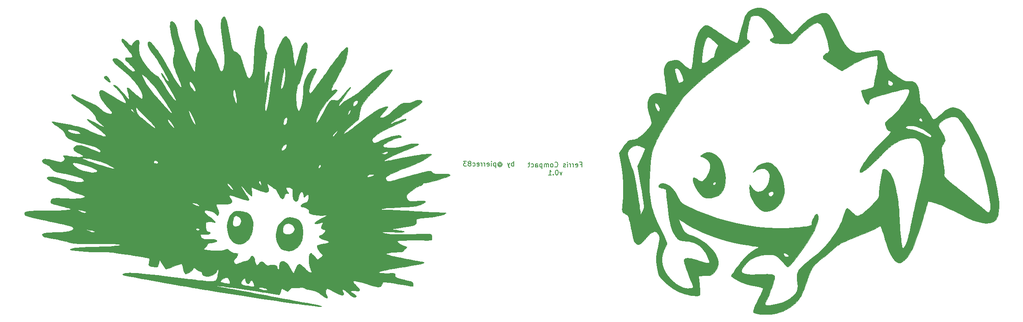
<source format=gbr>
%TF.GenerationSoftware,KiCad,Pcbnew,5.1.6*%
%TF.CreationDate,2020-08-13T12:20:14+01:00*%
%TF.ProjectId,ferris,66657272-6973-42e6-9b69-6361645f7063,rev?*%
%TF.SameCoordinates,Original*%
%TF.FileFunction,Legend,Bot*%
%TF.FilePolarity,Positive*%
%FSLAX46Y46*%
G04 Gerber Fmt 4.6, Leading zero omitted, Abs format (unit mm)*
G04 Created by KiCad (PCBNEW 5.1.6) date 2020-08-13 12:20:14*
%MOMM*%
%LPD*%
G01*
G04 APERTURE LIST*
%ADD10C,0.150000*%
%ADD11C,0.010000*%
G04 APERTURE END LIST*
D10*
X116526666Y-53252380D02*
X116526666Y-52252380D01*
X116526666Y-52633333D02*
X116431428Y-52585714D01*
X116240952Y-52585714D01*
X116145714Y-52633333D01*
X116098095Y-52680952D01*
X116050476Y-52776190D01*
X116050476Y-53061904D01*
X116098095Y-53157142D01*
X116145714Y-53204761D01*
X116240952Y-53252380D01*
X116431428Y-53252380D01*
X116526666Y-53204761D01*
X115717142Y-52585714D02*
X115479047Y-53252380D01*
X115240952Y-52585714D02*
X115479047Y-53252380D01*
X115574285Y-53490476D01*
X115621904Y-53538095D01*
X115717142Y-53585714D01*
X113479047Y-52776190D02*
X113526666Y-52728571D01*
X113621904Y-52680952D01*
X113717142Y-52680952D01*
X113812380Y-52728571D01*
X113860000Y-52776190D01*
X113907619Y-52871428D01*
X113907619Y-52966666D01*
X113860000Y-53061904D01*
X113812380Y-53109523D01*
X113717142Y-53157142D01*
X113621904Y-53157142D01*
X113526666Y-53109523D01*
X113479047Y-53061904D01*
X113479047Y-52680952D02*
X113479047Y-53061904D01*
X113431428Y-53109523D01*
X113383809Y-53109523D01*
X113288571Y-53061904D01*
X113240952Y-52966666D01*
X113240952Y-52728571D01*
X113336190Y-52585714D01*
X113479047Y-52490476D01*
X113669523Y-52442857D01*
X113860000Y-52490476D01*
X114002857Y-52585714D01*
X114098095Y-52728571D01*
X114145714Y-52919047D01*
X114098095Y-53109523D01*
X114002857Y-53252380D01*
X113860000Y-53347619D01*
X113669523Y-53395238D01*
X113479047Y-53347619D01*
X113336190Y-53252380D01*
X112812380Y-52585714D02*
X112812380Y-53585714D01*
X112812380Y-52633333D02*
X112717142Y-52585714D01*
X112526666Y-52585714D01*
X112431428Y-52633333D01*
X112383809Y-52680952D01*
X112336190Y-52776190D01*
X112336190Y-53061904D01*
X112383809Y-53157142D01*
X112431428Y-53204761D01*
X112526666Y-53252380D01*
X112717142Y-53252380D01*
X112812380Y-53204761D01*
X111907619Y-53252380D02*
X111907619Y-52585714D01*
X111907619Y-52252380D02*
X111955238Y-52300000D01*
X111907619Y-52347619D01*
X111860000Y-52300000D01*
X111907619Y-52252380D01*
X111907619Y-52347619D01*
X111050476Y-53204761D02*
X111145714Y-53252380D01*
X111336190Y-53252380D01*
X111431428Y-53204761D01*
X111479047Y-53109523D01*
X111479047Y-52728571D01*
X111431428Y-52633333D01*
X111336190Y-52585714D01*
X111145714Y-52585714D01*
X111050476Y-52633333D01*
X111002857Y-52728571D01*
X111002857Y-52823809D01*
X111479047Y-52919047D01*
X110574285Y-53252380D02*
X110574285Y-52585714D01*
X110574285Y-52776190D02*
X110526666Y-52680952D01*
X110479047Y-52633333D01*
X110383809Y-52585714D01*
X110288571Y-52585714D01*
X109955238Y-53252380D02*
X109955238Y-52585714D01*
X109955238Y-52776190D02*
X109907619Y-52680952D01*
X109860000Y-52633333D01*
X109764761Y-52585714D01*
X109669523Y-52585714D01*
X108955238Y-53204761D02*
X109050476Y-53252380D01*
X109240952Y-53252380D01*
X109336190Y-53204761D01*
X109383809Y-53109523D01*
X109383809Y-52728571D01*
X109336190Y-52633333D01*
X109240952Y-52585714D01*
X109050476Y-52585714D01*
X108955238Y-52633333D01*
X108907619Y-52728571D01*
X108907619Y-52823809D01*
X109383809Y-52919047D01*
X108050476Y-53204761D02*
X108145714Y-53252380D01*
X108336190Y-53252380D01*
X108431428Y-53204761D01*
X108479047Y-53157142D01*
X108526666Y-53061904D01*
X108526666Y-52776190D01*
X108479047Y-52680952D01*
X108431428Y-52633333D01*
X108336190Y-52585714D01*
X108145714Y-52585714D01*
X108050476Y-52633333D01*
X107479047Y-52680952D02*
X107574285Y-52633333D01*
X107621904Y-52585714D01*
X107669523Y-52490476D01*
X107669523Y-52442857D01*
X107621904Y-52347619D01*
X107574285Y-52300000D01*
X107479047Y-52252380D01*
X107288571Y-52252380D01*
X107193333Y-52300000D01*
X107145714Y-52347619D01*
X107098095Y-52442857D01*
X107098095Y-52490476D01*
X107145714Y-52585714D01*
X107193333Y-52633333D01*
X107288571Y-52680952D01*
X107479047Y-52680952D01*
X107574285Y-52728571D01*
X107621904Y-52776190D01*
X107669523Y-52871428D01*
X107669523Y-53061904D01*
X107621904Y-53157142D01*
X107574285Y-53204761D01*
X107479047Y-53252380D01*
X107288571Y-53252380D01*
X107193333Y-53204761D01*
X107145714Y-53157142D01*
X107098095Y-53061904D01*
X107098095Y-52871428D01*
X107145714Y-52776190D01*
X107193333Y-52728571D01*
X107288571Y-52680952D01*
X106764761Y-52252380D02*
X106145714Y-52252380D01*
X106479047Y-52633333D01*
X106336190Y-52633333D01*
X106240952Y-52680952D01*
X106193333Y-52728571D01*
X106145714Y-52823809D01*
X106145714Y-53061904D01*
X106193333Y-53157142D01*
X106240952Y-53204761D01*
X106336190Y-53252380D01*
X106621904Y-53252380D01*
X106717142Y-53204761D01*
X106764761Y-53157142D01*
X130316666Y-52903571D02*
X130650000Y-52903571D01*
X130650000Y-53427380D02*
X130650000Y-52427380D01*
X130173809Y-52427380D01*
X129411904Y-53379761D02*
X129507142Y-53427380D01*
X129697619Y-53427380D01*
X129792857Y-53379761D01*
X129840476Y-53284523D01*
X129840476Y-52903571D01*
X129792857Y-52808333D01*
X129697619Y-52760714D01*
X129507142Y-52760714D01*
X129411904Y-52808333D01*
X129364285Y-52903571D01*
X129364285Y-52998809D01*
X129840476Y-53094047D01*
X128935714Y-53427380D02*
X128935714Y-52760714D01*
X128935714Y-52951190D02*
X128888095Y-52855952D01*
X128840476Y-52808333D01*
X128745238Y-52760714D01*
X128650000Y-52760714D01*
X128316666Y-53427380D02*
X128316666Y-52760714D01*
X128316666Y-52951190D02*
X128269047Y-52855952D01*
X128221428Y-52808333D01*
X128126190Y-52760714D01*
X128030952Y-52760714D01*
X127697619Y-53427380D02*
X127697619Y-52760714D01*
X127697619Y-52427380D02*
X127745238Y-52475000D01*
X127697619Y-52522619D01*
X127650000Y-52475000D01*
X127697619Y-52427380D01*
X127697619Y-52522619D01*
X127269047Y-53379761D02*
X127173809Y-53427380D01*
X126983333Y-53427380D01*
X126888095Y-53379761D01*
X126840476Y-53284523D01*
X126840476Y-53236904D01*
X126888095Y-53141666D01*
X126983333Y-53094047D01*
X127126190Y-53094047D01*
X127221428Y-53046428D01*
X127269047Y-52951190D01*
X127269047Y-52903571D01*
X127221428Y-52808333D01*
X127126190Y-52760714D01*
X126983333Y-52760714D01*
X126888095Y-52808333D01*
X125078571Y-53332142D02*
X125126190Y-53379761D01*
X125269047Y-53427380D01*
X125364285Y-53427380D01*
X125507142Y-53379761D01*
X125602380Y-53284523D01*
X125650000Y-53189285D01*
X125697619Y-52998809D01*
X125697619Y-52855952D01*
X125650000Y-52665476D01*
X125602380Y-52570238D01*
X125507142Y-52475000D01*
X125364285Y-52427380D01*
X125269047Y-52427380D01*
X125126190Y-52475000D01*
X125078571Y-52522619D01*
X124507142Y-53427380D02*
X124602380Y-53379761D01*
X124650000Y-53332142D01*
X124697619Y-53236904D01*
X124697619Y-52951190D01*
X124650000Y-52855952D01*
X124602380Y-52808333D01*
X124507142Y-52760714D01*
X124364285Y-52760714D01*
X124269047Y-52808333D01*
X124221428Y-52855952D01*
X124173809Y-52951190D01*
X124173809Y-53236904D01*
X124221428Y-53332142D01*
X124269047Y-53379761D01*
X124364285Y-53427380D01*
X124507142Y-53427380D01*
X123745238Y-53427380D02*
X123745238Y-52760714D01*
X123745238Y-52855952D02*
X123697619Y-52808333D01*
X123602380Y-52760714D01*
X123459523Y-52760714D01*
X123364285Y-52808333D01*
X123316666Y-52903571D01*
X123316666Y-53427380D01*
X123316666Y-52903571D02*
X123269047Y-52808333D01*
X123173809Y-52760714D01*
X123030952Y-52760714D01*
X122935714Y-52808333D01*
X122888095Y-52903571D01*
X122888095Y-53427380D01*
X122411904Y-52760714D02*
X122411904Y-53760714D01*
X122411904Y-52808333D02*
X122316666Y-52760714D01*
X122126190Y-52760714D01*
X122030952Y-52808333D01*
X121983333Y-52855952D01*
X121935714Y-52951190D01*
X121935714Y-53236904D01*
X121983333Y-53332142D01*
X122030952Y-53379761D01*
X122126190Y-53427380D01*
X122316666Y-53427380D01*
X122411904Y-53379761D01*
X121078571Y-53427380D02*
X121078571Y-52903571D01*
X121126190Y-52808333D01*
X121221428Y-52760714D01*
X121411904Y-52760714D01*
X121507142Y-52808333D01*
X121078571Y-53379761D02*
X121173809Y-53427380D01*
X121411904Y-53427380D01*
X121507142Y-53379761D01*
X121554761Y-53284523D01*
X121554761Y-53189285D01*
X121507142Y-53094047D01*
X121411904Y-53046428D01*
X121173809Y-53046428D01*
X121078571Y-52998809D01*
X120173809Y-53379761D02*
X120269047Y-53427380D01*
X120459523Y-53427380D01*
X120554761Y-53379761D01*
X120602380Y-53332142D01*
X120650000Y-53236904D01*
X120650000Y-52951190D01*
X120602380Y-52855952D01*
X120554761Y-52808333D01*
X120459523Y-52760714D01*
X120269047Y-52760714D01*
X120173809Y-52808333D01*
X119888095Y-52760714D02*
X119507142Y-52760714D01*
X119745238Y-52427380D02*
X119745238Y-53284523D01*
X119697619Y-53379761D01*
X119602380Y-53427380D01*
X119507142Y-53427380D01*
X126578571Y-54410714D02*
X126340476Y-55077380D01*
X126102380Y-54410714D01*
X125530952Y-54077380D02*
X125435714Y-54077380D01*
X125340476Y-54125000D01*
X125292857Y-54172619D01*
X125245238Y-54267857D01*
X125197619Y-54458333D01*
X125197619Y-54696428D01*
X125245238Y-54886904D01*
X125292857Y-54982142D01*
X125340476Y-55029761D01*
X125435714Y-55077380D01*
X125530952Y-55077380D01*
X125626190Y-55029761D01*
X125673809Y-54982142D01*
X125721428Y-54886904D01*
X125769047Y-54696428D01*
X125769047Y-54458333D01*
X125721428Y-54267857D01*
X125673809Y-54172619D01*
X125626190Y-54125000D01*
X125530952Y-54077380D01*
X124769047Y-54982142D02*
X124721428Y-55029761D01*
X124769047Y-55077380D01*
X124816666Y-55029761D01*
X124769047Y-54982142D01*
X124769047Y-55077380D01*
X123769047Y-55077380D02*
X124340476Y-55077380D01*
X124054761Y-55077380D02*
X124054761Y-54077380D01*
X124150000Y-54220238D01*
X124245238Y-54315476D01*
X124340476Y-54363095D01*
D11*
%TO.C,G\u002A\u002A\u002A*%
G36*
X70369343Y-63883626D02*
G01*
X70154348Y-63859322D01*
X69979667Y-63862440D01*
X69803312Y-63893632D01*
X69590337Y-63951509D01*
X69081526Y-64162773D01*
X68602817Y-64484862D01*
X68170755Y-64902330D01*
X67801888Y-65399727D01*
X67564032Y-65843446D01*
X67442507Y-66178958D01*
X67337679Y-66594832D01*
X67257754Y-67044716D01*
X67210943Y-67482258D01*
X67205452Y-67861104D01*
X67205752Y-67866552D01*
X67269218Y-68356254D01*
X67397957Y-68854475D01*
X67580008Y-69334487D01*
X67803409Y-69769567D01*
X68056195Y-70132987D01*
X68326405Y-70398024D01*
X68344987Y-70411715D01*
X68650580Y-70582111D01*
X69031254Y-70721523D01*
X69436143Y-70815276D01*
X69814379Y-70848692D01*
X69856757Y-70847911D01*
X70399218Y-70769063D01*
X70926021Y-70576673D01*
X71412974Y-70283912D01*
X71835887Y-69903952D01*
X72031519Y-69663834D01*
X72275352Y-69296882D01*
X72456309Y-68945117D01*
X72591047Y-68566929D01*
X72696226Y-68120701D01*
X72734991Y-67906552D01*
X72807653Y-67248625D01*
X72805982Y-66946281D01*
X71035516Y-66634100D01*
X71032765Y-66641514D01*
X70872247Y-66899104D01*
X70618178Y-67111799D01*
X70298241Y-67272534D01*
X69940119Y-67374240D01*
X69571494Y-67409857D01*
X69220052Y-67372316D01*
X68913473Y-67254554D01*
X68834429Y-67202557D01*
X68673860Y-67024580D01*
X68594238Y-66781204D01*
X68593610Y-66459800D01*
X68661392Y-66083204D01*
X68776383Y-65717367D01*
X68929136Y-65455969D01*
X69136140Y-65278241D01*
X69384945Y-65171902D01*
X69773303Y-65115696D01*
X70146620Y-65182613D01*
X70494181Y-65368851D01*
X70805267Y-65670605D01*
X70811264Y-65678068D01*
X71008514Y-66001739D01*
X71083881Y-66323099D01*
X71035516Y-66634100D01*
X72805982Y-66946281D01*
X72804115Y-66608599D01*
X72727650Y-66007453D01*
X72581532Y-65466160D01*
X72369035Y-65005699D01*
X72255522Y-64834339D01*
X71976324Y-64513708D01*
X71663315Y-64272437D01*
X71289235Y-64095090D01*
X70826821Y-63966232D01*
X70666638Y-63934694D01*
X70369343Y-63883626D01*
G37*
X70369343Y-63883626D02*
X70154348Y-63859322D01*
X69979667Y-63862440D01*
X69803312Y-63893632D01*
X69590337Y-63951509D01*
X69081526Y-64162773D01*
X68602817Y-64484862D01*
X68170755Y-64902330D01*
X67801888Y-65399727D01*
X67564032Y-65843446D01*
X67442507Y-66178958D01*
X67337679Y-66594832D01*
X67257754Y-67044716D01*
X67210943Y-67482258D01*
X67205452Y-67861104D01*
X67205752Y-67866552D01*
X67269218Y-68356254D01*
X67397957Y-68854475D01*
X67580008Y-69334487D01*
X67803409Y-69769567D01*
X68056195Y-70132987D01*
X68326405Y-70398024D01*
X68344987Y-70411715D01*
X68650580Y-70582111D01*
X69031254Y-70721523D01*
X69436143Y-70815276D01*
X69814379Y-70848692D01*
X69856757Y-70847911D01*
X70399218Y-70769063D01*
X70926021Y-70576673D01*
X71412974Y-70283912D01*
X71835887Y-69903952D01*
X72031519Y-69663834D01*
X72275352Y-69296882D01*
X72456309Y-68945117D01*
X72591047Y-68566929D01*
X72696226Y-68120701D01*
X72734991Y-67906552D01*
X72807653Y-67248625D01*
X72805982Y-66946281D01*
X71035516Y-66634100D01*
X71032765Y-66641514D01*
X70872247Y-66899104D01*
X70618178Y-67111799D01*
X70298241Y-67272534D01*
X69940119Y-67374240D01*
X69571494Y-67409857D01*
X69220052Y-67372316D01*
X68913473Y-67254554D01*
X68834429Y-67202557D01*
X68673860Y-67024580D01*
X68594238Y-66781204D01*
X68593610Y-66459800D01*
X68661392Y-66083204D01*
X68776383Y-65717367D01*
X68929136Y-65455969D01*
X69136140Y-65278241D01*
X69384945Y-65171902D01*
X69773303Y-65115696D01*
X70146620Y-65182613D01*
X70494181Y-65368851D01*
X70805267Y-65670605D01*
X70811264Y-65678068D01*
X71008514Y-66001739D01*
X71083881Y-66323099D01*
X71035516Y-66634100D01*
X72805982Y-66946281D01*
X72804115Y-66608599D01*
X72727650Y-66007453D01*
X72581532Y-65466160D01*
X72369035Y-65005699D01*
X72255522Y-64834339D01*
X71976324Y-64513708D01*
X71663315Y-64272437D01*
X71289235Y-64095090D01*
X70826821Y-63966232D01*
X70666638Y-63934694D01*
X70369343Y-63883626D01*
G36*
X59766131Y-62592513D02*
G01*
X59502665Y-62553847D01*
X59306701Y-62537152D01*
X59149733Y-62540915D01*
X59003254Y-62563628D01*
X58893983Y-62589408D01*
X58453764Y-62765778D01*
X58065891Y-63054080D01*
X57734232Y-63448866D01*
X57462659Y-63944684D01*
X57255040Y-64536081D01*
X57140018Y-65060018D01*
X57070671Y-65719696D01*
X57085309Y-66359134D01*
X57177440Y-66967434D01*
X57340574Y-67533695D01*
X57568214Y-68047019D01*
X57853870Y-68496507D01*
X58191048Y-68871259D01*
X58573256Y-69160376D01*
X58994001Y-69352959D01*
X59446791Y-69438111D01*
X59744356Y-69431812D01*
X60243211Y-69319433D01*
X60728373Y-69089590D01*
X61183046Y-68751779D01*
X61478285Y-68451434D01*
X61812445Y-67979388D01*
X62081426Y-67422453D01*
X62280478Y-66807442D01*
X62404855Y-66161164D01*
X62449805Y-65510434D01*
X62426402Y-65135516D01*
X59965783Y-64701642D01*
X59887675Y-65024671D01*
X59712295Y-65329348D01*
X59466951Y-65579135D01*
X59196199Y-65731498D01*
X58923306Y-65784827D01*
X58655321Y-65761247D01*
X58429822Y-65669297D01*
X58288484Y-65525161D01*
X58235524Y-65334366D01*
X58225826Y-65060722D01*
X58253858Y-64738632D01*
X58314088Y-64402496D01*
X58400980Y-64086718D01*
X58509002Y-63825700D01*
X58580188Y-63711600D01*
X58743109Y-63560521D01*
X58932251Y-63512817D01*
X59161774Y-63569217D01*
X59445836Y-63730447D01*
X59486089Y-63758152D01*
X59762487Y-64008545D01*
X59921002Y-64296424D01*
X59968451Y-64635192D01*
X59965783Y-64701642D01*
X62426402Y-65135516D01*
X62410581Y-64882063D01*
X62282433Y-64302863D01*
X62236529Y-64170441D01*
X61990993Y-63672858D01*
X61664746Y-63273325D01*
X61330283Y-63014695D01*
X61178746Y-62927717D01*
X61025495Y-62859346D01*
X60842112Y-62801087D01*
X60600176Y-62744446D01*
X60271268Y-62680930D01*
X60125606Y-62654658D01*
X59766131Y-62592513D01*
G37*
X59766131Y-62592513D02*
X59502665Y-62553847D01*
X59306701Y-62537152D01*
X59149733Y-62540915D01*
X59003254Y-62563628D01*
X58893983Y-62589408D01*
X58453764Y-62765778D01*
X58065891Y-63054080D01*
X57734232Y-63448866D01*
X57462659Y-63944684D01*
X57255040Y-64536081D01*
X57140018Y-65060018D01*
X57070671Y-65719696D01*
X57085309Y-66359134D01*
X57177440Y-66967434D01*
X57340574Y-67533695D01*
X57568214Y-68047019D01*
X57853870Y-68496507D01*
X58191048Y-68871259D01*
X58573256Y-69160376D01*
X58994001Y-69352959D01*
X59446791Y-69438111D01*
X59744356Y-69431812D01*
X60243211Y-69319433D01*
X60728373Y-69089590D01*
X61183046Y-68751779D01*
X61478285Y-68451434D01*
X61812445Y-67979388D01*
X62081426Y-67422453D01*
X62280478Y-66807442D01*
X62404855Y-66161164D01*
X62449805Y-65510434D01*
X62426402Y-65135516D01*
X59965783Y-64701642D01*
X59887675Y-65024671D01*
X59712295Y-65329348D01*
X59466951Y-65579135D01*
X59196199Y-65731498D01*
X58923306Y-65784827D01*
X58655321Y-65761247D01*
X58429822Y-65669297D01*
X58288484Y-65525161D01*
X58235524Y-65334366D01*
X58225826Y-65060722D01*
X58253858Y-64738632D01*
X58314088Y-64402496D01*
X58400980Y-64086718D01*
X58509002Y-63825700D01*
X58580188Y-63711600D01*
X58743109Y-63560521D01*
X58932251Y-63512817D01*
X59161774Y-63569217D01*
X59445836Y-63730447D01*
X59486089Y-63758152D01*
X59762487Y-64008545D01*
X59921002Y-64296424D01*
X59968451Y-64635192D01*
X59965783Y-64701642D01*
X62426402Y-65135516D01*
X62410581Y-64882063D01*
X62282433Y-64302863D01*
X62236529Y-64170441D01*
X61990993Y-63672858D01*
X61664746Y-63273325D01*
X61330283Y-63014695D01*
X61178746Y-62927717D01*
X61025495Y-62859346D01*
X60842112Y-62801087D01*
X60600176Y-62744446D01*
X60271268Y-62680930D01*
X60125606Y-62654658D01*
X59766131Y-62592513D01*
G36*
X31684386Y-34592395D02*
G01*
X31587248Y-34704043D01*
X31576615Y-34855588D01*
X31670701Y-35046601D01*
X31859250Y-35262613D01*
X32132004Y-35489155D01*
X32156283Y-35506677D01*
X32422222Y-35690052D01*
X32607181Y-35799581D01*
X32727488Y-35843032D01*
X32799469Y-35828175D01*
X32810402Y-35817895D01*
X32822294Y-35717513D01*
X32768187Y-35546878D01*
X32664202Y-35332620D01*
X32526455Y-35101366D01*
X32371068Y-34879746D01*
X32214158Y-34694386D01*
X32071844Y-34571915D01*
X32047682Y-34557899D01*
X31861684Y-34524258D01*
X31684386Y-34592395D01*
G37*
X31684386Y-34592395D02*
X31587248Y-34704043D01*
X31576615Y-34855588D01*
X31670701Y-35046601D01*
X31859250Y-35262613D01*
X32132004Y-35489155D01*
X32156283Y-35506677D01*
X32422222Y-35690052D01*
X32607181Y-35799581D01*
X32727488Y-35843032D01*
X32799469Y-35828175D01*
X32810402Y-35817895D01*
X32822294Y-35717513D01*
X32768187Y-35546878D01*
X32664202Y-35332620D01*
X32526455Y-35101366D01*
X32371068Y-34879746D01*
X32214158Y-34694386D01*
X32071844Y-34571915D01*
X32047682Y-34557899D01*
X31861684Y-34524258D01*
X31684386Y-34592395D01*
G36*
X56325192Y-22219803D02*
G01*
X56180730Y-22343944D01*
X56074246Y-22487165D01*
X55986119Y-22632138D01*
X55923813Y-22779411D01*
X55877136Y-22964424D01*
X55835901Y-23222615D01*
X55813785Y-23393075D01*
X55787629Y-23648211D01*
X55773350Y-23913266D01*
X55772080Y-24201459D01*
X55784954Y-24526007D01*
X55813106Y-24900131D01*
X55857669Y-25337049D01*
X55919778Y-25849980D01*
X56000567Y-26452143D01*
X56101169Y-27156758D01*
X56185880Y-27730731D01*
X56298573Y-28501247D01*
X56389637Y-29161972D01*
X56459927Y-29728105D01*
X56510302Y-30214851D01*
X56541617Y-30637409D01*
X56554726Y-31010983D01*
X56550487Y-31350773D01*
X56529756Y-31671981D01*
X56493387Y-31989810D01*
X56443754Y-32310575D01*
X56376092Y-32686315D01*
X56316743Y-32960196D01*
X56259045Y-33156472D01*
X56196331Y-33299397D01*
X56152284Y-33371454D01*
X55998785Y-33532805D01*
X55845959Y-33567518D01*
X55694194Y-33475957D01*
X55543877Y-33258485D01*
X55395396Y-32915463D01*
X55279399Y-32555074D01*
X55163412Y-32199096D01*
X55005871Y-31796247D01*
X54801265Y-31334689D01*
X54544088Y-30802587D01*
X54228827Y-30188102D01*
X53849978Y-29479397D01*
X53836571Y-29454716D01*
X53439752Y-28713399D01*
X53106366Y-28064586D01*
X52830560Y-27494345D01*
X52606480Y-26988744D01*
X52428274Y-26533850D01*
X52290090Y-26115734D01*
X52186073Y-25720461D01*
X52113590Y-25353523D01*
X52037590Y-24971120D01*
X51940903Y-24652624D01*
X51801978Y-24334941D01*
X51695631Y-24130046D01*
X51513992Y-23820535D01*
X51311954Y-23520890D01*
X51106519Y-23252173D01*
X50914692Y-23035450D01*
X50753476Y-22891782D01*
X50657014Y-22843430D01*
X50518706Y-22876472D01*
X50415760Y-23026314D01*
X50351360Y-23286901D01*
X50334611Y-23456805D01*
X50326393Y-24091776D01*
X50378893Y-24786966D01*
X50493881Y-25554216D01*
X50673125Y-26405365D01*
X50914378Y-27337863D01*
X51023172Y-27741713D01*
X51119991Y-28126658D01*
X51199060Y-28467654D01*
X51254603Y-28739658D01*
X51280844Y-28917626D01*
X51281702Y-28930556D01*
X51284511Y-29135125D01*
X51256717Y-29291880D01*
X51182832Y-29457311D01*
X51096238Y-29607130D01*
X50945189Y-29921526D01*
X50810386Y-30336695D01*
X50690953Y-30857412D01*
X50586016Y-31488454D01*
X50494700Y-32234595D01*
X50416129Y-33100609D01*
X50389269Y-33464449D01*
X50362837Y-33843564D01*
X50020987Y-33302792D01*
X49766694Y-32874001D01*
X49491682Y-32362942D01*
X49201832Y-31784264D01*
X48903026Y-31152614D01*
X48601143Y-30482639D01*
X48302068Y-29788988D01*
X48011680Y-29086308D01*
X47735862Y-28389248D01*
X47480496Y-27712455D01*
X47251461Y-27070578D01*
X47054640Y-26478263D01*
X46895914Y-25950158D01*
X46781165Y-25500913D01*
X46716275Y-25145175D01*
X46706636Y-25048414D01*
X46633562Y-24588397D01*
X46488579Y-24153604D01*
X46285018Y-23769608D01*
X46036208Y-23461981D01*
X45778780Y-23268387D01*
X45626231Y-23202010D01*
X45513385Y-23208735D01*
X45428547Y-23253087D01*
X45351895Y-23312921D01*
X45300791Y-23397086D01*
X45264574Y-23536551D01*
X45232578Y-23762278D01*
X45222076Y-23852602D01*
X45203768Y-24251398D01*
X45231940Y-24728374D01*
X45307841Y-25291595D01*
X45432719Y-25949134D01*
X45607822Y-26709059D01*
X45750161Y-27265507D01*
X45895381Y-27821011D01*
X46008122Y-28274576D01*
X46090119Y-28646567D01*
X46143107Y-28957349D01*
X46168823Y-29227285D01*
X46169000Y-29476742D01*
X46145373Y-29726083D01*
X46099680Y-29995675D01*
X46033653Y-30305883D01*
X46015914Y-30384496D01*
X45936030Y-30745357D01*
X45883523Y-31014560D01*
X45855103Y-31223688D01*
X45847483Y-31404325D01*
X45857375Y-31588054D01*
X45874182Y-31745816D01*
X45943445Y-32152520D01*
X46064279Y-32625580D01*
X46239855Y-33174557D01*
X46473339Y-33809010D01*
X46767903Y-34538500D01*
X46915114Y-34886072D01*
X47155893Y-35454682D01*
X47343836Y-35915856D01*
X47480814Y-36276770D01*
X47568697Y-36544602D01*
X47609355Y-36726529D01*
X47604657Y-36829730D01*
X47556472Y-36861382D01*
X47466672Y-36828660D01*
X47412183Y-36794161D01*
X47209612Y-36615631D01*
X46959132Y-36327896D01*
X46665083Y-35937507D01*
X46331806Y-35451015D01*
X45963640Y-34874970D01*
X45564924Y-34215920D01*
X45140000Y-33480418D01*
X44741117Y-32762848D01*
X44246746Y-31871227D01*
X43794658Y-31084250D01*
X43377149Y-30389815D01*
X42986507Y-29775815D01*
X42615025Y-29230152D01*
X42254994Y-28740720D01*
X41898706Y-28295418D01*
X41886399Y-28280708D01*
X41551193Y-27899422D01*
X41273544Y-27626544D01*
X41048705Y-27459813D01*
X40871931Y-27396970D01*
X40738476Y-27435754D01*
X40643593Y-27573906D01*
X40610805Y-27673154D01*
X40587299Y-27991859D01*
X40664876Y-28367158D01*
X40837895Y-28786808D01*
X41100715Y-29238566D01*
X41447692Y-29710190D01*
X41669590Y-29970522D01*
X41806203Y-30123961D01*
X41924286Y-30260315D01*
X42032097Y-30392324D01*
X42137894Y-30532721D01*
X42249932Y-30694245D01*
X42376472Y-30889634D01*
X42525768Y-31131624D01*
X42706079Y-31432950D01*
X42925662Y-31806352D01*
X43192774Y-32264565D01*
X43503299Y-32799020D01*
X43883924Y-33459319D01*
X44199999Y-34018980D01*
X44454791Y-34484740D01*
X44651573Y-34863338D01*
X44793613Y-35161511D01*
X44884180Y-35385995D01*
X44926544Y-35543528D01*
X44923975Y-35640847D01*
X44899180Y-35675417D01*
X44806817Y-35668504D01*
X44669740Y-35572645D01*
X44508339Y-35407937D01*
X44342999Y-35194479D01*
X44228630Y-35014404D01*
X44016391Y-34657828D01*
X43825953Y-34359993D01*
X43667276Y-34135223D01*
X43550323Y-33997848D01*
X43496206Y-33960827D01*
X43424316Y-33978923D01*
X43414834Y-34072365D01*
X43469902Y-34245734D01*
X43591660Y-34503608D01*
X43782252Y-34850567D01*
X44043817Y-35291189D01*
X44347219Y-35780419D01*
X44654216Y-36275588D01*
X44958163Y-36779659D01*
X45251980Y-37279698D01*
X45528581Y-37762775D01*
X45780884Y-38215954D01*
X46001805Y-38626306D01*
X46184259Y-38980896D01*
X46321163Y-39266792D01*
X46405435Y-39471061D01*
X46429990Y-39580772D01*
X46429728Y-39582472D01*
X46375281Y-39625893D01*
X46255277Y-39581726D01*
X46087067Y-39458586D01*
X45978294Y-39358354D01*
X45750231Y-39107451D01*
X45474849Y-38760266D01*
X45163572Y-38333116D01*
X44827818Y-37842319D01*
X44479013Y-37304191D01*
X44128576Y-36735050D01*
X44051433Y-36605674D01*
X43833869Y-36241875D01*
X43624619Y-35898006D01*
X43437010Y-35595503D01*
X43284363Y-35355808D01*
X43180001Y-35200359D01*
X43167048Y-35182543D01*
X42970605Y-34939732D01*
X42769938Y-34727620D01*
X42589189Y-34569243D01*
X42452501Y-34487643D01*
X42433798Y-34482772D01*
X42298218Y-34424250D01*
X42097055Y-34294710D01*
X41854400Y-34113060D01*
X41594347Y-33898212D01*
X41340984Y-33669076D01*
X41138059Y-33465698D01*
X40543493Y-32795371D01*
X40006985Y-32118598D01*
X39551580Y-31464971D01*
X39434316Y-31277980D01*
X39135642Y-30733032D01*
X38924027Y-30207980D01*
X38793314Y-29673256D01*
X38737344Y-29099293D01*
X38749957Y-28456522D01*
X38777576Y-28124755D01*
X38808950Y-27746202D01*
X38812761Y-27474007D01*
X38784372Y-27289618D01*
X38719143Y-27174480D01*
X38612440Y-27110038D01*
X38518066Y-27086446D01*
X38288038Y-27105495D01*
X38039996Y-27224985D01*
X37799260Y-27425982D01*
X37591152Y-27689549D01*
X37504591Y-27844316D01*
X37404241Y-28038790D01*
X37317763Y-28185504D01*
X37271444Y-28244998D01*
X37188624Y-28264237D01*
X37064496Y-28217807D01*
X36888318Y-28098419D01*
X36649346Y-27898780D01*
X36336840Y-27611600D01*
X36333200Y-27608160D01*
X36092097Y-27382911D01*
X35867008Y-27177370D01*
X35683191Y-27014307D01*
X35566264Y-26916767D01*
X35439643Y-26828016D01*
X35363414Y-26813029D01*
X35289934Y-26864829D01*
X35279476Y-26874781D01*
X35194112Y-26972219D01*
X35168630Y-27019812D01*
X35188734Y-27208035D01*
X35296740Y-27470643D01*
X35486171Y-27797050D01*
X35750546Y-28176664D01*
X36083384Y-28598900D01*
X36268022Y-28816434D01*
X36661946Y-29283635D01*
X36965286Y-29674379D01*
X37182753Y-29996162D01*
X37319065Y-30256475D01*
X37378933Y-30462809D01*
X37377713Y-30580118D01*
X37301188Y-30676863D01*
X37129910Y-30741311D01*
X36893376Y-30767432D01*
X36621087Y-30749199D01*
X36581790Y-30742762D01*
X36255864Y-30709596D01*
X36036033Y-30743187D01*
X35923216Y-30842864D01*
X35918338Y-31007955D01*
X35986958Y-31175960D01*
X36065101Y-31280787D01*
X36218544Y-31453612D01*
X36429708Y-31675817D01*
X36681013Y-31928783D01*
X36886371Y-32128559D01*
X37288495Y-32524634D01*
X37593343Y-32849590D01*
X37805113Y-33108668D01*
X37928009Y-33307111D01*
X37966234Y-33450159D01*
X37964050Y-33472796D01*
X37892174Y-33555567D01*
X37740573Y-33601814D01*
X37553176Y-33603966D01*
X37406962Y-33568830D01*
X37207177Y-33462915D01*
X36948787Y-33284953D01*
X36659292Y-33056257D01*
X36366189Y-32798137D01*
X36180350Y-32618201D01*
X35712087Y-32150532D01*
X35316848Y-31770321D01*
X34983941Y-31469524D01*
X34702678Y-31240092D01*
X34462367Y-31073983D01*
X34252319Y-30963151D01*
X34061842Y-30899550D01*
X33880247Y-30875134D01*
X33863460Y-30874570D01*
X33652005Y-30890680D01*
X33468050Y-30939332D01*
X33436219Y-30954523D01*
X33317509Y-31068752D01*
X33299331Y-31226851D01*
X33383706Y-31431801D01*
X33572655Y-31686582D01*
X33868197Y-31994177D01*
X34272353Y-32357567D01*
X34536471Y-32578046D01*
X35290795Y-33204524D01*
X35950592Y-33774750D01*
X36528221Y-34301060D01*
X37036044Y-34795785D01*
X37486421Y-35271257D01*
X37891715Y-35739812D01*
X38264284Y-36213781D01*
X38486956Y-36519569D01*
X38911747Y-37166183D01*
X39227942Y-37753172D01*
X39437257Y-38283844D01*
X39478861Y-38430190D01*
X39512580Y-38650233D01*
X39513120Y-38882655D01*
X39484557Y-39088840D01*
X39430968Y-39230168D01*
X39390505Y-39267017D01*
X39289430Y-39246159D01*
X39108165Y-39142112D01*
X38855972Y-38961833D01*
X38542114Y-38712281D01*
X38175852Y-38400417D01*
X37850229Y-38109728D01*
X37421520Y-37724248D01*
X37075018Y-37423408D01*
X36803197Y-37201973D01*
X36598535Y-37054707D01*
X36453508Y-36976379D01*
X36360589Y-36961749D01*
X36312257Y-37005586D01*
X36304396Y-37034252D01*
X36313478Y-37123626D01*
X36348557Y-37311143D01*
X36404469Y-37571831D01*
X36476050Y-37880717D01*
X36499634Y-37978333D01*
X36596537Y-38409064D01*
X36661654Y-38771366D01*
X36693760Y-39052976D01*
X36691638Y-39241639D01*
X36654067Y-39325093D01*
X36633920Y-39327499D01*
X36536643Y-39274259D01*
X36386446Y-39137078D01*
X36178183Y-38910446D01*
X35906707Y-38588850D01*
X35664044Y-38288935D01*
X35308097Y-37860243D01*
X34953688Y-37464781D01*
X34614367Y-37115639D01*
X34303684Y-36825905D01*
X34035192Y-36608666D01*
X33822436Y-36477011D01*
X33764066Y-36453706D01*
X33590749Y-36415226D01*
X33513547Y-36442020D01*
X33533540Y-36536609D01*
X33651809Y-36701517D01*
X33869432Y-36939265D01*
X34048854Y-37118618D01*
X34583270Y-37668489D01*
X35028532Y-38190547D01*
X35408768Y-38714394D01*
X35613450Y-39038071D01*
X35790440Y-39355277D01*
X35929731Y-39650115D01*
X36023259Y-39901184D01*
X36062961Y-40087084D01*
X36044707Y-40182504D01*
X35968331Y-40193882D01*
X35808925Y-40146083D01*
X35563099Y-40037327D01*
X35227463Y-39865839D01*
X34798622Y-39629837D01*
X34273188Y-39327542D01*
X33647771Y-38957174D01*
X33232164Y-38707014D01*
X32666861Y-38366978D01*
X32198283Y-38090434D01*
X31815970Y-37872755D01*
X31509461Y-37709315D01*
X31268297Y-37595488D01*
X31082017Y-37526648D01*
X30940160Y-37498167D01*
X30832265Y-37505420D01*
X30747873Y-37543781D01*
X30697741Y-37586103D01*
X30575503Y-37783006D01*
X30542001Y-38047413D01*
X30596379Y-38390388D01*
X30627073Y-38501459D01*
X30793943Y-38945106D01*
X31039754Y-39409759D01*
X31371503Y-39905555D01*
X31796188Y-40442635D01*
X32320807Y-41031136D01*
X32513339Y-41234481D01*
X32768757Y-41517689D01*
X32975696Y-41780589D01*
X33121300Y-42004497D01*
X33192710Y-42170729D01*
X33196449Y-42227107D01*
X33119410Y-42322165D01*
X32943744Y-42375506D01*
X32691910Y-42383705D01*
X32407102Y-42347444D01*
X31890368Y-42185471D01*
X31393400Y-41902172D01*
X30932154Y-41515185D01*
X30677201Y-41276916D01*
X30422617Y-41064189D01*
X30151324Y-40866970D01*
X29846246Y-40675223D01*
X29490304Y-40478915D01*
X29066421Y-40268011D01*
X28557520Y-40032475D01*
X27956125Y-39766455D01*
X27571962Y-39593942D01*
X27125018Y-39385187D01*
X26664598Y-39163660D01*
X26240007Y-38952832D01*
X26141787Y-38902777D01*
X25723944Y-38690404D01*
X25404003Y-38533623D01*
X25168204Y-38427532D01*
X25002785Y-38367226D01*
X24893983Y-38347801D01*
X24828036Y-38364355D01*
X24791181Y-38411985D01*
X24787760Y-38420332D01*
X24797073Y-38571232D01*
X24919256Y-38773917D01*
X25152106Y-39026441D01*
X25493418Y-39326859D01*
X25940989Y-39673225D01*
X26492614Y-40063594D01*
X27121051Y-40479893D01*
X27735828Y-40899497D01*
X28290320Y-41324462D01*
X28775983Y-41745885D01*
X29184275Y-42154861D01*
X29506654Y-42542488D01*
X29734576Y-42899860D01*
X29859498Y-43218076D01*
X29880458Y-43355858D01*
X29914985Y-43525062D01*
X30008228Y-43694549D01*
X30174420Y-43881385D01*
X30427791Y-44102639D01*
X30643702Y-44271272D01*
X30891599Y-44467573D01*
X31120847Y-44663438D01*
X31299210Y-44830636D01*
X31369811Y-44907167D01*
X31555679Y-45132945D01*
X31337210Y-45097044D01*
X31221821Y-45057105D01*
X31013732Y-44963964D01*
X30731000Y-44826562D01*
X30391680Y-44653843D01*
X30013830Y-44454749D01*
X29728058Y-44300091D01*
X29228135Y-44029084D01*
X28828207Y-43818614D01*
X28518955Y-43664571D01*
X28291055Y-43562843D01*
X28135188Y-43509323D01*
X28042033Y-43499900D01*
X28002268Y-43530465D01*
X28000321Y-43538307D01*
X28044027Y-43620521D01*
X28189872Y-43772362D01*
X28435262Y-43991621D01*
X28777601Y-44276094D01*
X29214294Y-44623575D01*
X29742747Y-45031858D01*
X29884368Y-45139733D01*
X30460617Y-45582578D01*
X30935518Y-45958895D01*
X31313365Y-46272654D01*
X31598451Y-46527815D01*
X31795070Y-46728344D01*
X31907516Y-46878205D01*
X31940081Y-46981363D01*
X31923259Y-47022273D01*
X31852209Y-47076786D01*
X31751082Y-47101375D01*
X31604860Y-47092948D01*
X31398523Y-47048412D01*
X31117050Y-46964675D01*
X30745426Y-46838643D01*
X30359030Y-46700166D01*
X29782582Y-46488507D01*
X29313093Y-46311000D01*
X28936965Y-46161850D01*
X28640601Y-46035260D01*
X28410405Y-45925439D01*
X28232780Y-45826591D01*
X28100551Y-45737727D01*
X27914469Y-45621066D01*
X27666353Y-45505068D01*
X27344183Y-45385782D01*
X26935940Y-45259255D01*
X26429602Y-45121537D01*
X25813151Y-44968675D01*
X25625720Y-44924164D01*
X25221854Y-44832191D01*
X24765686Y-44733734D01*
X24272701Y-44631639D01*
X23758382Y-44528749D01*
X23238215Y-44427906D01*
X22727685Y-44331954D01*
X22242276Y-44243739D01*
X21797473Y-44166102D01*
X21408759Y-44101887D01*
X21091622Y-44053939D01*
X20861544Y-44025101D01*
X20734010Y-44018217D01*
X20715038Y-44022343D01*
X20705266Y-44096506D01*
X20796233Y-44223678D01*
X20978081Y-44394439D01*
X21240955Y-44599367D01*
X21524104Y-44795613D01*
X22044499Y-45148658D01*
X22464704Y-45455269D01*
X22797244Y-45727535D01*
X23054641Y-45977545D01*
X23249417Y-46217388D01*
X23394097Y-46459153D01*
X23495503Y-46698668D01*
X23581849Y-46916151D01*
X23670392Y-47098688D01*
X23723074Y-47181458D01*
X23832554Y-47270200D01*
X24034615Y-47394384D01*
X24304197Y-47541605D01*
X24616239Y-47699459D01*
X24945682Y-47855538D01*
X25267463Y-47997440D01*
X25556524Y-48112758D01*
X25715698Y-48167805D01*
X25922438Y-48228785D01*
X26225575Y-48312607D01*
X26598109Y-48412082D01*
X27013037Y-48520023D01*
X27443360Y-48629241D01*
X27532555Y-48651516D01*
X28293934Y-48849811D01*
X28938549Y-49037372D01*
X29475808Y-49217888D01*
X29915125Y-49395043D01*
X30265912Y-49572526D01*
X30537582Y-49754022D01*
X30687604Y-49887345D01*
X30799397Y-50051059D01*
X30823716Y-50204064D01*
X30762603Y-50315259D01*
X30657021Y-50352955D01*
X30508343Y-50333542D01*
X30257889Y-50263009D01*
X29918084Y-50145798D01*
X29501354Y-49986343D01*
X29020125Y-49789086D01*
X28725768Y-49663187D01*
X28083364Y-49392117D01*
X27539175Y-49181135D01*
X27080551Y-49028373D01*
X26694842Y-48931969D01*
X26369396Y-48890059D01*
X26091566Y-48900779D01*
X25848698Y-48962263D01*
X25628143Y-49072650D01*
X25472911Y-49183879D01*
X25279279Y-49380308D01*
X25204828Y-49573941D01*
X25243819Y-49784871D01*
X25279729Y-49860074D01*
X25403874Y-50034673D01*
X25592053Y-50201231D01*
X25861355Y-50371473D01*
X26228867Y-50557126D01*
X26426263Y-50646792D01*
X26687977Y-50767587D01*
X26909035Y-50878586D01*
X27061340Y-50965163D01*
X27112510Y-51003996D01*
X27171698Y-51129162D01*
X27109928Y-51225612D01*
X26925390Y-51295812D01*
X26892816Y-51303027D01*
X26678539Y-51336043D01*
X26426699Y-51350501D01*
X26120932Y-51345545D01*
X25744873Y-51320315D01*
X25282158Y-51273954D01*
X24716423Y-51205605D01*
X24500676Y-51177597D01*
X24099398Y-51127668D01*
X23741233Y-51088595D01*
X23445594Y-51062059D01*
X23231894Y-51049745D01*
X23119544Y-51053335D01*
X23109446Y-51056998D01*
X23090084Y-51139179D01*
X23158477Y-51301960D01*
X23218325Y-51402989D01*
X23319061Y-51574497D01*
X23382016Y-51702890D01*
X23393498Y-51746484D01*
X23343964Y-51828599D01*
X23232711Y-51962138D01*
X23091933Y-52113028D01*
X22953821Y-52247202D01*
X22850573Y-52330585D01*
X22832632Y-52340057D01*
X22658975Y-52374514D01*
X22409260Y-52365833D01*
X22072397Y-52312410D01*
X21637296Y-52212644D01*
X21266038Y-52113737D01*
X20620088Y-51946020D01*
X20081136Y-51832527D01*
X19641493Y-51772928D01*
X19293473Y-51766891D01*
X19029386Y-51814087D01*
X18841545Y-51914183D01*
X18757765Y-52005891D01*
X18701326Y-52184722D01*
X18769166Y-52371382D01*
X18959107Y-52561984D01*
X19134967Y-52679097D01*
X19329254Y-52786447D01*
X19492205Y-52863999D01*
X19567352Y-52889749D01*
X19723147Y-52955032D01*
X19934059Y-53093720D01*
X20172140Y-53283153D01*
X20409441Y-53500672D01*
X20618011Y-53723611D01*
X20662583Y-53777779D01*
X20871653Y-54016007D01*
X21064853Y-54174155D01*
X21282346Y-54285430D01*
X21425767Y-54331471D01*
X21674833Y-54397905D01*
X22010649Y-54480261D01*
X22414318Y-54574063D01*
X22866945Y-54674841D01*
X23349633Y-54778120D01*
X23467171Y-54802642D01*
X24218719Y-54963043D01*
X24858120Y-55109665D01*
X25399002Y-55246350D01*
X25854987Y-55376944D01*
X26239701Y-55505289D01*
X26566770Y-55635229D01*
X26790980Y-55740337D01*
X27037385Y-55888460D01*
X27228424Y-56049327D01*
X27341876Y-56201119D01*
X27361934Y-56300828D01*
X27284292Y-56398141D01*
X27102907Y-56479941D01*
X26840752Y-56539177D01*
X26520801Y-56568801D01*
X26485048Y-56569900D01*
X26217834Y-56559552D01*
X25853334Y-56521055D01*
X25416971Y-56458971D01*
X24934177Y-56377857D01*
X24430375Y-56282276D01*
X23930998Y-56176786D01*
X23461468Y-56065948D01*
X23047218Y-55954322D01*
X23038852Y-55951872D01*
X22619317Y-55837592D01*
X22167535Y-55729669D01*
X21706217Y-55632079D01*
X21258074Y-55548794D01*
X20845819Y-55483787D01*
X20492163Y-55441032D01*
X20219817Y-55424501D01*
X20073824Y-55433170D01*
X19830612Y-55505700D01*
X19701391Y-55610118D01*
X19678858Y-55740668D01*
X19755711Y-55891595D01*
X19924648Y-56057144D01*
X20178365Y-56231558D01*
X20509561Y-56409084D01*
X20910934Y-56583965D01*
X21375181Y-56750447D01*
X21894999Y-56902774D01*
X21959814Y-56919585D01*
X22540262Y-57089910D01*
X23028990Y-57278885D01*
X23413988Y-57481189D01*
X23669499Y-57677684D01*
X24070977Y-58022532D01*
X24534928Y-58322384D01*
X25079389Y-58586573D01*
X25722402Y-58824434D01*
X26121663Y-58946572D01*
X26561465Y-59080836D01*
X26937767Y-59211186D01*
X27237208Y-59331981D01*
X27446428Y-59437576D01*
X27552067Y-59522327D01*
X27561903Y-59554928D01*
X27477533Y-59674268D01*
X27274062Y-59775819D01*
X26958217Y-59858981D01*
X26536730Y-59923149D01*
X26016330Y-59967721D01*
X25403747Y-59992094D01*
X24705710Y-59995667D01*
X23928949Y-59977836D01*
X23205223Y-59945039D01*
X22561984Y-59913243D01*
X22034211Y-59895196D01*
X21611093Y-59891123D01*
X21281818Y-59901246D01*
X21035576Y-59925793D01*
X20861552Y-59964989D01*
X20787801Y-59995373D01*
X20647542Y-60125242D01*
X20530254Y-60330934D01*
X20458412Y-60561273D01*
X20452997Y-60757741D01*
X20469099Y-60818230D01*
X20501578Y-60870118D01*
X20564850Y-60918792D01*
X20673335Y-60969643D01*
X20841451Y-61028058D01*
X21083617Y-61099426D01*
X21414254Y-61189135D01*
X21847778Y-61302572D01*
X22053731Y-61355929D01*
X22685505Y-61519726D01*
X23204995Y-61655239D01*
X23623004Y-61765465D01*
X23950336Y-61853403D01*
X24197795Y-61922048D01*
X24376183Y-61974400D01*
X24496304Y-62013455D01*
X24568962Y-62042211D01*
X24604960Y-62063665D01*
X24605140Y-62063825D01*
X24634943Y-62142961D01*
X24540678Y-62214874D01*
X24325083Y-62279383D01*
X23990893Y-62336308D01*
X23540847Y-62385468D01*
X22977682Y-62426682D01*
X22304133Y-62459770D01*
X21522938Y-62484553D01*
X20636834Y-62500847D01*
X19648559Y-62508473D01*
X18560847Y-62507251D01*
X17950456Y-62503001D01*
X17185100Y-62505929D01*
X16541407Y-62530017D01*
X16015642Y-62576316D01*
X15604070Y-62645878D01*
X15302955Y-62739754D01*
X15108564Y-62858995D01*
X15017160Y-63004652D01*
X15025011Y-63177775D01*
X15083953Y-63309686D01*
X15160366Y-63391799D01*
X15300786Y-63478239D01*
X15511640Y-63570734D01*
X15799351Y-63671014D01*
X16170344Y-63780811D01*
X16631044Y-63901850D01*
X17187876Y-64035865D01*
X17847265Y-64184584D01*
X18615634Y-64349736D01*
X19499411Y-64533051D01*
X20023939Y-64639607D01*
X20964456Y-64831274D01*
X21787199Y-65003104D01*
X22499497Y-65157140D01*
X23108678Y-65295423D01*
X23622071Y-65419994D01*
X24047003Y-65532895D01*
X24390804Y-65636166D01*
X24660801Y-65731849D01*
X24864322Y-65821984D01*
X25008696Y-65908613D01*
X25101252Y-65993778D01*
X25144388Y-66065862D01*
X25158553Y-66249913D01*
X25049577Y-66415195D01*
X24820031Y-66561011D01*
X24472479Y-66686668D01*
X24009490Y-66791471D01*
X23433631Y-66874724D01*
X22747470Y-66935732D01*
X21953573Y-66973801D01*
X21771532Y-66978862D01*
X21073086Y-66998258D01*
X20491771Y-67019610D01*
X20017728Y-67043660D01*
X19641091Y-67071148D01*
X19352000Y-67102817D01*
X19140592Y-67139408D01*
X18997007Y-67181662D01*
X18980318Y-67188708D01*
X18788477Y-67300485D01*
X18715163Y-67422427D01*
X18752177Y-67573115D01*
X18785670Y-67629955D01*
X18858229Y-67724435D01*
X18952464Y-67806435D01*
X19081803Y-67879916D01*
X19259673Y-67948837D01*
X19499500Y-68017154D01*
X19814712Y-68088828D01*
X20218733Y-68167817D01*
X20724993Y-68258079D01*
X21177735Y-68335198D01*
X21818602Y-68445726D01*
X22351437Y-68543985D01*
X22794196Y-68633749D01*
X23164830Y-68718794D01*
X23481292Y-68802896D01*
X23664684Y-68858288D01*
X24053865Y-68976284D01*
X24426805Y-69075951D01*
X24797883Y-69158540D01*
X25181479Y-69225299D01*
X25591972Y-69277477D01*
X26043742Y-69316323D01*
X26551169Y-69343089D01*
X27128631Y-69359022D01*
X27790508Y-69365371D01*
X28551179Y-69363388D01*
X29380281Y-69354898D01*
X30485179Y-69343779D01*
X31464838Y-69340405D01*
X32320786Y-69344824D01*
X33054548Y-69357088D01*
X33667657Y-69377246D01*
X34161636Y-69405344D01*
X34538015Y-69441436D01*
X34798321Y-69485568D01*
X34939031Y-69534717D01*
X34976897Y-69577282D01*
X34920662Y-69617827D01*
X34755350Y-69666266D01*
X34731513Y-69672102D01*
X34378678Y-69741504D01*
X33927754Y-69802000D01*
X33374328Y-69853855D01*
X32713983Y-69897338D01*
X31942306Y-69932712D01*
X31054883Y-69960244D01*
X30047299Y-69980199D01*
X29493380Y-69987460D01*
X28702927Y-70001824D01*
X27956073Y-70026255D01*
X27260798Y-70059804D01*
X26625086Y-70101518D01*
X26056917Y-70150449D01*
X25564272Y-70205648D01*
X25155133Y-70266164D01*
X24837483Y-70331047D01*
X24619301Y-70399348D01*
X24508570Y-70470116D01*
X24513270Y-70542402D01*
X24555091Y-70575126D01*
X24670645Y-70612667D01*
X24893727Y-70657162D01*
X25205201Y-70706283D01*
X25585936Y-70757700D01*
X26016796Y-70809084D01*
X26478649Y-70858108D01*
X26952363Y-70902442D01*
X27418801Y-70939757D01*
X27711076Y-70959269D01*
X28872396Y-71017587D01*
X29969695Y-71046190D01*
X31062086Y-71046477D01*
X31274854Y-71043431D01*
X31594860Y-71039168D01*
X31886960Y-71038507D01*
X32164051Y-71042882D01*
X32439030Y-71053726D01*
X32724795Y-71072473D01*
X33034244Y-71100555D01*
X33380274Y-71139404D01*
X33775781Y-71190455D01*
X34233665Y-71255140D01*
X34766820Y-71334892D01*
X35388146Y-71431145D01*
X36110540Y-71545331D01*
X36840027Y-71661776D01*
X37652366Y-71791705D01*
X38348380Y-71902998D01*
X38937123Y-71997270D01*
X39427647Y-72076142D01*
X39828999Y-72141232D01*
X40150233Y-72194159D01*
X40400400Y-72236542D01*
X40588549Y-72269998D01*
X40723734Y-72296148D01*
X40815005Y-72316609D01*
X40871411Y-72333001D01*
X40902007Y-72346941D01*
X40915842Y-72360048D01*
X40921966Y-72373942D01*
X40929431Y-72390241D01*
X40931571Y-72393491D01*
X40944439Y-72487020D01*
X40933893Y-72675438D01*
X40902284Y-72929277D01*
X40876038Y-73090263D01*
X40822740Y-73409969D01*
X40803994Y-73640070D01*
X40835325Y-73799747D01*
X40932259Y-73908176D01*
X41110319Y-73984533D01*
X41385033Y-74047998D01*
X41697138Y-74104547D01*
X42066815Y-74166751D01*
X42333991Y-74192908D01*
X42521241Y-74168978D01*
X42651145Y-74080919D01*
X42746279Y-73914692D01*
X42829221Y-73656254D01*
X42907430Y-73351877D01*
X43077321Y-72673676D01*
X43377939Y-73209162D01*
X43536304Y-73477985D01*
X43714568Y-73759377D01*
X43897574Y-74031839D01*
X44070169Y-74273874D01*
X44217195Y-74463982D01*
X44323499Y-74580664D01*
X44363266Y-74606897D01*
X44445381Y-74589319D01*
X44628214Y-74531664D01*
X44894266Y-74440253D01*
X45226037Y-74321414D01*
X45606026Y-74181470D01*
X46016734Y-74026746D01*
X46440660Y-73863568D01*
X46685877Y-73767471D01*
X47057746Y-73624291D01*
X47330729Y-73536041D01*
X47523089Y-73508612D01*
X47653089Y-73547899D01*
X47738996Y-73659795D01*
X47799074Y-73850194D01*
X47851588Y-74124989D01*
X47854971Y-74144719D01*
X47950991Y-74641544D01*
X48049882Y-75020486D01*
X48154658Y-75290662D01*
X48268337Y-75461191D01*
X48300178Y-75490703D01*
X48404763Y-75561238D01*
X48512619Y-75579720D01*
X48675396Y-75551584D01*
X48735978Y-75536569D01*
X49139372Y-75376276D01*
X49503561Y-75122487D01*
X49798453Y-74800682D01*
X49973987Y-74488243D01*
X50083982Y-74344057D01*
X50234160Y-74310630D01*
X50399188Y-74389925D01*
X50460956Y-74450515D01*
X50653480Y-74659099D01*
X50815544Y-74796349D01*
X50992923Y-74892503D01*
X51231393Y-74977797D01*
X51284115Y-74994262D01*
X51601307Y-75113693D01*
X51800637Y-75243061D01*
X51891228Y-75390146D01*
X51893733Y-75514357D01*
X51913618Y-75657640D01*
X51994668Y-75817007D01*
X51998778Y-75822588D01*
X52176471Y-75962233D01*
X52445991Y-76050252D01*
X52783067Y-76086501D01*
X53163428Y-76070841D01*
X53562806Y-76003131D01*
X53956929Y-75883228D01*
X54076055Y-75834652D01*
X54348527Y-75698384D01*
X54553849Y-75544081D01*
X54726759Y-75338183D01*
X54901995Y-75047138D01*
X54913759Y-75025464D01*
X55053936Y-74794550D01*
X55160968Y-74680179D01*
X55232671Y-74683736D01*
X55266476Y-74801961D01*
X55260774Y-74966879D01*
X55228900Y-75220050D01*
X55177377Y-75527005D01*
X55112722Y-75853278D01*
X55041456Y-76164399D01*
X54970097Y-76425900D01*
X54944387Y-76504874D01*
X54893648Y-76642455D01*
X54837956Y-76763337D01*
X54769958Y-76867534D01*
X54682300Y-76955066D01*
X54567626Y-77025948D01*
X54418582Y-77080198D01*
X54227815Y-77117834D01*
X53987969Y-77138872D01*
X53691689Y-77143331D01*
X53331623Y-77131226D01*
X52900414Y-77102576D01*
X52390708Y-77057398D01*
X51795153Y-76995709D01*
X51106391Y-76917526D01*
X50317070Y-76822867D01*
X49419834Y-76711749D01*
X48407330Y-76584189D01*
X47911869Y-76521393D01*
X46412065Y-76332728D01*
X45033260Y-76162701D01*
X43770900Y-76010858D01*
X42620429Y-75876744D01*
X41577290Y-75759908D01*
X40636927Y-75659893D01*
X39794784Y-75576249D01*
X39046305Y-75508519D01*
X38386933Y-75456250D01*
X37812113Y-75418991D01*
X37317289Y-75396285D01*
X36897903Y-75387680D01*
X36569768Y-75391996D01*
X36250925Y-75414800D01*
X35948609Y-75457552D01*
X35687229Y-75514367D01*
X35491189Y-75579359D01*
X35384897Y-75646642D01*
X35373188Y-75680525D01*
X35435654Y-75745453D01*
X35583461Y-75823540D01*
X35715516Y-75874044D01*
X35833514Y-75903539D01*
X36067771Y-75953109D01*
X36409409Y-76021167D01*
X36849549Y-76106126D01*
X37379312Y-76206396D01*
X37989819Y-76320390D01*
X38672191Y-76446521D01*
X39417551Y-76583200D01*
X40217017Y-76728839D01*
X41061712Y-76881851D01*
X41942758Y-77040646D01*
X42851274Y-77203638D01*
X43778382Y-77369240D01*
X44715203Y-77535861D01*
X45652859Y-77701916D01*
X46582470Y-77865814D01*
X47495157Y-78025970D01*
X48382042Y-78180795D01*
X49234246Y-78328700D01*
X50042890Y-78468099D01*
X50799094Y-78597402D01*
X51493982Y-78715023D01*
X52118672Y-78819373D01*
X52664286Y-78908864D01*
X52869121Y-78941861D01*
X54643638Y-79224789D01*
X56379869Y-79499531D01*
X58073624Y-79765487D01*
X59720717Y-80022054D01*
X61316958Y-80268629D01*
X62858158Y-80504612D01*
X64340131Y-80729400D01*
X65758685Y-80942390D01*
X67109635Y-81142980D01*
X68388792Y-81330570D01*
X69591965Y-81504556D01*
X70714968Y-81664337D01*
X71753611Y-81809311D01*
X72703707Y-81938875D01*
X73561066Y-82052427D01*
X74321502Y-82149366D01*
X74980823Y-82229089D01*
X75534843Y-82290994D01*
X75979374Y-82334480D01*
X76310226Y-82358943D01*
X76523211Y-82363782D01*
X76604560Y-82353645D01*
X76680442Y-82315818D01*
X76681992Y-82302969D01*
X76554248Y-82263867D01*
X76360558Y-82214003D01*
X76096893Y-82152603D01*
X75759225Y-82078885D01*
X75343523Y-81992074D01*
X74845761Y-81891393D01*
X74261907Y-81776063D01*
X73587935Y-81645308D01*
X72819815Y-81498346D01*
X71953518Y-81334405D01*
X70985016Y-81152703D01*
X69910279Y-80952464D01*
X68725278Y-80732910D01*
X67425986Y-80493264D01*
X66008373Y-80232748D01*
X64990020Y-80046074D01*
X63876156Y-79841801D01*
X62792598Y-79642549D01*
X61746285Y-79449617D01*
X60744160Y-79264310D01*
X59793162Y-79087925D01*
X58900232Y-78921765D01*
X58072310Y-78767130D01*
X57316338Y-78625321D01*
X56639254Y-78497639D01*
X56048000Y-78385384D01*
X55549516Y-78289858D01*
X55150743Y-78212362D01*
X54858622Y-78154196D01*
X54680091Y-78116660D01*
X54628827Y-78104120D01*
X54261628Y-77992519D01*
X54676196Y-78018321D01*
X55081421Y-78050803D01*
X55604691Y-78104782D01*
X56239053Y-78179277D01*
X56977561Y-78273307D01*
X57813261Y-78385889D01*
X58739205Y-78516043D01*
X59748442Y-78662786D01*
X60834021Y-78825136D01*
X61988993Y-79002110D01*
X63206407Y-79192729D01*
X64479313Y-79396008D01*
X64835330Y-79453540D01*
X67905867Y-79950965D01*
X68081215Y-79415251D01*
X68096474Y-79371661D01*
X65417896Y-78899355D01*
X65349061Y-78951263D01*
X65184352Y-78975303D01*
X64951171Y-78974152D01*
X64676919Y-78950487D01*
X64388997Y-78906979D01*
X64114804Y-78846309D01*
X63881740Y-78771149D01*
X63817345Y-78743061D01*
X63653353Y-78640872D01*
X63603572Y-78552359D01*
X63655550Y-78481986D01*
X63796831Y-78434216D01*
X64014964Y-78413511D01*
X64297495Y-78424337D01*
X64594795Y-78464419D01*
X64896224Y-78525561D01*
X65100574Y-78588875D01*
X65237512Y-78664552D01*
X65278767Y-78699347D01*
X65379349Y-78813297D01*
X65418207Y-78896692D01*
X65417896Y-78899355D01*
X68096474Y-79371661D01*
X68197588Y-79082812D01*
X68230231Y-79009043D01*
X62669011Y-78028450D01*
X62643884Y-78164030D01*
X62619961Y-78191163D01*
X62504572Y-78216785D01*
X62291007Y-78215198D01*
X62004153Y-78190572D01*
X61668895Y-78147075D01*
X61310120Y-78088875D01*
X60952715Y-78020142D01*
X60621565Y-77945045D01*
X60606056Y-77940764D01*
X57664898Y-77422158D01*
X57642237Y-77549912D01*
X57554145Y-77624509D01*
X57532852Y-77633160D01*
X57409351Y-77643043D01*
X57196015Y-77626767D01*
X56925937Y-77590096D01*
X56632206Y-77538790D01*
X56347912Y-77478609D01*
X56106146Y-77415316D01*
X55943818Y-77356516D01*
X55797642Y-77266715D01*
X55714366Y-77177586D01*
X55709205Y-77162727D01*
X55743692Y-77032794D01*
X55877068Y-76871918D01*
X56090950Y-76697913D01*
X56359330Y-76532688D01*
X56681411Y-76382251D01*
X56932651Y-76327867D01*
X57132553Y-76376334D01*
X57300621Y-76534447D01*
X57456357Y-76809003D01*
X57511733Y-76934271D01*
X57621581Y-77223020D01*
X57664898Y-77422158D01*
X60606056Y-77940764D01*
X60341559Y-77867752D01*
X60137582Y-77792430D01*
X60088417Y-77767107D01*
X59958814Y-77647561D01*
X59927863Y-77489931D01*
X59997010Y-77282471D01*
X60167701Y-77013437D01*
X60183954Y-76991370D01*
X60410216Y-76714515D01*
X60590378Y-76555702D01*
X60724332Y-76514959D01*
X60811963Y-76592313D01*
X60853161Y-76787792D01*
X60855243Y-76825231D01*
X60909753Y-77105115D01*
X61034940Y-77344579D01*
X61209745Y-77517661D01*
X61413108Y-77598400D01*
X61483915Y-77600282D01*
X61639097Y-77531873D01*
X61772896Y-77373305D01*
X61855347Y-77161124D01*
X61858815Y-77142992D01*
X61934259Y-76995786D01*
X62070575Y-76943860D01*
X62233933Y-76997873D01*
X62259781Y-77016635D01*
X62379634Y-77154899D01*
X62490476Y-77357799D01*
X62582314Y-77592748D01*
X62645157Y-77827161D01*
X62669011Y-78028450D01*
X68230231Y-79009043D01*
X68296562Y-78859147D01*
X68387772Y-78728942D01*
X68480853Y-78676882D01*
X68545449Y-78677429D01*
X68651453Y-78719823D01*
X68828642Y-78813825D01*
X69042396Y-78940800D01*
X69087086Y-78968894D01*
X69306032Y-79098448D01*
X69498368Y-79195550D01*
X69628416Y-79242546D01*
X69643815Y-79244379D01*
X69765939Y-79192315D01*
X69925535Y-79026812D01*
X70021694Y-78898918D01*
X70168905Y-78711076D01*
X70308760Y-78564613D01*
X70403727Y-78495384D01*
X70527327Y-78474174D01*
X70737926Y-78465411D01*
X70996018Y-78470323D01*
X71074471Y-78474503D01*
X71414065Y-78481639D01*
X71789949Y-78468710D01*
X72121290Y-78438516D01*
X72124076Y-78438140D01*
X72478876Y-78399968D01*
X72747544Y-78400321D01*
X72966641Y-78444919D01*
X73172725Y-78539484D01*
X73306098Y-78623098D01*
X73445249Y-78709267D01*
X73581690Y-78770639D01*
X73748335Y-78816434D01*
X73978099Y-78855875D01*
X74275484Y-78894719D01*
X74706481Y-78957175D01*
X75063327Y-79036588D01*
X75381071Y-79147233D01*
X75694765Y-79303387D01*
X76039461Y-79519327D01*
X76359525Y-79743589D01*
X76831512Y-80075860D01*
X77210553Y-80324804D01*
X77498553Y-80491543D01*
X77697421Y-80577201D01*
X77792309Y-80588371D01*
X77870044Y-80559459D01*
X77890332Y-80496074D01*
X77851647Y-80371495D01*
X77769827Y-80194591D01*
X77626373Y-79868252D01*
X77550711Y-79603917D01*
X77534597Y-79361871D01*
X77556956Y-79169210D01*
X77608477Y-78934414D01*
X77676681Y-78772777D01*
X77775673Y-78683824D01*
X77919559Y-78667081D01*
X78122444Y-78722073D01*
X78398429Y-78848326D01*
X78761620Y-79045363D01*
X78899806Y-79123998D01*
X79451562Y-79433017D01*
X79909156Y-79672529D01*
X80282266Y-79846145D01*
X80580571Y-79957473D01*
X80813749Y-80010126D01*
X80991480Y-80007713D01*
X81123440Y-79953843D01*
X81123809Y-79953584D01*
X81207751Y-79850905D01*
X81216352Y-79699490D01*
X81148007Y-79479944D01*
X81070447Y-79309591D01*
X80975236Y-79065019D01*
X80964245Y-78904338D01*
X81028139Y-78825557D01*
X81157582Y-78826682D01*
X81343240Y-78905720D01*
X81575776Y-79060677D01*
X81845857Y-79289561D01*
X82084059Y-79526011D01*
X82450600Y-79872557D01*
X82816345Y-80142857D01*
X83160634Y-80323171D01*
X83382178Y-80389299D01*
X83595067Y-80397854D01*
X83765473Y-80350624D01*
X83861251Y-80260382D01*
X83870244Y-80195367D01*
X83804089Y-80075807D01*
X83652305Y-79925318D01*
X83443655Y-79768133D01*
X83206904Y-79628488D01*
X83183599Y-79616820D01*
X82940796Y-79474951D01*
X82777407Y-79332839D01*
X82712073Y-79207690D01*
X82712994Y-79182426D01*
X82784935Y-79119543D01*
X82959737Y-79081324D01*
X83215260Y-79069952D01*
X83529373Y-79087613D01*
X83598882Y-79095005D01*
X84005197Y-79128187D01*
X84301696Y-79119305D01*
X84488902Y-79064456D01*
X84567341Y-78959741D01*
X84537535Y-78801260D01*
X84400009Y-78585114D01*
X84155286Y-78307403D01*
X83803888Y-77964225D01*
X83756618Y-77920345D01*
X83464407Y-77629305D01*
X83281755Y-77396703D01*
X83207018Y-77219634D01*
X83238551Y-77095196D01*
X83272126Y-77065097D01*
X83389367Y-77042461D01*
X83609318Y-77055574D01*
X83914013Y-77100612D01*
X84285485Y-77173752D01*
X84705768Y-77271168D01*
X85156894Y-77389036D01*
X85620897Y-77523530D01*
X86013967Y-77648722D01*
X86664431Y-77860932D01*
X87208908Y-78027731D01*
X87659174Y-78151259D01*
X88027002Y-78233659D01*
X88324169Y-78277073D01*
X88562449Y-78283641D01*
X88753616Y-78255506D01*
X88909446Y-78194809D01*
X88935483Y-78180098D01*
X89060018Y-78084102D01*
X89145944Y-77949352D01*
X89218677Y-77734378D01*
X89226715Y-77704973D01*
X89258224Y-77584688D01*
X89289471Y-77484413D01*
X89330902Y-77404168D01*
X89392960Y-77343969D01*
X89486093Y-77303839D01*
X89620745Y-77283796D01*
X89807361Y-77283857D01*
X90056388Y-77304045D01*
X90378270Y-77344376D01*
X90783452Y-77404870D01*
X91282381Y-77485548D01*
X91885500Y-77586428D01*
X92603256Y-77707529D01*
X92625259Y-77711237D01*
X93329117Y-77829173D01*
X93917465Y-77926125D01*
X94399815Y-78003421D01*
X94785680Y-78062393D01*
X95084572Y-78104372D01*
X95306006Y-78130687D01*
X95459492Y-78142671D01*
X95554545Y-78141654D01*
X95600677Y-78128966D01*
X95602298Y-78127694D01*
X95657394Y-78009517D01*
X95665655Y-77821961D01*
X95631675Y-77611766D01*
X95560047Y-77425676D01*
X95528529Y-77376991D01*
X95473454Y-77314575D01*
X95400008Y-77259079D01*
X95293226Y-77205769D01*
X95138144Y-77149916D01*
X94919798Y-77086787D01*
X94623223Y-77011651D01*
X94233453Y-76919777D01*
X93735527Y-76806433D01*
X93695267Y-76797354D01*
X93246271Y-76694010D01*
X92902817Y-76609195D01*
X92645795Y-76537134D01*
X92456095Y-76472048D01*
X92314606Y-76408161D01*
X92218671Y-76350952D01*
X92031825Y-76210722D01*
X91933010Y-76080551D01*
X91896429Y-75914179D01*
X91893750Y-75768279D01*
X91881473Y-75610222D01*
X91815658Y-75529030D01*
X91695914Y-75485154D01*
X91537784Y-75462989D01*
X91298798Y-75454276D01*
X91024519Y-75460316D01*
X90958856Y-75464083D01*
X90614837Y-75478844D01*
X90221070Y-75483696D01*
X89811820Y-75479419D01*
X89421355Y-75466799D01*
X89083939Y-75446615D01*
X88833838Y-75419650D01*
X88805239Y-75414940D01*
X88637510Y-75368746D01*
X88531923Y-75308721D01*
X88519767Y-75291276D01*
X88527397Y-75223980D01*
X88607038Y-75153967D01*
X88764500Y-75079883D01*
X89005584Y-75000377D01*
X89336096Y-74914095D01*
X89761841Y-74819682D01*
X90288623Y-74715789D01*
X90922247Y-74601058D01*
X91668519Y-74474140D01*
X92533241Y-74333680D01*
X92829057Y-74286734D01*
X93821089Y-74128107D01*
X94692237Y-73984495D01*
X95447597Y-73854848D01*
X96092267Y-73738117D01*
X96631341Y-73633252D01*
X97069916Y-73539204D01*
X97413089Y-73454923D01*
X97665954Y-73379358D01*
X97833610Y-73311462D01*
X97921151Y-73250183D01*
X97931053Y-73235892D01*
X97916747Y-73213513D01*
X97846649Y-73184594D01*
X97711902Y-73147309D01*
X97503650Y-73099834D01*
X97213036Y-73040344D01*
X96831206Y-72967016D01*
X96349300Y-72878022D01*
X95758463Y-72771541D01*
X95167346Y-72666513D01*
X94552975Y-72556437D01*
X93949206Y-72445590D01*
X93373570Y-72337377D01*
X92843596Y-72235200D01*
X92376813Y-72142468D01*
X91990750Y-72062582D01*
X91702937Y-71998947D01*
X91595264Y-71972727D01*
X91152933Y-71852639D01*
X90754590Y-71732668D01*
X90420159Y-71619558D01*
X90169564Y-71520059D01*
X90022729Y-71440915D01*
X90021141Y-71439705D01*
X90042803Y-71402011D01*
X90176899Y-71351934D01*
X90409976Y-71293856D01*
X90568409Y-71261450D01*
X90695057Y-71237910D01*
X78233661Y-69040630D01*
X78227920Y-69053651D01*
X78131426Y-69124740D01*
X77932668Y-69196566D01*
X77656194Y-69262948D01*
X77326549Y-69317702D01*
X77062367Y-69347142D01*
X76691125Y-69395317D01*
X76347003Y-69468252D01*
X76058057Y-69557937D01*
X75852343Y-69656359D01*
X75784120Y-69712123D01*
X75743764Y-69846238D01*
X75775455Y-70051932D01*
X75866742Y-70305974D01*
X76005173Y-70585135D01*
X76178296Y-70866183D01*
X76373658Y-71125889D01*
X76578807Y-71341023D01*
X76714629Y-71448054D01*
X76877147Y-71584557D01*
X76937294Y-71702218D01*
X76936178Y-71719358D01*
X76880506Y-71808736D01*
X76751195Y-71941976D01*
X76572440Y-72100277D01*
X76368438Y-72264840D01*
X76163386Y-72416862D01*
X75981479Y-72537546D01*
X75846913Y-72608088D01*
X75786098Y-72612973D01*
X75496256Y-72296689D01*
X75218537Y-72001076D01*
X74969806Y-71743523D01*
X74766929Y-71541416D01*
X74626770Y-71412141D01*
X74601320Y-71391561D01*
X74472654Y-71304529D01*
X74387748Y-71292192D01*
X74311315Y-71333384D01*
X74201959Y-71477752D01*
X74117153Y-71731677D01*
X74060336Y-72079482D01*
X74034945Y-72505492D01*
X74033943Y-72597917D01*
X74052006Y-73197068D01*
X74114753Y-73710164D01*
X74228592Y-74172243D01*
X74399929Y-74618345D01*
X74405707Y-74631146D01*
X74511646Y-74873393D01*
X74592114Y-75073595D01*
X74635823Y-75202814D01*
X74640272Y-75232358D01*
X74572749Y-75293582D01*
X74426362Y-75308120D01*
X74240894Y-75274573D01*
X74168427Y-75248920D01*
X73844781Y-75067523D01*
X73482210Y-74773490D01*
X73087781Y-74372560D01*
X73082794Y-74367024D01*
X72785852Y-74056582D01*
X72515263Y-73811478D01*
X72286485Y-73644436D01*
X72114976Y-73568179D01*
X72111452Y-73567529D01*
X71952186Y-73593553D01*
X71771656Y-73699757D01*
X71614092Y-73857507D01*
X71575582Y-73914468D01*
X71510897Y-74042391D01*
X71417074Y-74251926D01*
X71310416Y-74506098D01*
X71266178Y-74616098D01*
X71115077Y-74974747D01*
X70983492Y-75242308D01*
X70876954Y-75408766D01*
X70800998Y-75464105D01*
X70797914Y-75463743D01*
X70731152Y-75402766D01*
X70620164Y-75246993D01*
X70476728Y-75015610D01*
X70312622Y-74727806D01*
X70139621Y-74402768D01*
X70104373Y-74333764D01*
X69823550Y-73836702D01*
X69543040Y-73458610D01*
X69255132Y-73191712D01*
X68952116Y-73028232D01*
X68758124Y-72976246D01*
X68464378Y-72969718D01*
X68234584Y-73066965D01*
X68066663Y-73270565D01*
X67958536Y-73583096D01*
X67908123Y-74007136D01*
X67907077Y-74031403D01*
X67890717Y-74271206D01*
X67865078Y-74467343D01*
X67835546Y-74579295D01*
X67833876Y-74582272D01*
X67739351Y-74654910D01*
X67628061Y-74632277D01*
X67527382Y-74538183D01*
X67464688Y-74396443D01*
X67461359Y-74258256D01*
X67440239Y-74062200D01*
X67313712Y-73903526D01*
X67099518Y-73788557D01*
X66815391Y-73723611D01*
X66479069Y-73715010D01*
X66108289Y-73769073D01*
X66096337Y-73771842D01*
X65761638Y-73843312D01*
X65514751Y-73868666D01*
X65321880Y-73838417D01*
X65149232Y-73743073D01*
X64963012Y-73573143D01*
X64812402Y-73411266D01*
X64553049Y-73162143D01*
X64326994Y-73032110D01*
X64123466Y-73021154D01*
X63931691Y-73129255D01*
X63740893Y-73356401D01*
X63706021Y-73409615D01*
X63528682Y-73645609D01*
X63364516Y-73781280D01*
X63239677Y-73808624D01*
X63115601Y-73725613D01*
X63001112Y-73532254D01*
X62903554Y-73245174D01*
X62830401Y-72881880D01*
X62750854Y-72495637D01*
X62641842Y-72190224D01*
X62586348Y-72088450D01*
X62477226Y-71931955D01*
X62388977Y-71861937D01*
X62282329Y-71853016D01*
X62232485Y-71859774D01*
X62117117Y-71896311D01*
X62018893Y-71981600D01*
X61912189Y-72142657D01*
X61841131Y-72272322D01*
X61619062Y-72613082D01*
X61378273Y-72829985D01*
X61116230Y-72925135D01*
X61050045Y-72930085D01*
X60861975Y-72955427D01*
X60597234Y-73017171D01*
X60296528Y-73103236D01*
X60000567Y-73201536D01*
X59750058Y-73299990D01*
X59660033Y-73342657D01*
X59471594Y-73424538D01*
X59253586Y-73497801D01*
X59054610Y-73548043D01*
X58923697Y-73560912D01*
X58837773Y-73520838D01*
X58748064Y-73459930D01*
X58562418Y-73282808D01*
X58442306Y-73095731D01*
X58409957Y-72933783D01*
X58410897Y-72927782D01*
X58461346Y-72822468D01*
X58576476Y-72652870D01*
X58735453Y-72448590D01*
X58812999Y-72356425D01*
X59028972Y-72089117D01*
X59087389Y-71997470D01*
X29624906Y-66802439D01*
X29571312Y-66902263D01*
X29402548Y-66971057D01*
X29192410Y-66989942D01*
X28946604Y-66946211D01*
X28646254Y-66834010D01*
X28272482Y-66647483D01*
X28160453Y-66585814D01*
X27690332Y-66323050D01*
X28656756Y-66505653D01*
X29025849Y-66576678D01*
X29287829Y-66631452D01*
X29460706Y-66675492D01*
X29562487Y-66714321D01*
X29611180Y-66753458D01*
X29624792Y-66798423D01*
X29624906Y-66802439D01*
X59087389Y-71997470D01*
X59164061Y-71877189D01*
X59234541Y-71694231D01*
X59242013Y-71660354D01*
X59292161Y-71403861D01*
X58698076Y-71299108D01*
X58417628Y-71247288D01*
X58220778Y-71197934D01*
X58065892Y-71132395D01*
X57911337Y-71032025D01*
X57715478Y-70878174D01*
X57662853Y-70835414D01*
X57393549Y-70631804D01*
X57178991Y-70515272D01*
X56988974Y-70478494D01*
X56793292Y-70514145D01*
X56625117Y-70583782D01*
X56309023Y-70689928D01*
X55883369Y-70763165D01*
X55361531Y-70802461D01*
X54756885Y-70806784D01*
X54115301Y-70777375D01*
X53761494Y-70748003D01*
X53394293Y-70708919D01*
X53036789Y-70663566D01*
X52712072Y-70615388D01*
X52443230Y-70567824D01*
X52253354Y-70524319D01*
X52165532Y-70488312D01*
X52164030Y-70486490D01*
X52190972Y-70424299D01*
X52298679Y-70313529D01*
X52462117Y-70179506D01*
X52664213Y-70020036D01*
X52794501Y-69885747D01*
X52886704Y-69731158D01*
X52974545Y-69510792D01*
X52990037Y-69467544D01*
X53036452Y-69352916D01*
X53095261Y-69274850D01*
X53191325Y-69223170D01*
X53349501Y-69187703D01*
X53594648Y-69158275D01*
X53791548Y-69139493D01*
X54196417Y-69085677D01*
X54524789Y-69008969D01*
X54765270Y-68914431D01*
X54906468Y-68807126D01*
X54936991Y-68692115D01*
X54913016Y-68641214D01*
X54787195Y-68554371D01*
X54553145Y-68483157D01*
X54228971Y-68430170D01*
X53832774Y-68398006D01*
X53382658Y-68389259D01*
X53183244Y-68393151D01*
X52714698Y-68399219D01*
X52368869Y-68384665D01*
X52143136Y-68349352D01*
X52103689Y-68336714D01*
X51915653Y-68224187D01*
X51735348Y-68048020D01*
X51589441Y-67843685D01*
X51504600Y-67646654D01*
X51496360Y-67528876D01*
X51519319Y-67443343D01*
X51566601Y-67387544D01*
X51659606Y-67357636D01*
X51819732Y-67349779D01*
X52068378Y-67360126D01*
X52335343Y-67378206D01*
X52790573Y-67393524D01*
X53135376Y-67364875D01*
X53310625Y-67311755D01*
X27813100Y-62815853D01*
X27713486Y-62897972D01*
X27660843Y-62924892D01*
X27465634Y-62955186D01*
X27182766Y-62904878D01*
X26820807Y-62776251D01*
X26446673Y-62601616D01*
X26243816Y-62492539D01*
X26086709Y-62397303D01*
X26010546Y-62337642D01*
X26033744Y-62306528D01*
X26155222Y-62302967D01*
X26350385Y-62322412D01*
X26594636Y-62360319D01*
X26863382Y-62412142D01*
X27132024Y-62473335D01*
X27375968Y-62539354D01*
X27570617Y-62605653D01*
X27646600Y-62639986D01*
X27791072Y-62735212D01*
X27813100Y-62815853D01*
X53310625Y-67311755D01*
X53378906Y-67291058D01*
X53475452Y-67228706D01*
X53545790Y-67115282D01*
X53500513Y-67007989D01*
X53350783Y-66920440D01*
X53187694Y-66877821D01*
X52992883Y-66824552D01*
X52874134Y-66731554D01*
X52821482Y-66648894D01*
X51362453Y-66391627D01*
X51323128Y-66484637D01*
X51202147Y-66556298D01*
X51041771Y-66610732D01*
X50900377Y-66592623D01*
X50744707Y-66513131D01*
X50633170Y-66390149D01*
X50631666Y-66246083D01*
X50723567Y-66133827D01*
X50868761Y-66096302D01*
X51056260Y-66120556D01*
X51225818Y-66193447D01*
X51296584Y-66258814D01*
X51362453Y-66391627D01*
X52821482Y-66648894D01*
X52819905Y-66646418D01*
X52722662Y-66392976D01*
X52649239Y-66062836D01*
X52607690Y-65705323D01*
X52606070Y-65369757D01*
X52607743Y-65347342D01*
X52636889Y-64988177D01*
X52907648Y-64871399D01*
X53335273Y-64753994D01*
X53775918Y-64757739D01*
X54136972Y-64854771D01*
X54383157Y-64937146D01*
X54535417Y-64948001D01*
X54604531Y-64887690D01*
X54608781Y-64870415D01*
X54569274Y-64750244D01*
X54419020Y-64569131D01*
X54157894Y-64326957D01*
X53785773Y-64023600D01*
X53534652Y-63831310D01*
X53165155Y-63550355D01*
X52885657Y-63329413D01*
X52682326Y-63155370D01*
X52541327Y-63015109D01*
X52448825Y-62895516D01*
X52390988Y-62783477D01*
X52371497Y-62728594D01*
X52342984Y-62584396D01*
X52384612Y-62486886D01*
X52422264Y-62447387D01*
X52480395Y-62406227D01*
X52563042Y-62386189D01*
X52693482Y-62388160D01*
X52894991Y-62413024D01*
X53190845Y-62461669D01*
X53300202Y-62480807D01*
X53662864Y-62548762D01*
X53931540Y-62615142D01*
X54138009Y-62696025D01*
X54314054Y-62807484D01*
X54491456Y-62965597D01*
X54701996Y-63186438D01*
X54707944Y-63192886D01*
X54909730Y-63382142D01*
X55064568Y-63456496D01*
X55179311Y-63416087D01*
X55260814Y-63261052D01*
X55276804Y-63204380D01*
X55295822Y-62888522D01*
X55212138Y-62512345D01*
X55049633Y-62128771D01*
X55042483Y-62112114D01*
X51312642Y-61454442D01*
X51291297Y-61492549D01*
X51194310Y-61506062D01*
X51052309Y-61514242D01*
X50922106Y-61500966D01*
X50765842Y-61457511D01*
X50545657Y-61375151D01*
X50436129Y-61331346D01*
X50138223Y-61194405D01*
X49918588Y-61058716D01*
X49793300Y-60935730D01*
X49771102Y-60857611D01*
X49834166Y-60830685D01*
X49986054Y-60837571D01*
X50195137Y-60871840D01*
X50429786Y-60927064D01*
X50658369Y-60996811D01*
X50849257Y-61074652D01*
X50856443Y-61078236D01*
X51046733Y-61190757D01*
X51200739Y-61310328D01*
X51243090Y-61355417D01*
X51312642Y-61454442D01*
X55042483Y-62112114D01*
X54962701Y-61926247D01*
X54883245Y-61689625D01*
X54823782Y-61462944D01*
X54796826Y-61290243D01*
X54798239Y-61244205D01*
X54838391Y-61185430D01*
X54946124Y-61144238D01*
X55134739Y-61119240D01*
X55417526Y-61109047D01*
X55807784Y-61112271D01*
X56012048Y-61117439D01*
X56425749Y-61128749D01*
X56735750Y-61134353D01*
X56965278Y-61132863D01*
X57137562Y-61122887D01*
X57275827Y-61103032D01*
X57403301Y-61071910D01*
X57543210Y-61028126D01*
X57552151Y-61025184D01*
X57837887Y-60887196D01*
X58019877Y-60700110D01*
X58080190Y-60541721D01*
X58053915Y-60449204D01*
X57969232Y-60281981D01*
X57841477Y-60068747D01*
X57765044Y-59952067D01*
X57621285Y-59730419D01*
X57511547Y-59545004D01*
X57451232Y-59422695D01*
X57444526Y-59392883D01*
X57518181Y-59317649D01*
X57698759Y-59301422D01*
X57981267Y-59343179D01*
X58360713Y-59441898D01*
X58832101Y-59596556D01*
X59311503Y-59775189D01*
X59822083Y-59963016D01*
X60292878Y-60114745D01*
X60709395Y-60227031D01*
X61057133Y-60296529D01*
X61321601Y-60319894D01*
X61488299Y-60293780D01*
X61508744Y-60282246D01*
X61576696Y-60218473D01*
X61580104Y-60137236D01*
X61519305Y-59994285D01*
X61511053Y-59977601D01*
X61440313Y-59851818D01*
X61423211Y-59823595D01*
X30100384Y-54300535D01*
X30023275Y-54397481D01*
X29843660Y-54482189D01*
X29585955Y-54546918D01*
X29274572Y-54583929D01*
X29194100Y-54587843D01*
X28944273Y-54575413D01*
X28605848Y-54529201D01*
X28210460Y-54456316D01*
X27789746Y-54363870D01*
X27375344Y-54258974D01*
X26998888Y-54148739D01*
X26692017Y-54040273D01*
X26617213Y-54008677D01*
X26213049Y-53808241D01*
X25839720Y-53585040D01*
X25520750Y-53355673D01*
X25279664Y-53136741D01*
X25157952Y-52979007D01*
X25065295Y-52786444D01*
X25048033Y-52648427D01*
X25113936Y-52562699D01*
X25270777Y-52526996D01*
X25526328Y-52539056D01*
X25888360Y-52596618D01*
X26229453Y-52667192D01*
X26831371Y-52811245D01*
X27418220Y-52973733D01*
X27977717Y-53149475D01*
X28497580Y-53333285D01*
X28965527Y-53519984D01*
X29369275Y-53704388D01*
X29696541Y-53881313D01*
X29935043Y-54045578D01*
X30072499Y-54192000D01*
X30100384Y-54300535D01*
X61423211Y-59823595D01*
X61313235Y-59642104D01*
X61143540Y-59370456D01*
X60944946Y-59058873D01*
X60761827Y-58776242D01*
X60590643Y-58511407D01*
X58315487Y-58110235D01*
X58257034Y-58158232D01*
X58122710Y-58119050D01*
X57924898Y-57996835D01*
X57893592Y-57973745D01*
X33687202Y-53705506D01*
X33623097Y-53761795D01*
X33495327Y-53787977D01*
X33463030Y-53787280D01*
X33389394Y-53768961D01*
X33214481Y-53720177D01*
X32958710Y-53646780D01*
X32642499Y-53554625D01*
X32327549Y-53461799D01*
X31299615Y-53155136D01*
X30391240Y-52879380D01*
X29599096Y-52633379D01*
X28919858Y-52415979D01*
X28350197Y-52226030D01*
X27886786Y-52062377D01*
X27526296Y-51923869D01*
X27265400Y-51809355D01*
X27100772Y-51717680D01*
X27029083Y-51647693D01*
X27025667Y-51625617D01*
X27096508Y-51572081D01*
X27273604Y-51551790D01*
X27541413Y-51562016D01*
X27884394Y-51600032D01*
X28287002Y-51663106D01*
X28733698Y-51748513D01*
X29208936Y-51853522D01*
X29697176Y-51975407D01*
X30182873Y-52111437D01*
X30650486Y-52258885D01*
X30669498Y-52265287D01*
X31116093Y-52423900D01*
X31570459Y-52599348D01*
X32017311Y-52784336D01*
X32441363Y-52971570D01*
X32827333Y-53153754D01*
X33159934Y-53323593D01*
X33423882Y-53473793D01*
X33603890Y-53597060D01*
X33684678Y-53686097D01*
X33687202Y-53705506D01*
X57893592Y-57973745D01*
X57881455Y-57964794D01*
X57695307Y-57800978D01*
X57517940Y-57604373D01*
X57360871Y-57394734D01*
X57235614Y-57191812D01*
X57153686Y-57015362D01*
X57126602Y-56885135D01*
X57165877Y-56820885D01*
X57213873Y-56819653D01*
X57334069Y-56882175D01*
X57500291Y-57021788D01*
X57691920Y-57214338D01*
X57888338Y-57435669D01*
X58068927Y-57661625D01*
X58213066Y-57868051D01*
X58300139Y-58030790D01*
X58315487Y-58110235D01*
X60590643Y-58511407D01*
X60484487Y-58347175D01*
X60274715Y-58011907D01*
X60127011Y-57760361D01*
X60035871Y-57582459D01*
X59995800Y-57468122D01*
X60001295Y-57407276D01*
X60009963Y-57398651D01*
X60051454Y-57395483D01*
X60119480Y-57437634D01*
X60224614Y-57535897D01*
X60377428Y-57701062D01*
X60588497Y-57943923D01*
X60865755Y-58272123D01*
X61216590Y-58680860D01*
X61503127Y-58992134D01*
X61732948Y-59213187D01*
X61913634Y-59351256D01*
X62052769Y-59413582D01*
X62063417Y-59415708D01*
X62157586Y-59411836D01*
X62213741Y-59349645D01*
X62233788Y-59213475D01*
X62219630Y-58987661D01*
X62173175Y-58656543D01*
X62163252Y-58595076D01*
X62119325Y-58258318D01*
X62103925Y-57975821D01*
X62116406Y-57766804D01*
X62156118Y-57650489D01*
X62195719Y-57633607D01*
X62279955Y-57668439D01*
X62429591Y-57745316D01*
X62507001Y-57788074D01*
X62812882Y-57940955D01*
X63201260Y-58106278D01*
X63632497Y-58269757D01*
X64066956Y-58417104D01*
X64464999Y-58534035D01*
X64768184Y-58603039D01*
X65036709Y-58647161D01*
X65214819Y-58663825D01*
X65336444Y-58651419D01*
X65435510Y-58608330D01*
X65496309Y-58568430D01*
X65601569Y-58474675D01*
X65659655Y-58358982D01*
X65671360Y-58198501D01*
X65637473Y-57970380D01*
X65558788Y-57651767D01*
X65531471Y-57552658D01*
X65488303Y-57386270D01*
X64149016Y-57150118D01*
X64135848Y-57193535D01*
X64098079Y-57195667D01*
X64066045Y-57189641D01*
X63984251Y-57132493D01*
X63866847Y-57002602D01*
X63793800Y-56905211D01*
X63671404Y-56695438D01*
X63633282Y-56519341D01*
X63641689Y-56427033D01*
X63698306Y-56280646D01*
X63785729Y-56238663D01*
X63887757Y-56287506D01*
X63988195Y-56413598D01*
X64070841Y-56603361D01*
X64117640Y-56825972D01*
X64141605Y-57037052D01*
X64149016Y-57150118D01*
X65488303Y-57386270D01*
X65453629Y-57252628D01*
X65418922Y-57057254D01*
X65426304Y-56952125D01*
X65474731Y-56922832D01*
X65485872Y-56924158D01*
X65557144Y-56965069D01*
X65706390Y-57068505D01*
X65911578Y-57218708D01*
X66144091Y-57394858D01*
X66393194Y-57578968D01*
X66619897Y-57732969D01*
X66798024Y-57839912D01*
X66896699Y-57882201D01*
X67069529Y-57971284D01*
X67259784Y-58181459D01*
X67468465Y-58514107D01*
X67696574Y-58970607D01*
X67714260Y-59009363D01*
X67935223Y-59444840D01*
X68148024Y-59760602D01*
X68350912Y-59954582D01*
X68542139Y-60024709D01*
X68572103Y-60024257D01*
X68739871Y-59952523D01*
X68876239Y-59779151D01*
X68962231Y-59528896D01*
X68965557Y-59510935D01*
X69039115Y-59260926D01*
X69154323Y-59049227D01*
X69288726Y-58913477D01*
X69335304Y-58891147D01*
X69489334Y-58871921D01*
X69652197Y-58883906D01*
X69796629Y-58892585D01*
X69843676Y-58844982D01*
X69793228Y-58732775D01*
X69647899Y-58550744D01*
X69493115Y-58345529D01*
X69365648Y-58125208D01*
X69284613Y-57927650D01*
X69267674Y-57797545D01*
X69345312Y-57685019D01*
X69510923Y-57625164D01*
X69737065Y-57617653D01*
X69996295Y-57662162D01*
X70261174Y-57758367D01*
X70361229Y-57810487D01*
X70521365Y-57936123D01*
X70625432Y-58108632D01*
X70679019Y-58348529D01*
X70687716Y-58676326D01*
X70671672Y-58949651D01*
X70663093Y-59468079D01*
X70729202Y-59884519D01*
X70870376Y-60199975D01*
X71086997Y-60415451D01*
X71258233Y-60498885D01*
X71408983Y-60530429D01*
X71532195Y-60499167D01*
X71637754Y-60391748D01*
X71735548Y-60194826D01*
X71835462Y-59895052D01*
X71912230Y-59615816D01*
X72043958Y-59173906D01*
X72177085Y-58855532D01*
X72314334Y-58657238D01*
X72458434Y-58575567D01*
X72612108Y-58607060D01*
X72674713Y-58648867D01*
X72752956Y-58762598D01*
X72836456Y-58968376D01*
X72913812Y-59232345D01*
X72973627Y-59520646D01*
X72978434Y-59551011D01*
X73023849Y-59658655D01*
X73113195Y-59653310D01*
X73251476Y-59534224D01*
X73277297Y-59505888D01*
X73482111Y-59307490D01*
X73672717Y-59179495D01*
X73826130Y-59135366D01*
X73884196Y-59150404D01*
X73965560Y-59266626D01*
X74003313Y-59468126D01*
X74001264Y-59722369D01*
X73963224Y-59996819D01*
X73893007Y-60258939D01*
X73794420Y-60476194D01*
X73716995Y-60577876D01*
X73594115Y-60660409D01*
X73391030Y-60757098D01*
X73149888Y-60848074D01*
X73129969Y-60854590D01*
X72778283Y-61000004D01*
X72531533Y-61172192D01*
X72397737Y-61364171D01*
X72375878Y-61511163D01*
X72390496Y-61587089D01*
X72438806Y-61639041D01*
X72547227Y-61679379D01*
X72742185Y-61720464D01*
X72873463Y-61743940D01*
X73154723Y-61801548D01*
X73357923Y-61869289D01*
X73531678Y-61966367D01*
X73644259Y-62048412D01*
X73880471Y-62250996D01*
X74018883Y-62428292D01*
X74076824Y-62608627D01*
X74078313Y-62757899D01*
X74083080Y-62902989D01*
X74134611Y-63016217D01*
X74249086Y-63106596D01*
X74442688Y-63183131D01*
X74731599Y-63254831D01*
X75095751Y-63324318D01*
X75867144Y-63428534D01*
X76634175Y-63471245D01*
X77350830Y-63450367D01*
X77523450Y-63434243D01*
X77689654Y-63416009D01*
X77806735Y-63406690D01*
X77866371Y-63413110D01*
X77860238Y-63442097D01*
X77780015Y-63500474D01*
X77617377Y-63595070D01*
X77364000Y-63732709D01*
X77011563Y-63920216D01*
X76782950Y-64041517D01*
X76307834Y-64296194D01*
X75935900Y-64501905D01*
X75656396Y-64665790D01*
X75458569Y-64794990D01*
X75331666Y-64896644D01*
X75264935Y-64977895D01*
X75247624Y-65045882D01*
X75249410Y-65059923D01*
X75323072Y-65150314D01*
X75500052Y-65184465D01*
X75783404Y-65162305D01*
X76176179Y-65083764D01*
X76373758Y-65034145D01*
X76634717Y-64968720D01*
X76845381Y-64921945D01*
X76978794Y-64899452D01*
X77011604Y-64900856D01*
X76993652Y-64966471D01*
X76928033Y-65115591D01*
X76827467Y-65319993D01*
X76790065Y-65392308D01*
X76641818Y-65705104D01*
X76577326Y-65936586D01*
X76602320Y-66105644D01*
X76722533Y-66231170D01*
X76943695Y-66332054D01*
X77089031Y-66377748D01*
X77312077Y-66460415D01*
X77423598Y-66559546D01*
X77428958Y-66695344D01*
X77333517Y-66888010D01*
X77255260Y-67004096D01*
X77011078Y-67301956D01*
X76770252Y-67491007D01*
X76511747Y-67587073D01*
X76470654Y-67594362D01*
X76296630Y-67642198D01*
X76182266Y-67711943D01*
X76165928Y-67736353D01*
X76163640Y-67892246D01*
X76280018Y-68050021D01*
X76517011Y-68210946D01*
X76876567Y-68376290D01*
X77360632Y-68547323D01*
X77457879Y-68577806D01*
X77809009Y-68701396D01*
X78060985Y-68823213D01*
X78205354Y-68938033D01*
X78233661Y-69040630D01*
X90695057Y-71237910D01*
X90895951Y-71200572D01*
X91173942Y-71155886D01*
X91437431Y-71123915D01*
X91721470Y-71101184D01*
X92061103Y-71084220D01*
X92491383Y-71069546D01*
X92509521Y-71069002D01*
X92940403Y-71046856D01*
X93255155Y-71008341D01*
X93463873Y-70951104D01*
X93576651Y-70872797D01*
X93602493Y-70814566D01*
X93656879Y-70734188D01*
X93786243Y-70603149D01*
X93964408Y-70447576D01*
X93995530Y-70422286D01*
X94174640Y-70268544D01*
X94304731Y-70138312D01*
X94361894Y-70055971D01*
X94362579Y-70048018D01*
X94300700Y-69996263D01*
X94148639Y-69929086D01*
X93943885Y-69862406D01*
X93581306Y-69744727D01*
X93270559Y-69602329D01*
X92957107Y-69407893D01*
X92773727Y-69276256D01*
X92519879Y-69067962D01*
X92383721Y-68907104D01*
X92365285Y-68793725D01*
X92397458Y-68756736D01*
X92511550Y-68721656D01*
X92741002Y-68690209D01*
X93074220Y-68662704D01*
X93499605Y-68639450D01*
X94005565Y-68620757D01*
X94580500Y-68606933D01*
X95212817Y-68598289D01*
X95890918Y-68595133D01*
X96603209Y-68597774D01*
X97338093Y-68606522D01*
X97748066Y-68614055D01*
X98291993Y-68621616D01*
X98720877Y-68618627D01*
X99046306Y-68604238D01*
X99279865Y-68577602D01*
X99433142Y-68537867D01*
X99517544Y-68484388D01*
X99536661Y-68398479D01*
X99542294Y-68221881D01*
X99533547Y-67990281D01*
X99530923Y-67952774D01*
X99504536Y-67692364D01*
X99466558Y-67529148D01*
X99407675Y-67433344D01*
X99356363Y-67394606D01*
X99272104Y-67356608D01*
X99156030Y-67326678D01*
X98997147Y-67304657D01*
X98784461Y-67290393D01*
X98506981Y-67283728D01*
X98153712Y-67284506D01*
X97713662Y-67292574D01*
X97175837Y-67307773D01*
X96529243Y-67329951D01*
X96051445Y-67347803D01*
X94938089Y-67385613D01*
X93943403Y-67409087D01*
X93059853Y-67418062D01*
X92279902Y-67412372D01*
X91596015Y-67391854D01*
X91000656Y-67356342D01*
X90486288Y-67305673D01*
X90045377Y-67239681D01*
X89911183Y-67213790D01*
X89572933Y-67135269D01*
X89356574Y-67064837D01*
X89257206Y-67003385D01*
X89269925Y-66951810D01*
X89389829Y-66911006D01*
X89612015Y-66881864D01*
X89931578Y-66865282D01*
X90343618Y-66862152D01*
X90843231Y-66873368D01*
X91425513Y-66899826D01*
X91583024Y-66908902D01*
X92119344Y-66934566D01*
X92607843Y-66945332D01*
X93033079Y-66941656D01*
X93379611Y-66923992D01*
X93631998Y-66892797D01*
X93774796Y-66848525D01*
X93781539Y-66844063D01*
X93811662Y-66815203D01*
X93805497Y-66789305D01*
X93749064Y-66763225D01*
X93628389Y-66733817D01*
X93429491Y-66697939D01*
X93138396Y-66652444D01*
X92741125Y-66594191D01*
X92546173Y-66566156D01*
X92044053Y-66491516D01*
X91667069Y-66429478D01*
X91414004Y-66379810D01*
X91283645Y-66342277D01*
X91267708Y-66320215D01*
X91375963Y-66280000D01*
X91598391Y-66227444D01*
X91922987Y-66164634D01*
X92337746Y-66093663D01*
X92830666Y-66016621D01*
X93389739Y-65935596D01*
X93795537Y-65880098D01*
X94435362Y-65790387D01*
X94959477Y-65705193D01*
X95378790Y-65619158D01*
X95704205Y-65526926D01*
X95946632Y-65423144D01*
X96116974Y-65302455D01*
X96226140Y-65159502D01*
X96285036Y-64988932D01*
X96304567Y-64785388D01*
X96302117Y-64649239D01*
X96302423Y-64500008D01*
X96326544Y-64377797D01*
X96386652Y-64278386D01*
X96494917Y-64197552D01*
X96663511Y-64131075D01*
X96904604Y-64074732D01*
X97230366Y-64024303D01*
X97652969Y-63975566D01*
X98184585Y-63924300D01*
X98464978Y-63899071D01*
X99335787Y-63812003D01*
X100092058Y-63715199D01*
X100746008Y-63606785D01*
X101309854Y-63484888D01*
X101513973Y-63431639D01*
X101857771Y-63324451D01*
X102142230Y-63211170D01*
X102347588Y-63101213D01*
X102454079Y-63004004D01*
X102463768Y-62978884D01*
X102464935Y-62957546D01*
X102451202Y-62940244D01*
X102409239Y-62926030D01*
X102325716Y-62913953D01*
X102187306Y-62903065D01*
X101980676Y-62892419D01*
X101692499Y-62881062D01*
X101309446Y-62868049D01*
X100818185Y-62852427D01*
X100585202Y-62845136D01*
X100221585Y-62831865D01*
X99753549Y-62811798D01*
X99203430Y-62786055D01*
X98593563Y-62755756D01*
X97946282Y-62722015D01*
X97283924Y-62685955D01*
X96628823Y-62648693D01*
X96430716Y-62637073D01*
X95371142Y-62575111D01*
X94374057Y-62518139D01*
X93446663Y-62466525D01*
X92596162Y-62420634D01*
X91829755Y-62380832D01*
X91154644Y-62347486D01*
X90578030Y-62320961D01*
X90107115Y-62301625D01*
X89749103Y-62289842D01*
X89525540Y-62285988D01*
X89229436Y-62273286D01*
X89053290Y-62237335D01*
X88998871Y-62178848D01*
X89065915Y-62099955D01*
X89186059Y-62058427D01*
X89425203Y-62015518D01*
X89775365Y-61971938D01*
X90228564Y-61928398D01*
X90776815Y-61885611D01*
X91412136Y-61844288D01*
X92126547Y-61805138D01*
X92657895Y-61779923D01*
X93437294Y-61743725D01*
X94103433Y-61709307D01*
X94635797Y-61677264D01*
X42772592Y-52532382D01*
X42704413Y-52613895D01*
X42643913Y-52650386D01*
X42455289Y-52699924D01*
X42221131Y-52691366D01*
X41999576Y-52632513D01*
X41861204Y-52545320D01*
X41798713Y-52403440D01*
X41837759Y-52250065D01*
X41963171Y-52123787D01*
X42041419Y-52086887D01*
X42184700Y-52055712D01*
X42325647Y-52082721D01*
X42465249Y-52145617D01*
X42631670Y-52257449D01*
X42742164Y-52383628D01*
X42756074Y-52414517D01*
X42772592Y-52532382D01*
X94635797Y-61677264D01*
X94670015Y-61675205D01*
X95150739Y-61639955D01*
X95559306Y-61602094D01*
X95909416Y-61560157D01*
X96214769Y-61512679D01*
X96489067Y-61458199D01*
X96746009Y-61395250D01*
X96999295Y-61322371D01*
X97030913Y-61312634D01*
X97310469Y-61209462D01*
X97584936Y-61079647D01*
X97833004Y-60937103D01*
X98033366Y-60795742D01*
X98164713Y-60669478D01*
X98205737Y-60572226D01*
X98197381Y-60550980D01*
X98104831Y-60512084D01*
X97898431Y-60485317D01*
X97590769Y-60470916D01*
X97194439Y-60469114D01*
X96722030Y-60480148D01*
X96186134Y-60504252D01*
X96064058Y-60511151D01*
X95609080Y-60531837D01*
X95261046Y-60531964D01*
X95001178Y-60508952D01*
X94810701Y-60460225D01*
X94670837Y-60383204D01*
X94591014Y-60308870D01*
X94485349Y-60145698D01*
X94385008Y-59918080D01*
X94306395Y-59673879D01*
X94265922Y-59460957D01*
X94267346Y-59364682D01*
X94339961Y-59222562D01*
X94505527Y-59032240D01*
X94745751Y-58806782D01*
X95042339Y-58559255D01*
X95084655Y-58526818D01*
X26626798Y-46455851D01*
X26576032Y-46532306D01*
X26422052Y-46579698D01*
X26256213Y-46591694D01*
X25978487Y-46577213D01*
X25626797Y-46531879D01*
X25247944Y-46464145D01*
X24888730Y-46382465D01*
X24595955Y-46295286D01*
X24577288Y-46288507D01*
X24256690Y-46145852D01*
X24061009Y-46000411D01*
X23988162Y-45850449D01*
X23990657Y-45800054D01*
X24056707Y-45693638D01*
X24213696Y-45638065D01*
X24469775Y-45632452D01*
X24833098Y-45675914D01*
X24950766Y-45695971D01*
X25336300Y-45779506D01*
X25690169Y-45883070D01*
X26002152Y-45999650D01*
X26262028Y-46122231D01*
X26459575Y-46243799D01*
X26584572Y-46357344D01*
X26626798Y-46455851D01*
X95084655Y-58526818D01*
X95376999Y-58302723D01*
X95731437Y-58050251D01*
X96087360Y-57814908D01*
X96426474Y-57609757D01*
X96730487Y-57447865D01*
X96981105Y-57342298D01*
X97149488Y-57306137D01*
X97391997Y-57242257D01*
X97578336Y-57067242D01*
X97660251Y-56910117D01*
X97722362Y-56786997D01*
X97808647Y-56730940D01*
X97963980Y-56718489D01*
X98024760Y-56719592D01*
X98286780Y-56702701D01*
X98658151Y-56640917D01*
X99140696Y-56533807D01*
X99736241Y-56380939D01*
X100446612Y-56181882D01*
X101050004Y-56003772D01*
X101688919Y-55808039D01*
X102211330Y-55639077D01*
X102624167Y-55493767D01*
X102934359Y-55368989D01*
X103148835Y-55261628D01*
X103274525Y-55168561D01*
X103318358Y-55086671D01*
X103287262Y-55012840D01*
X103276085Y-55001829D01*
X103145031Y-54938724D01*
X102920435Y-54885707D01*
X102635612Y-54846788D01*
X102323875Y-54825977D01*
X102018537Y-54827284D01*
X101896394Y-54835749D01*
X101259470Y-54882081D01*
X100735317Y-54889434D01*
X100315423Y-54856517D01*
X99991279Y-54782034D01*
X99754377Y-54664691D01*
X99596203Y-54503196D01*
X99584182Y-54484230D01*
X99465650Y-54339995D01*
X99337669Y-54254827D01*
X99316190Y-54249091D01*
X99186770Y-54239726D01*
X99008284Y-54250755D01*
X98773056Y-54284019D01*
X98473412Y-54341363D01*
X98101679Y-54424631D01*
X97650181Y-54535668D01*
X97111243Y-54676318D01*
X96477191Y-54848424D01*
X95740350Y-55053830D01*
X94893047Y-55294381D01*
X94514567Y-55402839D01*
X93719280Y-55630107D01*
X93035974Y-55822681D01*
X92455159Y-55982929D01*
X91967345Y-56113226D01*
X91563042Y-56215940D01*
X91232761Y-56293443D01*
X90967013Y-56348106D01*
X90756307Y-56382300D01*
X90591153Y-56398396D01*
X90521799Y-56400399D01*
X90349158Y-56383534D01*
X90226148Y-56311299D01*
X90123000Y-56192837D01*
X90017076Y-56005612D01*
X89961665Y-55810509D01*
X89959489Y-55777900D01*
X89995793Y-55629111D01*
X90067760Y-55529902D01*
X87479868Y-55073586D01*
X87410941Y-55163616D01*
X87252030Y-55271377D01*
X87035124Y-55379210D01*
X86792210Y-55469462D01*
X86729836Y-55487572D01*
X86449754Y-55549462D01*
X86268320Y-55552495D01*
X86170994Y-55495410D01*
X86147903Y-55437192D01*
X86175716Y-55273042D01*
X86305580Y-55119030D01*
X86513499Y-55000847D01*
X86574980Y-54979876D01*
X86745333Y-54942736D01*
X76520248Y-53139777D01*
X76485643Y-53308870D01*
X76396167Y-53479432D01*
X76273522Y-53616684D01*
X76139414Y-53685849D01*
X76058956Y-53678867D01*
X76003222Y-53614652D01*
X76001949Y-53471203D01*
X76019366Y-53368488D01*
X76084100Y-53159986D01*
X76189874Y-53034617D01*
X76236904Y-53004868D01*
X76369159Y-52951676D01*
X76455385Y-52982749D01*
X76478278Y-53006930D01*
X76520248Y-53139777D01*
X86745333Y-54942736D01*
X86839528Y-54922200D01*
X87089244Y-54905044D01*
X87297245Y-54925626D01*
X87436650Y-54981163D01*
X87480578Y-55068870D01*
X87479868Y-55073586D01*
X90067760Y-55529902D01*
X90112253Y-55468567D01*
X90313888Y-55293602D01*
X90605721Y-55101547D01*
X90992771Y-54889733D01*
X91480061Y-54655494D01*
X92072610Y-54396160D01*
X92775442Y-54109063D01*
X93593574Y-53791535D01*
X93952069Y-53656218D01*
X94261714Y-53538661D01*
X69426946Y-49159621D01*
X69318438Y-49401255D01*
X69153688Y-49635318D01*
X68948377Y-49834653D01*
X68718185Y-49972101D01*
X68712733Y-49974315D01*
X68525729Y-50029011D01*
X68407650Y-50003525D01*
X68372242Y-49961141D01*
X42176020Y-45342041D01*
X42137158Y-45393151D01*
X42007978Y-45356341D01*
X41789034Y-45231499D01*
X41545205Y-45065010D01*
X41347447Y-44915895D01*
X41083916Y-44706557D01*
X40784007Y-44460872D01*
X40477113Y-44202716D01*
X40362364Y-44104228D01*
X40061160Y-43848548D01*
X39755805Y-43597128D01*
X39475538Y-43373536D01*
X39249601Y-43201344D01*
X39182104Y-43152916D01*
X38767682Y-42787852D01*
X38445003Y-42338209D01*
X38417079Y-42272796D01*
X37813204Y-42166316D01*
X37740328Y-42137312D01*
X37583350Y-42027606D01*
X37538883Y-41994648D01*
X37299677Y-41801110D01*
X37120710Y-41625387D01*
X37015780Y-41483623D01*
X36998687Y-41391963D01*
X37011411Y-41377552D01*
X37140682Y-41358097D01*
X37305356Y-41432907D01*
X37482477Y-41583448D01*
X37649088Y-41791186D01*
X37755828Y-41978575D01*
X37814273Y-42113707D01*
X37813204Y-42166316D01*
X38417079Y-42272796D01*
X38221327Y-41814234D01*
X38212333Y-41784449D01*
X38151302Y-41506418D01*
X38140737Y-41274741D01*
X38179792Y-41115846D01*
X38235440Y-41062375D01*
X38305483Y-41095214D01*
X38415438Y-41207918D01*
X38502195Y-41321295D01*
X38674087Y-41538188D01*
X38943013Y-41836528D01*
X39308747Y-42216083D01*
X39771069Y-42676625D01*
X40329757Y-43217924D01*
X40476612Y-43358354D01*
X40901403Y-43768811D01*
X41244146Y-44112508D01*
X41519412Y-44405118D01*
X41741766Y-44662313D01*
X41925774Y-44899765D01*
X41980596Y-44976508D01*
X42124017Y-45203123D01*
X42176020Y-45342041D01*
X68372242Y-49961141D01*
X68342184Y-49925161D01*
X68324897Y-49778797D01*
X68385321Y-49576207D01*
X68504555Y-49343598D01*
X68581230Y-49229691D01*
X46135794Y-45271956D01*
X46081530Y-45312646D01*
X45951088Y-45251941D01*
X45744636Y-45089938D01*
X45623017Y-44980337D01*
X45271655Y-44625644D01*
X45003644Y-44294438D01*
X44826359Y-43998096D01*
X44747174Y-43747998D01*
X44748647Y-43631129D01*
X44803520Y-43552706D01*
X44917589Y-43580221D01*
X45085102Y-43710473D01*
X45296243Y-43935505D01*
X45443905Y-44122580D01*
X45608717Y-44353576D01*
X45774736Y-44603119D01*
X45926024Y-44845833D01*
X46046637Y-45056342D01*
X46120636Y-45209269D01*
X46135794Y-45271956D01*
X68581230Y-49229691D01*
X68663699Y-49107181D01*
X68843854Y-48893164D01*
X69026118Y-48727754D01*
X69191592Y-48637161D01*
X69276287Y-48629848D01*
X69347734Y-48683353D01*
X69412521Y-48762274D01*
X69463534Y-48937575D01*
X69426946Y-49159621D01*
X94261714Y-53538661D01*
X94680331Y-53379732D01*
X95310783Y-53131791D01*
X95866507Y-52902035D01*
X96370589Y-52680106D01*
X96846111Y-52455646D01*
X97316160Y-52218294D01*
X97803817Y-51957694D01*
X98091774Y-51798536D01*
X98492245Y-51565518D01*
X98841124Y-51343822D01*
X99124238Y-51143720D01*
X99327409Y-50975486D01*
X99436464Y-50849389D01*
X99450395Y-50814018D01*
X99404553Y-50743789D01*
X99240019Y-50703323D01*
X98961415Y-50692004D01*
X98573361Y-50709211D01*
X98080478Y-50754327D01*
X97487386Y-50826731D01*
X96798707Y-50925808D01*
X96019060Y-51050936D01*
X95153067Y-51201498D01*
X94205348Y-51376874D01*
X93180524Y-51576446D01*
X92083216Y-51799596D01*
X92071100Y-51802109D01*
X91456601Y-51928471D01*
X90955132Y-52028745D01*
X90555782Y-52104554D01*
X90247641Y-52157529D01*
X90019799Y-52189297D01*
X89861348Y-52201486D01*
X89761378Y-52195724D01*
X89708978Y-52173639D01*
X89696960Y-52156371D01*
X89727332Y-52065888D01*
X89867279Y-51936279D01*
X90107215Y-51772346D01*
X90131072Y-51758375D01*
X50605571Y-44788962D01*
X50566680Y-44786442D01*
X50476292Y-44694261D01*
X50348040Y-44531788D01*
X50195553Y-44318395D01*
X50032468Y-44073447D01*
X49872414Y-43816313D01*
X49729025Y-43566364D01*
X49680000Y-43473919D01*
X49494325Y-43090619D01*
X49429897Y-42939875D01*
X45631407Y-42270099D01*
X45607410Y-42323642D01*
X45506834Y-42277458D01*
X45327218Y-42132911D01*
X45189874Y-42008287D01*
X45026537Y-41845869D01*
X44807906Y-41613822D01*
X44559795Y-41340242D01*
X44308022Y-41053224D01*
X44248292Y-40983553D01*
X44025387Y-40725616D01*
X43738053Y-40398257D01*
X43407737Y-40025618D01*
X43055886Y-39631842D01*
X42703947Y-39241071D01*
X42526663Y-39045576D01*
X41912584Y-38347280D01*
X41344099Y-37655087D01*
X40831067Y-36982682D01*
X40383347Y-36343749D01*
X40010794Y-35751974D01*
X39723269Y-35221038D01*
X39636143Y-35033038D01*
X39492295Y-34690617D01*
X39406249Y-34448994D01*
X39375576Y-34297162D01*
X39397849Y-34224109D01*
X39455830Y-34215595D01*
X39582884Y-34277490D01*
X39778355Y-34423128D01*
X40028773Y-34639173D01*
X40320671Y-34912291D01*
X40640580Y-35229149D01*
X40975030Y-35576410D01*
X41310552Y-35940742D01*
X41633681Y-36308810D01*
X41926123Y-36661266D01*
X42258542Y-37086812D01*
X42624410Y-37574798D01*
X43012150Y-38108194D01*
X43410182Y-38669967D01*
X43806926Y-39243086D01*
X44190802Y-39810519D01*
X44550233Y-40355235D01*
X44873636Y-40860202D01*
X45149436Y-41308388D01*
X45366050Y-41682761D01*
X45459492Y-41858355D01*
X45581280Y-42115459D01*
X45631407Y-42270099D01*
X49429897Y-42939875D01*
X49333055Y-42713294D01*
X49204224Y-42364854D01*
X49115866Y-42068208D01*
X49076019Y-41846265D01*
X49078600Y-41759186D01*
X49120560Y-41719344D01*
X49204372Y-41781968D01*
X49322190Y-41932650D01*
X49466171Y-42156983D01*
X49628471Y-42440558D01*
X49801245Y-42768969D01*
X49976651Y-43127808D01*
X50146842Y-43502666D01*
X50303977Y-43879138D01*
X50440210Y-44242813D01*
X50456603Y-44290232D01*
X50530514Y-44514150D01*
X50583427Y-44689376D01*
X50605591Y-44783270D01*
X50605571Y-44788962D01*
X90131072Y-51758375D01*
X90437553Y-51578892D01*
X90848705Y-51360719D01*
X91331089Y-51122630D01*
X91875114Y-50869426D01*
X92261023Y-50698824D01*
X90423938Y-50374896D01*
X90369643Y-50490519D01*
X90228565Y-50610032D01*
X90037788Y-50709270D01*
X89834389Y-50764065D01*
X89825125Y-50765144D01*
X89629925Y-50768410D01*
X89397728Y-50749133D01*
X89340037Y-50740641D01*
X89058082Y-50694119D01*
X89310383Y-50543134D01*
X89633074Y-50372475D01*
X89920979Y-50262751D01*
X90158078Y-50216385D01*
X90328350Y-50235794D01*
X90415774Y-50323401D01*
X90423938Y-50374896D01*
X92261023Y-50698824D01*
X92471197Y-50605910D01*
X93109750Y-50336886D01*
X93781189Y-50067154D01*
X94159353Y-49920878D01*
X94834396Y-49659144D01*
X95419417Y-49423579D01*
X95909469Y-49216436D01*
X96299602Y-49039969D01*
X96584869Y-48896430D01*
X96760321Y-48788074D01*
X96821010Y-48717155D01*
X96819689Y-48709304D01*
X96735858Y-48650801D01*
X96554250Y-48604553D01*
X96303771Y-48573836D01*
X96013326Y-48561923D01*
X95711822Y-48572088D01*
X95652355Y-48577093D01*
X95321852Y-48626338D01*
X94892451Y-48719415D01*
X94382595Y-48851583D01*
X93810732Y-49018104D01*
X93273576Y-49188397D01*
X92852696Y-49302103D01*
X92380989Y-49388147D01*
X91880667Y-49446346D01*
X91373943Y-49476516D01*
X90883030Y-49478479D01*
X90430143Y-49452051D01*
X90037492Y-49397051D01*
X89727291Y-49313295D01*
X89544449Y-49218920D01*
X89429392Y-49111131D01*
X89390082Y-49005824D01*
X89434521Y-48892394D01*
X89570710Y-48760241D01*
X89806649Y-48598763D01*
X90150338Y-48397359D01*
X90174752Y-48383665D01*
X90659163Y-48123463D01*
X91136310Y-47887527D01*
X91590722Y-47681909D01*
X92006923Y-47512657D01*
X92369441Y-47385820D01*
X92662801Y-47307449D01*
X92871532Y-47283592D01*
X92950710Y-47298403D01*
X93090229Y-47319490D01*
X93165794Y-47254046D01*
X93162862Y-47132534D01*
X93088827Y-47009111D01*
X92974516Y-46910440D01*
X92824026Y-46862536D01*
X92660973Y-46848427D01*
X92247011Y-46866719D01*
X91746542Y-46949059D01*
X91179384Y-47090027D01*
X90565346Y-47284207D01*
X89924243Y-47526180D01*
X89470184Y-47721003D01*
X89135797Y-47871758D01*
X88802110Y-48022087D01*
X88506964Y-48154949D01*
X88288199Y-48253303D01*
X88281474Y-48256322D01*
X88040245Y-48349263D01*
X87809098Y-48413006D01*
X87655637Y-48432766D01*
X87506383Y-48416348D01*
X87395659Y-48352794D01*
X87278482Y-48213132D01*
X87248032Y-48170261D01*
X87136412Y-47983542D01*
X87097155Y-47823135D01*
X87137891Y-47666315D01*
X87266250Y-47490356D01*
X87489863Y-47272535D01*
X87574722Y-47197326D01*
X88114048Y-46765177D01*
X88745250Y-46333590D01*
X89475618Y-45898390D01*
X90312444Y-45455395D01*
X91263020Y-45000429D01*
X91919072Y-44707729D01*
X92544918Y-44432970D01*
X93059717Y-44201686D01*
X93470429Y-44010407D01*
X93784010Y-43855658D01*
X94007422Y-43733969D01*
X94147619Y-43641869D01*
X94211561Y-43575884D01*
X94216824Y-43561192D01*
X94179379Y-43486420D01*
X94039918Y-43462500D01*
X93811328Y-43486186D01*
X93506498Y-43554237D01*
X93138313Y-43663407D01*
X92719662Y-43810452D01*
X92263430Y-43992128D01*
X91933529Y-44135948D01*
X91562351Y-44298739D01*
X91292133Y-44405005D01*
X91111609Y-44457682D01*
X91009518Y-44459704D01*
X90974594Y-44414005D01*
X90976495Y-44385281D01*
X91035394Y-44315425D01*
X91190428Y-44187727D01*
X91429293Y-44010455D01*
X91739691Y-43791878D01*
X92109319Y-43540269D01*
X92525875Y-43263894D01*
X92977060Y-42971024D01*
X93450572Y-42669929D01*
X93934110Y-42368877D01*
X94377999Y-42098603D01*
X95116331Y-41650456D01*
X95747166Y-41258906D01*
X96275039Y-40920728D01*
X96704479Y-40632696D01*
X97040020Y-40391583D01*
X97286192Y-40194163D01*
X97447529Y-40037211D01*
X97528561Y-39917499D01*
X97539020Y-39848343D01*
X97456858Y-39724853D01*
X97283177Y-39619058D01*
X97053464Y-39548443D01*
X96892391Y-39529745D01*
X96598368Y-39547657D01*
X96261376Y-39627112D01*
X95858006Y-39774448D01*
X95637940Y-39869347D01*
X95259435Y-40021170D01*
X94926967Y-40107331D01*
X94584835Y-40138187D01*
X94243681Y-40128594D01*
X93962095Y-40118196D01*
X93715659Y-40131361D01*
X93488316Y-40176884D01*
X93264007Y-40263563D01*
X93026678Y-40400197D01*
X92760270Y-40595581D01*
X92448726Y-40858515D01*
X92075989Y-41197794D01*
X91774003Y-41481696D01*
X91183185Y-42020508D01*
X90656859Y-42455516D01*
X90190457Y-42789499D01*
X89779408Y-43025235D01*
X89419147Y-43165501D01*
X89105104Y-43213078D01*
X88948224Y-43200357D01*
X88832157Y-43165932D01*
X88775657Y-43106225D01*
X88784335Y-43010425D01*
X88863801Y-42867722D01*
X89019665Y-42667306D01*
X89257539Y-42398367D01*
X89499177Y-42138782D01*
X89866544Y-41740385D01*
X90140218Y-41421745D01*
X90321446Y-41178271D01*
X90411479Y-41005371D01*
X90411567Y-40898453D01*
X90322958Y-40852926D01*
X90146901Y-40864197D01*
X89884646Y-40927676D01*
X89823778Y-40945682D01*
X89481680Y-41057460D01*
X89143302Y-41186847D01*
X88798964Y-41339958D01*
X88438986Y-41522906D01*
X88053689Y-41741803D01*
X87633393Y-42002762D01*
X87168417Y-42311899D01*
X86649084Y-42675323D01*
X86065713Y-43099148D01*
X85408625Y-43589490D01*
X84668139Y-44152457D01*
X84306554Y-44430024D01*
X83599993Y-44970720D01*
X82990019Y-45431037D01*
X82475532Y-45811758D01*
X82055436Y-46113660D01*
X81728632Y-46337528D01*
X81494022Y-46484140D01*
X81350507Y-46554279D01*
X81310392Y-46560612D01*
X81268097Y-46506392D01*
X81314063Y-46382522D01*
X81438180Y-46199681D01*
X81604299Y-45999879D01*
X80166326Y-45746326D01*
X79770947Y-46286991D01*
X79540416Y-46598197D01*
X79368977Y-46818131D01*
X79244065Y-46960377D01*
X79153118Y-47038522D01*
X79083573Y-47066147D01*
X79051443Y-47065012D01*
X78993064Y-46999661D01*
X78990508Y-46904123D01*
X79061789Y-46751575D01*
X79220016Y-46550201D01*
X79445897Y-46320754D01*
X79720136Y-46083989D01*
X79837699Y-45992895D01*
X80101252Y-45795151D01*
X69518033Y-43929044D01*
X69442913Y-44220132D01*
X69373869Y-44370965D01*
X69222603Y-44562895D01*
X69059196Y-44675282D01*
X68907123Y-44703874D01*
X68789867Y-44644420D01*
X68730903Y-44492668D01*
X68730362Y-44487492D01*
X68734697Y-44237568D01*
X68781797Y-43943411D01*
X68860040Y-43651046D01*
X68957804Y-43406497D01*
X69033802Y-43285818D01*
X69203753Y-43136709D01*
X69352293Y-43106202D01*
X69467379Y-43192782D01*
X69527853Y-43347907D01*
X69549471Y-43617542D01*
X69518033Y-43929044D01*
X80101252Y-45795151D01*
X80166326Y-45746326D01*
X81604299Y-45999879D01*
X81630347Y-45968551D01*
X81880455Y-45699813D01*
X82178401Y-45404149D01*
X82514079Y-45092240D01*
X82877381Y-44774769D01*
X83258205Y-44462415D01*
X83401661Y-44350175D01*
X83658354Y-44144736D01*
X83898794Y-43939351D01*
X84091716Y-43761420D01*
X84186361Y-43662532D01*
X84290044Y-43531094D01*
X84358962Y-43404971D01*
X84406586Y-43246202D01*
X84446384Y-43016823D01*
X84466239Y-42873648D01*
X84548082Y-42300862D01*
X84569535Y-42174776D01*
X82651039Y-41836494D01*
X82583688Y-42057743D01*
X82478098Y-42285192D01*
X82352856Y-42470846D01*
X82349901Y-42474232D01*
X82206287Y-42613410D01*
X82120597Y-42640228D01*
X82094339Y-42556106D01*
X82129018Y-42362464D01*
X82150589Y-42286355D01*
X82241441Y-42040368D01*
X82349060Y-41832211D01*
X82459444Y-41678789D01*
X82558592Y-41597007D01*
X82632501Y-41603772D01*
X82661566Y-41669438D01*
X82651039Y-41836494D01*
X84569535Y-42174776D01*
X84627402Y-41834651D01*
X84708970Y-41454797D01*
X84797557Y-41141086D01*
X84897935Y-40873302D01*
X84979508Y-40698920D01*
X85285512Y-40176518D01*
X85319288Y-40129525D01*
X84217057Y-39935172D01*
X84107737Y-40213461D01*
X83889120Y-40479255D01*
X83622584Y-40683905D01*
X83396142Y-40802752D01*
X83246418Y-40823320D01*
X83167386Y-40743678D01*
X83153023Y-40561896D01*
X83155266Y-40534136D01*
X83244351Y-40166347D01*
X83433240Y-39870068D01*
X83650248Y-39692978D01*
X83889834Y-39584737D01*
X84073908Y-39576596D01*
X84190429Y-39663408D01*
X84227357Y-39840030D01*
X84217057Y-39935172D01*
X85319288Y-40129525D01*
X85700661Y-39598918D01*
X86221695Y-38970023D01*
X86845352Y-38293740D01*
X87568369Y-37573976D01*
X87667981Y-37478852D01*
X88194276Y-36968761D01*
X88718605Y-36442304D01*
X89227455Y-35914205D01*
X89707317Y-35399187D01*
X90144680Y-34911977D01*
X90526032Y-34467298D01*
X90837864Y-34079878D01*
X91040352Y-33803402D01*
X91205443Y-33549152D01*
X91292808Y-33377577D01*
X91307110Y-33274701D01*
X91253011Y-33226549D01*
X91234293Y-33222239D01*
X91082242Y-33232586D01*
X90839038Y-33293138D01*
X90526278Y-33395644D01*
X90165556Y-33531857D01*
X89778467Y-33693524D01*
X89386608Y-33872397D01*
X89011574Y-34060224D01*
X88938121Y-34099415D01*
X88657802Y-34272858D01*
X88305746Y-34529786D01*
X87878724Y-34872811D01*
X87373503Y-35304541D01*
X86786851Y-35827586D01*
X86701697Y-35904918D01*
X86061120Y-36484296D01*
X85499455Y-36983791D01*
X85004959Y-37412456D01*
X84565891Y-37779351D01*
X84170506Y-38093534D01*
X83807062Y-38364058D01*
X83463816Y-38599983D01*
X83129024Y-38810365D01*
X82790945Y-39004261D01*
X82448448Y-39185314D01*
X81970036Y-39439325D01*
X81585878Y-39667809D01*
X81270754Y-39888299D01*
X80999445Y-40118330D01*
X80764636Y-40355865D01*
X80536206Y-40586090D01*
X80363682Y-40723679D01*
X80253234Y-40768542D01*
X80211034Y-40720588D01*
X80243250Y-40579729D01*
X80347224Y-40361938D01*
X80437578Y-40212806D01*
X80590042Y-39979554D01*
X80791968Y-39680729D01*
X81030712Y-39334875D01*
X81293627Y-38960540D01*
X81505031Y-38663942D01*
X81847842Y-38184241D01*
X82121189Y-37796840D01*
X82331302Y-37492058D01*
X82484414Y-37260220D01*
X82586754Y-37091645D01*
X82644556Y-36976657D01*
X82664049Y-36905577D01*
X82656974Y-36874821D01*
X82629948Y-36863032D01*
X82580760Y-36884836D01*
X82502461Y-36947746D01*
X82388100Y-37059275D01*
X82230730Y-37226936D01*
X82023398Y-37458242D01*
X81759157Y-37760705D01*
X81431058Y-38141838D01*
X81032149Y-38609156D01*
X80797897Y-38884630D01*
X80593251Y-39108382D01*
X80379569Y-39314369D01*
X80194822Y-39466674D01*
X80151488Y-39496046D01*
X80015417Y-39576973D01*
X79901907Y-39621497D01*
X79774089Y-39632919D01*
X79595092Y-39614544D01*
X79328534Y-39569758D01*
X79052134Y-39525033D01*
X78866978Y-39508648D01*
X78740381Y-39521185D01*
X78639655Y-39563227D01*
X78608211Y-39582577D01*
X78497998Y-39674291D01*
X78368118Y-39822302D01*
X78213919Y-40034292D01*
X78030747Y-40317942D01*
X77813951Y-40680934D01*
X77558880Y-41130948D01*
X77260880Y-41675666D01*
X76915301Y-42322771D01*
X76691874Y-42746805D01*
X76459281Y-43163226D01*
X76228890Y-43526298D01*
X76010933Y-43823089D01*
X75815640Y-44040666D01*
X75653247Y-44166095D01*
X75549480Y-44190736D01*
X75513204Y-44123389D01*
X75532991Y-43947175D01*
X75607702Y-43666615D01*
X75736201Y-43286230D01*
X75860274Y-42955946D01*
X76175871Y-42253767D01*
X76585013Y-41518203D01*
X77069007Y-40775284D01*
X77609157Y-40051042D01*
X78186766Y-39371508D01*
X78783137Y-38762716D01*
X79037686Y-38531786D01*
X79410603Y-38190781D01*
X79674606Y-37912806D01*
X79830475Y-37696883D01*
X79878986Y-37542031D01*
X79864878Y-37489997D01*
X79740610Y-37393496D01*
X79534638Y-37373583D01*
X79266887Y-37430685D01*
X79148297Y-37474630D01*
X78902586Y-37566614D01*
X78752147Y-37591567D01*
X78680233Y-37542299D01*
X78670097Y-37411619D01*
X78689085Y-37277443D01*
X78735646Y-37116184D01*
X78832998Y-36882861D01*
X78985463Y-36568546D01*
X79197360Y-36164308D01*
X79458013Y-35688197D01*
X79890134Y-34908964D01*
X80264519Y-34229684D01*
X80585921Y-33639752D01*
X80859096Y-33128561D01*
X81088796Y-32685502D01*
X81279775Y-32299968D01*
X81436789Y-31961353D01*
X81564590Y-31659049D01*
X81667933Y-31382448D01*
X81751573Y-31120943D01*
X81820261Y-30863928D01*
X81878755Y-30600794D01*
X81931806Y-30320934D01*
X81974144Y-30074155D01*
X82031041Y-29713638D01*
X82077799Y-29380148D01*
X82110959Y-29101418D01*
X82127066Y-28905183D01*
X82127489Y-28843842D01*
X82082304Y-28654591D01*
X81976624Y-28576408D01*
X81811021Y-28609004D01*
X81586062Y-28752087D01*
X81302315Y-29005368D01*
X80960350Y-29368558D01*
X80848807Y-29496214D01*
X80664219Y-29720058D01*
X80415166Y-30036743D01*
X80109950Y-30435024D01*
X79756874Y-30903657D01*
X79364241Y-31431398D01*
X78940353Y-32007000D01*
X78493513Y-32619221D01*
X78032025Y-33256817D01*
X77564191Y-33908540D01*
X77098314Y-34563150D01*
X76893725Y-34852544D01*
X76504593Y-35400011D01*
X76123500Y-35928292D01*
X75759158Y-36425837D01*
X75420277Y-36881096D01*
X75115568Y-37282516D01*
X74853739Y-37618548D01*
X74643503Y-37877641D01*
X74493568Y-38048244D01*
X74454392Y-38087305D01*
X74316575Y-38155454D01*
X74195164Y-38108385D01*
X74109961Y-37957835D01*
X74090505Y-37871612D01*
X74080920Y-37545239D01*
X74134918Y-37128713D01*
X74247205Y-36638578D01*
X74412482Y-36091378D01*
X74625454Y-35503657D01*
X74880823Y-34891959D01*
X75173291Y-34272827D01*
X75355015Y-33922105D01*
X75518377Y-33603545D01*
X75614283Y-33374319D01*
X75644531Y-33217307D01*
X75610921Y-33115386D01*
X75515253Y-33051437D01*
X75448854Y-33029488D01*
X75136273Y-33005569D01*
X74822042Y-33106776D01*
X74505385Y-33333608D01*
X74185521Y-33686560D01*
X73989094Y-33963097D01*
X73558911Y-34686119D01*
X73227474Y-35392885D01*
X72998236Y-36073016D01*
X72874654Y-36716134D01*
X72860180Y-37311858D01*
X72862890Y-37346257D01*
X72881768Y-38181662D01*
X72803198Y-39097969D01*
X72627220Y-40094690D01*
X72626770Y-40096766D01*
X72488469Y-40676656D01*
X72351710Y-41132349D01*
X72215446Y-41466622D01*
X72078634Y-41682253D01*
X72004603Y-41750033D01*
X71920755Y-41794704D01*
X71855451Y-41771657D01*
X71773373Y-41662238D01*
X71740739Y-41610644D01*
X71625864Y-41352061D01*
X71530952Y-40989671D01*
X71456610Y-40545187D01*
X71403444Y-40040319D01*
X71372062Y-39496780D01*
X71363071Y-38936280D01*
X71377078Y-38380528D01*
X71414691Y-37851238D01*
X71476515Y-37370119D01*
X71563160Y-36958884D01*
X71606589Y-36813747D01*
X71698435Y-36566199D01*
X71795893Y-36346771D01*
X71849613Y-36252156D01*
X68991449Y-35748185D01*
X68907354Y-36184548D01*
X68821584Y-36516281D01*
X68725002Y-36765536D01*
X68608465Y-36954460D01*
X68462835Y-37105207D01*
X68415762Y-37143466D01*
X68283441Y-37220666D01*
X68208821Y-37187901D01*
X68174877Y-37038872D01*
X68179946Y-36913294D01*
X68205969Y-36688539D01*
X68249644Y-36382713D01*
X68307672Y-36013923D01*
X68376751Y-35600279D01*
X68453579Y-35159886D01*
X68534857Y-34710854D01*
X68617281Y-34271291D01*
X68697553Y-33859304D01*
X68772371Y-33493000D01*
X68838434Y-33190489D01*
X68892440Y-32969877D01*
X68931089Y-32849272D01*
X68941582Y-32833039D01*
X69001635Y-32847328D01*
X69050124Y-32970612D01*
X69086750Y-33185387D01*
X69111212Y-33474147D01*
X69123211Y-33819388D01*
X69122449Y-34203607D01*
X69108625Y-34609298D01*
X69081440Y-35018957D01*
X69040594Y-35415079D01*
X68991449Y-35748185D01*
X71849613Y-36252156D01*
X71878591Y-36201119D01*
X71882012Y-36196540D01*
X71976055Y-36054980D01*
X72066899Y-35874837D01*
X72161214Y-35638136D01*
X72265671Y-35326901D01*
X72386940Y-34923157D01*
X72491365Y-34554479D01*
X72652721Y-33952983D01*
X72812930Y-33314563D01*
X72969171Y-32653840D01*
X73118620Y-31985435D01*
X73258455Y-31323969D01*
X73385853Y-30684064D01*
X73497990Y-30080338D01*
X73592045Y-29527415D01*
X73665194Y-29039915D01*
X73714614Y-28632460D01*
X73737482Y-28319669D01*
X73732423Y-28126360D01*
X73662977Y-27823145D01*
X73551751Y-27639320D01*
X73402225Y-27575612D01*
X73217875Y-27632749D01*
X73002183Y-27811460D01*
X72882166Y-27948491D01*
X72749358Y-28121145D01*
X72632028Y-28296535D01*
X72524683Y-28489301D01*
X72421835Y-28714079D01*
X72317992Y-28985508D01*
X72207664Y-29318225D01*
X72085360Y-29726870D01*
X71945591Y-30226079D01*
X71782865Y-30830491D01*
X71738540Y-30997536D01*
X71634667Y-31362900D01*
X71523048Y-31710051D01*
X71411498Y-32018961D01*
X71307833Y-32269603D01*
X71219872Y-32441952D01*
X71155428Y-32515983D01*
X71145433Y-32517133D01*
X71112613Y-32452579D01*
X71067763Y-32280092D01*
X71014096Y-32017816D01*
X70954829Y-31683902D01*
X70893177Y-31296493D01*
X70832355Y-30873741D01*
X70775578Y-30433789D01*
X70773972Y-30420528D01*
X70706478Y-29869687D01*
X70649730Y-29427088D01*
X70600850Y-29074704D01*
X70556964Y-28794509D01*
X70515198Y-28568477D01*
X70472674Y-28378583D01*
X70426516Y-28206799D01*
X70414133Y-28164772D01*
X70235962Y-27647624D01*
X70033467Y-27195992D01*
X69815010Y-26822818D01*
X69588961Y-26541040D01*
X69363683Y-26363600D01*
X69214349Y-26308987D01*
X69064774Y-26345567D01*
X68882713Y-26497989D01*
X68672206Y-26760460D01*
X68437291Y-27127189D01*
X68182006Y-27592382D01*
X67910390Y-28150250D01*
X67871663Y-28234601D01*
X67706007Y-28602896D01*
X67563431Y-28935160D01*
X67439868Y-29247162D01*
X67331248Y-29554676D01*
X67233505Y-29873469D01*
X67142571Y-30219312D01*
X67054378Y-30607978D01*
X66964858Y-31055233D01*
X66869944Y-31576851D01*
X66765567Y-32188601D01*
X66647660Y-32906254D01*
X66615490Y-33104693D01*
X66515106Y-33733019D01*
X66415361Y-34372184D01*
X66319505Y-35000323D01*
X66230786Y-35595571D01*
X66152454Y-36136063D01*
X66087760Y-36599935D01*
X66039953Y-36965319D01*
X66031852Y-37031756D01*
X65964113Y-37568506D01*
X65887205Y-38128254D01*
X65803749Y-38695920D01*
X65716364Y-39256425D01*
X65627672Y-39794689D01*
X65540294Y-40295629D01*
X65456849Y-40744168D01*
X65379959Y-41125225D01*
X65312242Y-41423720D01*
X65256321Y-41624573D01*
X65219176Y-41708309D01*
X65103682Y-41809805D01*
X65017524Y-41792438D01*
X64952667Y-41652855D01*
X64937022Y-41590490D01*
X64913220Y-41450714D01*
X64900778Y-41282988D01*
X64900781Y-41255907D01*
X59072967Y-40228307D01*
X59023519Y-40300254D01*
X58942783Y-40250268D01*
X58826782Y-40078930D01*
X58823709Y-40073638D01*
X58729987Y-39870966D01*
X58624882Y-39579483D01*
X58518545Y-39235540D01*
X58451575Y-38988026D01*
X50520935Y-37589640D01*
X50461287Y-37729618D01*
X50352758Y-37753029D01*
X50196028Y-37660236D01*
X49991775Y-37451600D01*
X49795369Y-37202549D01*
X49537335Y-36820404D01*
X49354041Y-36477300D01*
X49250396Y-36186000D01*
X49231311Y-35959270D01*
X49272469Y-35843487D01*
X49364694Y-35743457D01*
X49463963Y-35732192D01*
X49599399Y-35813296D01*
X49696991Y-35896024D01*
X49844370Y-36063469D01*
X50005713Y-36304387D01*
X50166737Y-36589417D01*
X50313155Y-36889191D01*
X50430681Y-37174348D01*
X50505030Y-37415521D01*
X50521917Y-37583348D01*
X50520935Y-37589640D01*
X58451575Y-38988026D01*
X58421123Y-38875486D01*
X58342767Y-38535671D01*
X58293626Y-38252447D01*
X58282839Y-38136488D01*
X58293525Y-37904977D01*
X58338836Y-37680427D01*
X58407801Y-37492124D01*
X58489448Y-37369355D01*
X58572806Y-37341407D01*
X58579596Y-37344332D01*
X58640647Y-37431167D01*
X58710931Y-37621601D01*
X58786102Y-37892957D01*
X58861813Y-38222562D01*
X58933719Y-38587741D01*
X58997473Y-38965819D01*
X59048730Y-39334123D01*
X59083143Y-39669976D01*
X59096367Y-39950708D01*
X59095105Y-40033840D01*
X59072967Y-40228307D01*
X64900781Y-41255907D01*
X64900804Y-41076429D01*
X64914405Y-40820151D01*
X64942692Y-40503272D01*
X64986772Y-40114908D01*
X65047753Y-39644176D01*
X65126744Y-39080192D01*
X65224853Y-38412073D01*
X65335000Y-37682638D01*
X65463572Y-36829194D01*
X65570919Y-36094037D01*
X65657802Y-35470368D01*
X65724980Y-34951391D01*
X65773214Y-34530307D01*
X65803261Y-34200320D01*
X65815881Y-33954632D01*
X65811833Y-33786447D01*
X65791880Y-33688966D01*
X65783063Y-33672718D01*
X65709027Y-33640259D01*
X65620700Y-33731106D01*
X65519128Y-33942496D01*
X65405354Y-34271662D01*
X65280423Y-34715840D01*
X65145378Y-35272266D01*
X65096435Y-35490663D01*
X64880140Y-36474041D01*
X64841209Y-35499982D01*
X64821432Y-34785850D01*
X64824469Y-34136875D01*
X64852825Y-33515157D01*
X64909004Y-32882795D01*
X64995512Y-32201890D01*
X65106580Y-31484560D01*
X65180011Y-31020453D01*
X65239716Y-30605455D01*
X65283477Y-30257556D01*
X65309070Y-29994750D01*
X65314275Y-29835025D01*
X65312550Y-29816117D01*
X65261063Y-29617886D01*
X65169459Y-29391320D01*
X65130553Y-29315020D01*
X65009318Y-29058828D01*
X64916644Y-28773767D01*
X64848735Y-28438268D01*
X64801791Y-28030758D01*
X64772017Y-27529666D01*
X64761970Y-27221577D01*
X64740371Y-26579201D01*
X64710124Y-26048884D01*
X64668625Y-25615830D01*
X64613267Y-25265239D01*
X64541446Y-24982317D01*
X64450557Y-24752264D01*
X64337995Y-24560286D01*
X64279795Y-24482646D01*
X64073595Y-24271206D01*
X63880791Y-24160862D01*
X63716336Y-24159481D01*
X63689593Y-24172149D01*
X63596252Y-24243161D01*
X63514501Y-24351082D01*
X63439814Y-24510388D01*
X63367661Y-24735560D01*
X63293517Y-25041076D01*
X63212853Y-25441415D01*
X63121140Y-25951056D01*
X63106131Y-26037940D01*
X63009782Y-26631133D01*
X62926077Y-27223147D01*
X62853068Y-27834301D01*
X62788808Y-28484920D01*
X62731350Y-29195324D01*
X62678747Y-29985837D01*
X62629051Y-30876777D01*
X62614056Y-31174020D01*
X62581644Y-31806680D01*
X62551788Y-32327792D01*
X62522814Y-32752735D01*
X62493051Y-33096894D01*
X62460827Y-33375647D01*
X62424468Y-33604375D01*
X62382305Y-33798461D01*
X62332665Y-33973285D01*
X62298694Y-34075050D01*
X62179512Y-34362535D01*
X62037271Y-34624892D01*
X61888213Y-34839053D01*
X61748581Y-34981953D01*
X61634620Y-35030526D01*
X61626515Y-35029544D01*
X61509218Y-34979806D01*
X61391060Y-34867255D01*
X61268305Y-34683365D01*
X61137217Y-34419608D01*
X60994065Y-34067455D01*
X60835113Y-33618377D01*
X60656626Y-33063850D01*
X60454870Y-32395342D01*
X60418012Y-32269829D01*
X60286403Y-31831315D01*
X60154810Y-31413082D01*
X60030689Y-31037338D01*
X59921496Y-30726292D01*
X59834686Y-30502156D01*
X59796817Y-30419347D01*
X59526666Y-30032932D01*
X59157716Y-29718442D01*
X58719017Y-29492941D01*
X58552944Y-29420537D01*
X58413266Y-29334586D01*
X58294949Y-29222185D01*
X58192957Y-29070433D01*
X58102255Y-28866428D01*
X58017810Y-28597265D01*
X57934585Y-28250043D01*
X57847545Y-27811860D01*
X57751657Y-27269813D01*
X57676545Y-26821506D01*
X57525769Y-25929083D01*
X57387592Y-25154662D01*
X57260026Y-24490082D01*
X57141082Y-23927183D01*
X57028774Y-23457807D01*
X56921114Y-23073795D01*
X56816112Y-22766986D01*
X56711782Y-22529223D01*
X56606136Y-22352346D01*
X56578836Y-22316117D01*
X56454156Y-22211793D01*
X56325192Y-22219803D01*
G37*
X56325192Y-22219803D02*
X56180730Y-22343944D01*
X56074246Y-22487165D01*
X55986119Y-22632138D01*
X55923813Y-22779411D01*
X55877136Y-22964424D01*
X55835901Y-23222615D01*
X55813785Y-23393075D01*
X55787629Y-23648211D01*
X55773350Y-23913266D01*
X55772080Y-24201459D01*
X55784954Y-24526007D01*
X55813106Y-24900131D01*
X55857669Y-25337049D01*
X55919778Y-25849980D01*
X56000567Y-26452143D01*
X56101169Y-27156758D01*
X56185880Y-27730731D01*
X56298573Y-28501247D01*
X56389637Y-29161972D01*
X56459927Y-29728105D01*
X56510302Y-30214851D01*
X56541617Y-30637409D01*
X56554726Y-31010983D01*
X56550487Y-31350773D01*
X56529756Y-31671981D01*
X56493387Y-31989810D01*
X56443754Y-32310575D01*
X56376092Y-32686315D01*
X56316743Y-32960196D01*
X56259045Y-33156472D01*
X56196331Y-33299397D01*
X56152284Y-33371454D01*
X55998785Y-33532805D01*
X55845959Y-33567518D01*
X55694194Y-33475957D01*
X55543877Y-33258485D01*
X55395396Y-32915463D01*
X55279399Y-32555074D01*
X55163412Y-32199096D01*
X55005871Y-31796247D01*
X54801265Y-31334689D01*
X54544088Y-30802587D01*
X54228827Y-30188102D01*
X53849978Y-29479397D01*
X53836571Y-29454716D01*
X53439752Y-28713399D01*
X53106366Y-28064586D01*
X52830560Y-27494345D01*
X52606480Y-26988744D01*
X52428274Y-26533850D01*
X52290090Y-26115734D01*
X52186073Y-25720461D01*
X52113590Y-25353523D01*
X52037590Y-24971120D01*
X51940903Y-24652624D01*
X51801978Y-24334941D01*
X51695631Y-24130046D01*
X51513992Y-23820535D01*
X51311954Y-23520890D01*
X51106519Y-23252173D01*
X50914692Y-23035450D01*
X50753476Y-22891782D01*
X50657014Y-22843430D01*
X50518706Y-22876472D01*
X50415760Y-23026314D01*
X50351360Y-23286901D01*
X50334611Y-23456805D01*
X50326393Y-24091776D01*
X50378893Y-24786966D01*
X50493881Y-25554216D01*
X50673125Y-26405365D01*
X50914378Y-27337863D01*
X51023172Y-27741713D01*
X51119991Y-28126658D01*
X51199060Y-28467654D01*
X51254603Y-28739658D01*
X51280844Y-28917626D01*
X51281702Y-28930556D01*
X51284511Y-29135125D01*
X51256717Y-29291880D01*
X51182832Y-29457311D01*
X51096238Y-29607130D01*
X50945189Y-29921526D01*
X50810386Y-30336695D01*
X50690953Y-30857412D01*
X50586016Y-31488454D01*
X50494700Y-32234595D01*
X50416129Y-33100609D01*
X50389269Y-33464449D01*
X50362837Y-33843564D01*
X50020987Y-33302792D01*
X49766694Y-32874001D01*
X49491682Y-32362942D01*
X49201832Y-31784264D01*
X48903026Y-31152614D01*
X48601143Y-30482639D01*
X48302068Y-29788988D01*
X48011680Y-29086308D01*
X47735862Y-28389248D01*
X47480496Y-27712455D01*
X47251461Y-27070578D01*
X47054640Y-26478263D01*
X46895914Y-25950158D01*
X46781165Y-25500913D01*
X46716275Y-25145175D01*
X46706636Y-25048414D01*
X46633562Y-24588397D01*
X46488579Y-24153604D01*
X46285018Y-23769608D01*
X46036208Y-23461981D01*
X45778780Y-23268387D01*
X45626231Y-23202010D01*
X45513385Y-23208735D01*
X45428547Y-23253087D01*
X45351895Y-23312921D01*
X45300791Y-23397086D01*
X45264574Y-23536551D01*
X45232578Y-23762278D01*
X45222076Y-23852602D01*
X45203768Y-24251398D01*
X45231940Y-24728374D01*
X45307841Y-25291595D01*
X45432719Y-25949134D01*
X45607822Y-26709059D01*
X45750161Y-27265507D01*
X45895381Y-27821011D01*
X46008122Y-28274576D01*
X46090119Y-28646567D01*
X46143107Y-28957349D01*
X46168823Y-29227285D01*
X46169000Y-29476742D01*
X46145373Y-29726083D01*
X46099680Y-29995675D01*
X46033653Y-30305883D01*
X46015914Y-30384496D01*
X45936030Y-30745357D01*
X45883523Y-31014560D01*
X45855103Y-31223688D01*
X45847483Y-31404325D01*
X45857375Y-31588054D01*
X45874182Y-31745816D01*
X45943445Y-32152520D01*
X46064279Y-32625580D01*
X46239855Y-33174557D01*
X46473339Y-33809010D01*
X46767903Y-34538500D01*
X46915114Y-34886072D01*
X47155893Y-35454682D01*
X47343836Y-35915856D01*
X47480814Y-36276770D01*
X47568697Y-36544602D01*
X47609355Y-36726529D01*
X47604657Y-36829730D01*
X47556472Y-36861382D01*
X47466672Y-36828660D01*
X47412183Y-36794161D01*
X47209612Y-36615631D01*
X46959132Y-36327896D01*
X46665083Y-35937507D01*
X46331806Y-35451015D01*
X45963640Y-34874970D01*
X45564924Y-34215920D01*
X45140000Y-33480418D01*
X44741117Y-32762848D01*
X44246746Y-31871227D01*
X43794658Y-31084250D01*
X43377149Y-30389815D01*
X42986507Y-29775815D01*
X42615025Y-29230152D01*
X42254994Y-28740720D01*
X41898706Y-28295418D01*
X41886399Y-28280708D01*
X41551193Y-27899422D01*
X41273544Y-27626544D01*
X41048705Y-27459813D01*
X40871931Y-27396970D01*
X40738476Y-27435754D01*
X40643593Y-27573906D01*
X40610805Y-27673154D01*
X40587299Y-27991859D01*
X40664876Y-28367158D01*
X40837895Y-28786808D01*
X41100715Y-29238566D01*
X41447692Y-29710190D01*
X41669590Y-29970522D01*
X41806203Y-30123961D01*
X41924286Y-30260315D01*
X42032097Y-30392324D01*
X42137894Y-30532721D01*
X42249932Y-30694245D01*
X42376472Y-30889634D01*
X42525768Y-31131624D01*
X42706079Y-31432950D01*
X42925662Y-31806352D01*
X43192774Y-32264565D01*
X43503299Y-32799020D01*
X43883924Y-33459319D01*
X44199999Y-34018980D01*
X44454791Y-34484740D01*
X44651573Y-34863338D01*
X44793613Y-35161511D01*
X44884180Y-35385995D01*
X44926544Y-35543528D01*
X44923975Y-35640847D01*
X44899180Y-35675417D01*
X44806817Y-35668504D01*
X44669740Y-35572645D01*
X44508339Y-35407937D01*
X44342999Y-35194479D01*
X44228630Y-35014404D01*
X44016391Y-34657828D01*
X43825953Y-34359993D01*
X43667276Y-34135223D01*
X43550323Y-33997848D01*
X43496206Y-33960827D01*
X43424316Y-33978923D01*
X43414834Y-34072365D01*
X43469902Y-34245734D01*
X43591660Y-34503608D01*
X43782252Y-34850567D01*
X44043817Y-35291189D01*
X44347219Y-35780419D01*
X44654216Y-36275588D01*
X44958163Y-36779659D01*
X45251980Y-37279698D01*
X45528581Y-37762775D01*
X45780884Y-38215954D01*
X46001805Y-38626306D01*
X46184259Y-38980896D01*
X46321163Y-39266792D01*
X46405435Y-39471061D01*
X46429990Y-39580772D01*
X46429728Y-39582472D01*
X46375281Y-39625893D01*
X46255277Y-39581726D01*
X46087067Y-39458586D01*
X45978294Y-39358354D01*
X45750231Y-39107451D01*
X45474849Y-38760266D01*
X45163572Y-38333116D01*
X44827818Y-37842319D01*
X44479013Y-37304191D01*
X44128576Y-36735050D01*
X44051433Y-36605674D01*
X43833869Y-36241875D01*
X43624619Y-35898006D01*
X43437010Y-35595503D01*
X43284363Y-35355808D01*
X43180001Y-35200359D01*
X43167048Y-35182543D01*
X42970605Y-34939732D01*
X42769938Y-34727620D01*
X42589189Y-34569243D01*
X42452501Y-34487643D01*
X42433798Y-34482772D01*
X42298218Y-34424250D01*
X42097055Y-34294710D01*
X41854400Y-34113060D01*
X41594347Y-33898212D01*
X41340984Y-33669076D01*
X41138059Y-33465698D01*
X40543493Y-32795371D01*
X40006985Y-32118598D01*
X39551580Y-31464971D01*
X39434316Y-31277980D01*
X39135642Y-30733032D01*
X38924027Y-30207980D01*
X38793314Y-29673256D01*
X38737344Y-29099293D01*
X38749957Y-28456522D01*
X38777576Y-28124755D01*
X38808950Y-27746202D01*
X38812761Y-27474007D01*
X38784372Y-27289618D01*
X38719143Y-27174480D01*
X38612440Y-27110038D01*
X38518066Y-27086446D01*
X38288038Y-27105495D01*
X38039996Y-27224985D01*
X37799260Y-27425982D01*
X37591152Y-27689549D01*
X37504591Y-27844316D01*
X37404241Y-28038790D01*
X37317763Y-28185504D01*
X37271444Y-28244998D01*
X37188624Y-28264237D01*
X37064496Y-28217807D01*
X36888318Y-28098419D01*
X36649346Y-27898780D01*
X36336840Y-27611600D01*
X36333200Y-27608160D01*
X36092097Y-27382911D01*
X35867008Y-27177370D01*
X35683191Y-27014307D01*
X35566264Y-26916767D01*
X35439643Y-26828016D01*
X35363414Y-26813029D01*
X35289934Y-26864829D01*
X35279476Y-26874781D01*
X35194112Y-26972219D01*
X35168630Y-27019812D01*
X35188734Y-27208035D01*
X35296740Y-27470643D01*
X35486171Y-27797050D01*
X35750546Y-28176664D01*
X36083384Y-28598900D01*
X36268022Y-28816434D01*
X36661946Y-29283635D01*
X36965286Y-29674379D01*
X37182753Y-29996162D01*
X37319065Y-30256475D01*
X37378933Y-30462809D01*
X37377713Y-30580118D01*
X37301188Y-30676863D01*
X37129910Y-30741311D01*
X36893376Y-30767432D01*
X36621087Y-30749199D01*
X36581790Y-30742762D01*
X36255864Y-30709596D01*
X36036033Y-30743187D01*
X35923216Y-30842864D01*
X35918338Y-31007955D01*
X35986958Y-31175960D01*
X36065101Y-31280787D01*
X36218544Y-31453612D01*
X36429708Y-31675817D01*
X36681013Y-31928783D01*
X36886371Y-32128559D01*
X37288495Y-32524634D01*
X37593343Y-32849590D01*
X37805113Y-33108668D01*
X37928009Y-33307111D01*
X37966234Y-33450159D01*
X37964050Y-33472796D01*
X37892174Y-33555567D01*
X37740573Y-33601814D01*
X37553176Y-33603966D01*
X37406962Y-33568830D01*
X37207177Y-33462915D01*
X36948787Y-33284953D01*
X36659292Y-33056257D01*
X36366189Y-32798137D01*
X36180350Y-32618201D01*
X35712087Y-32150532D01*
X35316848Y-31770321D01*
X34983941Y-31469524D01*
X34702678Y-31240092D01*
X34462367Y-31073983D01*
X34252319Y-30963151D01*
X34061842Y-30899550D01*
X33880247Y-30875134D01*
X33863460Y-30874570D01*
X33652005Y-30890680D01*
X33468050Y-30939332D01*
X33436219Y-30954523D01*
X33317509Y-31068752D01*
X33299331Y-31226851D01*
X33383706Y-31431801D01*
X33572655Y-31686582D01*
X33868197Y-31994177D01*
X34272353Y-32357567D01*
X34536471Y-32578046D01*
X35290795Y-33204524D01*
X35950592Y-33774750D01*
X36528221Y-34301060D01*
X37036044Y-34795785D01*
X37486421Y-35271257D01*
X37891715Y-35739812D01*
X38264284Y-36213781D01*
X38486956Y-36519569D01*
X38911747Y-37166183D01*
X39227942Y-37753172D01*
X39437257Y-38283844D01*
X39478861Y-38430190D01*
X39512580Y-38650233D01*
X39513120Y-38882655D01*
X39484557Y-39088840D01*
X39430968Y-39230168D01*
X39390505Y-39267017D01*
X39289430Y-39246159D01*
X39108165Y-39142112D01*
X38855972Y-38961833D01*
X38542114Y-38712281D01*
X38175852Y-38400417D01*
X37850229Y-38109728D01*
X37421520Y-37724248D01*
X37075018Y-37423408D01*
X36803197Y-37201973D01*
X36598535Y-37054707D01*
X36453508Y-36976379D01*
X36360589Y-36961749D01*
X36312257Y-37005586D01*
X36304396Y-37034252D01*
X36313478Y-37123626D01*
X36348557Y-37311143D01*
X36404469Y-37571831D01*
X36476050Y-37880717D01*
X36499634Y-37978333D01*
X36596537Y-38409064D01*
X36661654Y-38771366D01*
X36693760Y-39052976D01*
X36691638Y-39241639D01*
X36654067Y-39325093D01*
X36633920Y-39327499D01*
X36536643Y-39274259D01*
X36386446Y-39137078D01*
X36178183Y-38910446D01*
X35906707Y-38588850D01*
X35664044Y-38288935D01*
X35308097Y-37860243D01*
X34953688Y-37464781D01*
X34614367Y-37115639D01*
X34303684Y-36825905D01*
X34035192Y-36608666D01*
X33822436Y-36477011D01*
X33764066Y-36453706D01*
X33590749Y-36415226D01*
X33513547Y-36442020D01*
X33533540Y-36536609D01*
X33651809Y-36701517D01*
X33869432Y-36939265D01*
X34048854Y-37118618D01*
X34583270Y-37668489D01*
X35028532Y-38190547D01*
X35408768Y-38714394D01*
X35613450Y-39038071D01*
X35790440Y-39355277D01*
X35929731Y-39650115D01*
X36023259Y-39901184D01*
X36062961Y-40087084D01*
X36044707Y-40182504D01*
X35968331Y-40193882D01*
X35808925Y-40146083D01*
X35563099Y-40037327D01*
X35227463Y-39865839D01*
X34798622Y-39629837D01*
X34273188Y-39327542D01*
X33647771Y-38957174D01*
X33232164Y-38707014D01*
X32666861Y-38366978D01*
X32198283Y-38090434D01*
X31815970Y-37872755D01*
X31509461Y-37709315D01*
X31268297Y-37595488D01*
X31082017Y-37526648D01*
X30940160Y-37498167D01*
X30832265Y-37505420D01*
X30747873Y-37543781D01*
X30697741Y-37586103D01*
X30575503Y-37783006D01*
X30542001Y-38047413D01*
X30596379Y-38390388D01*
X30627073Y-38501459D01*
X30793943Y-38945106D01*
X31039754Y-39409759D01*
X31371503Y-39905555D01*
X31796188Y-40442635D01*
X32320807Y-41031136D01*
X32513339Y-41234481D01*
X32768757Y-41517689D01*
X32975696Y-41780589D01*
X33121300Y-42004497D01*
X33192710Y-42170729D01*
X33196449Y-42227107D01*
X33119410Y-42322165D01*
X32943744Y-42375506D01*
X32691910Y-42383705D01*
X32407102Y-42347444D01*
X31890368Y-42185471D01*
X31393400Y-41902172D01*
X30932154Y-41515185D01*
X30677201Y-41276916D01*
X30422617Y-41064189D01*
X30151324Y-40866970D01*
X29846246Y-40675223D01*
X29490304Y-40478915D01*
X29066421Y-40268011D01*
X28557520Y-40032475D01*
X27956125Y-39766455D01*
X27571962Y-39593942D01*
X27125018Y-39385187D01*
X26664598Y-39163660D01*
X26240007Y-38952832D01*
X26141787Y-38902777D01*
X25723944Y-38690404D01*
X25404003Y-38533623D01*
X25168204Y-38427532D01*
X25002785Y-38367226D01*
X24893983Y-38347801D01*
X24828036Y-38364355D01*
X24791181Y-38411985D01*
X24787760Y-38420332D01*
X24797073Y-38571232D01*
X24919256Y-38773917D01*
X25152106Y-39026441D01*
X25493418Y-39326859D01*
X25940989Y-39673225D01*
X26492614Y-40063594D01*
X27121051Y-40479893D01*
X27735828Y-40899497D01*
X28290320Y-41324462D01*
X28775983Y-41745885D01*
X29184275Y-42154861D01*
X29506654Y-42542488D01*
X29734576Y-42899860D01*
X29859498Y-43218076D01*
X29880458Y-43355858D01*
X29914985Y-43525062D01*
X30008228Y-43694549D01*
X30174420Y-43881385D01*
X30427791Y-44102639D01*
X30643702Y-44271272D01*
X30891599Y-44467573D01*
X31120847Y-44663438D01*
X31299210Y-44830636D01*
X31369811Y-44907167D01*
X31555679Y-45132945D01*
X31337210Y-45097044D01*
X31221821Y-45057105D01*
X31013732Y-44963964D01*
X30731000Y-44826562D01*
X30391680Y-44653843D01*
X30013830Y-44454749D01*
X29728058Y-44300091D01*
X29228135Y-44029084D01*
X28828207Y-43818614D01*
X28518955Y-43664571D01*
X28291055Y-43562843D01*
X28135188Y-43509323D01*
X28042033Y-43499900D01*
X28002268Y-43530465D01*
X28000321Y-43538307D01*
X28044027Y-43620521D01*
X28189872Y-43772362D01*
X28435262Y-43991621D01*
X28777601Y-44276094D01*
X29214294Y-44623575D01*
X29742747Y-45031858D01*
X29884368Y-45139733D01*
X30460617Y-45582578D01*
X30935518Y-45958895D01*
X31313365Y-46272654D01*
X31598451Y-46527815D01*
X31795070Y-46728344D01*
X31907516Y-46878205D01*
X31940081Y-46981363D01*
X31923259Y-47022273D01*
X31852209Y-47076786D01*
X31751082Y-47101375D01*
X31604860Y-47092948D01*
X31398523Y-47048412D01*
X31117050Y-46964675D01*
X30745426Y-46838643D01*
X30359030Y-46700166D01*
X29782582Y-46488507D01*
X29313093Y-46311000D01*
X28936965Y-46161850D01*
X28640601Y-46035260D01*
X28410405Y-45925439D01*
X28232780Y-45826591D01*
X28100551Y-45737727D01*
X27914469Y-45621066D01*
X27666353Y-45505068D01*
X27344183Y-45385782D01*
X26935940Y-45259255D01*
X26429602Y-45121537D01*
X25813151Y-44968675D01*
X25625720Y-44924164D01*
X25221854Y-44832191D01*
X24765686Y-44733734D01*
X24272701Y-44631639D01*
X23758382Y-44528749D01*
X23238215Y-44427906D01*
X22727685Y-44331954D01*
X22242276Y-44243739D01*
X21797473Y-44166102D01*
X21408759Y-44101887D01*
X21091622Y-44053939D01*
X20861544Y-44025101D01*
X20734010Y-44018217D01*
X20715038Y-44022343D01*
X20705266Y-44096506D01*
X20796233Y-44223678D01*
X20978081Y-44394439D01*
X21240955Y-44599367D01*
X21524104Y-44795613D01*
X22044499Y-45148658D01*
X22464704Y-45455269D01*
X22797244Y-45727535D01*
X23054641Y-45977545D01*
X23249417Y-46217388D01*
X23394097Y-46459153D01*
X23495503Y-46698668D01*
X23581849Y-46916151D01*
X23670392Y-47098688D01*
X23723074Y-47181458D01*
X23832554Y-47270200D01*
X24034615Y-47394384D01*
X24304197Y-47541605D01*
X24616239Y-47699459D01*
X24945682Y-47855538D01*
X25267463Y-47997440D01*
X25556524Y-48112758D01*
X25715698Y-48167805D01*
X25922438Y-48228785D01*
X26225575Y-48312607D01*
X26598109Y-48412082D01*
X27013037Y-48520023D01*
X27443360Y-48629241D01*
X27532555Y-48651516D01*
X28293934Y-48849811D01*
X28938549Y-49037372D01*
X29475808Y-49217888D01*
X29915125Y-49395043D01*
X30265912Y-49572526D01*
X30537582Y-49754022D01*
X30687604Y-49887345D01*
X30799397Y-50051059D01*
X30823716Y-50204064D01*
X30762603Y-50315259D01*
X30657021Y-50352955D01*
X30508343Y-50333542D01*
X30257889Y-50263009D01*
X29918084Y-50145798D01*
X29501354Y-49986343D01*
X29020125Y-49789086D01*
X28725768Y-49663187D01*
X28083364Y-49392117D01*
X27539175Y-49181135D01*
X27080551Y-49028373D01*
X26694842Y-48931969D01*
X26369396Y-48890059D01*
X26091566Y-48900779D01*
X25848698Y-48962263D01*
X25628143Y-49072650D01*
X25472911Y-49183879D01*
X25279279Y-49380308D01*
X25204828Y-49573941D01*
X25243819Y-49784871D01*
X25279729Y-49860074D01*
X25403874Y-50034673D01*
X25592053Y-50201231D01*
X25861355Y-50371473D01*
X26228867Y-50557126D01*
X26426263Y-50646792D01*
X26687977Y-50767587D01*
X26909035Y-50878586D01*
X27061340Y-50965163D01*
X27112510Y-51003996D01*
X27171698Y-51129162D01*
X27109928Y-51225612D01*
X26925390Y-51295812D01*
X26892816Y-51303027D01*
X26678539Y-51336043D01*
X26426699Y-51350501D01*
X26120932Y-51345545D01*
X25744873Y-51320315D01*
X25282158Y-51273954D01*
X24716423Y-51205605D01*
X24500676Y-51177597D01*
X24099398Y-51127668D01*
X23741233Y-51088595D01*
X23445594Y-51062059D01*
X23231894Y-51049745D01*
X23119544Y-51053335D01*
X23109446Y-51056998D01*
X23090084Y-51139179D01*
X23158477Y-51301960D01*
X23218325Y-51402989D01*
X23319061Y-51574497D01*
X23382016Y-51702890D01*
X23393498Y-51746484D01*
X23343964Y-51828599D01*
X23232711Y-51962138D01*
X23091933Y-52113028D01*
X22953821Y-52247202D01*
X22850573Y-52330585D01*
X22832632Y-52340057D01*
X22658975Y-52374514D01*
X22409260Y-52365833D01*
X22072397Y-52312410D01*
X21637296Y-52212644D01*
X21266038Y-52113737D01*
X20620088Y-51946020D01*
X20081136Y-51832527D01*
X19641493Y-51772928D01*
X19293473Y-51766891D01*
X19029386Y-51814087D01*
X18841545Y-51914183D01*
X18757765Y-52005891D01*
X18701326Y-52184722D01*
X18769166Y-52371382D01*
X18959107Y-52561984D01*
X19134967Y-52679097D01*
X19329254Y-52786447D01*
X19492205Y-52863999D01*
X19567352Y-52889749D01*
X19723147Y-52955032D01*
X19934059Y-53093720D01*
X20172140Y-53283153D01*
X20409441Y-53500672D01*
X20618011Y-53723611D01*
X20662583Y-53777779D01*
X20871653Y-54016007D01*
X21064853Y-54174155D01*
X21282346Y-54285430D01*
X21425767Y-54331471D01*
X21674833Y-54397905D01*
X22010649Y-54480261D01*
X22414318Y-54574063D01*
X22866945Y-54674841D01*
X23349633Y-54778120D01*
X23467171Y-54802642D01*
X24218719Y-54963043D01*
X24858120Y-55109665D01*
X25399002Y-55246350D01*
X25854987Y-55376944D01*
X26239701Y-55505289D01*
X26566770Y-55635229D01*
X26790980Y-55740337D01*
X27037385Y-55888460D01*
X27228424Y-56049327D01*
X27341876Y-56201119D01*
X27361934Y-56300828D01*
X27284292Y-56398141D01*
X27102907Y-56479941D01*
X26840752Y-56539177D01*
X26520801Y-56568801D01*
X26485048Y-56569900D01*
X26217834Y-56559552D01*
X25853334Y-56521055D01*
X25416971Y-56458971D01*
X24934177Y-56377857D01*
X24430375Y-56282276D01*
X23930998Y-56176786D01*
X23461468Y-56065948D01*
X23047218Y-55954322D01*
X23038852Y-55951872D01*
X22619317Y-55837592D01*
X22167535Y-55729669D01*
X21706217Y-55632079D01*
X21258074Y-55548794D01*
X20845819Y-55483787D01*
X20492163Y-55441032D01*
X20219817Y-55424501D01*
X20073824Y-55433170D01*
X19830612Y-55505700D01*
X19701391Y-55610118D01*
X19678858Y-55740668D01*
X19755711Y-55891595D01*
X19924648Y-56057144D01*
X20178365Y-56231558D01*
X20509561Y-56409084D01*
X20910934Y-56583965D01*
X21375181Y-56750447D01*
X21894999Y-56902774D01*
X21959814Y-56919585D01*
X22540262Y-57089910D01*
X23028990Y-57278885D01*
X23413988Y-57481189D01*
X23669499Y-57677684D01*
X24070977Y-58022532D01*
X24534928Y-58322384D01*
X25079389Y-58586573D01*
X25722402Y-58824434D01*
X26121663Y-58946572D01*
X26561465Y-59080836D01*
X26937767Y-59211186D01*
X27237208Y-59331981D01*
X27446428Y-59437576D01*
X27552067Y-59522327D01*
X27561903Y-59554928D01*
X27477533Y-59674268D01*
X27274062Y-59775819D01*
X26958217Y-59858981D01*
X26536730Y-59923149D01*
X26016330Y-59967721D01*
X25403747Y-59992094D01*
X24705710Y-59995667D01*
X23928949Y-59977836D01*
X23205223Y-59945039D01*
X22561984Y-59913243D01*
X22034211Y-59895196D01*
X21611093Y-59891123D01*
X21281818Y-59901246D01*
X21035576Y-59925793D01*
X20861552Y-59964989D01*
X20787801Y-59995373D01*
X20647542Y-60125242D01*
X20530254Y-60330934D01*
X20458412Y-60561273D01*
X20452997Y-60757741D01*
X20469099Y-60818230D01*
X20501578Y-60870118D01*
X20564850Y-60918792D01*
X20673335Y-60969643D01*
X20841451Y-61028058D01*
X21083617Y-61099426D01*
X21414254Y-61189135D01*
X21847778Y-61302572D01*
X22053731Y-61355929D01*
X22685505Y-61519726D01*
X23204995Y-61655239D01*
X23623004Y-61765465D01*
X23950336Y-61853403D01*
X24197795Y-61922048D01*
X24376183Y-61974400D01*
X24496304Y-62013455D01*
X24568962Y-62042211D01*
X24604960Y-62063665D01*
X24605140Y-62063825D01*
X24634943Y-62142961D01*
X24540678Y-62214874D01*
X24325083Y-62279383D01*
X23990893Y-62336308D01*
X23540847Y-62385468D01*
X22977682Y-62426682D01*
X22304133Y-62459770D01*
X21522938Y-62484553D01*
X20636834Y-62500847D01*
X19648559Y-62508473D01*
X18560847Y-62507251D01*
X17950456Y-62503001D01*
X17185100Y-62505929D01*
X16541407Y-62530017D01*
X16015642Y-62576316D01*
X15604070Y-62645878D01*
X15302955Y-62739754D01*
X15108564Y-62858995D01*
X15017160Y-63004652D01*
X15025011Y-63177775D01*
X15083953Y-63309686D01*
X15160366Y-63391799D01*
X15300786Y-63478239D01*
X15511640Y-63570734D01*
X15799351Y-63671014D01*
X16170344Y-63780811D01*
X16631044Y-63901850D01*
X17187876Y-64035865D01*
X17847265Y-64184584D01*
X18615634Y-64349736D01*
X19499411Y-64533051D01*
X20023939Y-64639607D01*
X20964456Y-64831274D01*
X21787199Y-65003104D01*
X22499497Y-65157140D01*
X23108678Y-65295423D01*
X23622071Y-65419994D01*
X24047003Y-65532895D01*
X24390804Y-65636166D01*
X24660801Y-65731849D01*
X24864322Y-65821984D01*
X25008696Y-65908613D01*
X25101252Y-65993778D01*
X25144388Y-66065862D01*
X25158553Y-66249913D01*
X25049577Y-66415195D01*
X24820031Y-66561011D01*
X24472479Y-66686668D01*
X24009490Y-66791471D01*
X23433631Y-66874724D01*
X22747470Y-66935732D01*
X21953573Y-66973801D01*
X21771532Y-66978862D01*
X21073086Y-66998258D01*
X20491771Y-67019610D01*
X20017728Y-67043660D01*
X19641091Y-67071148D01*
X19352000Y-67102817D01*
X19140592Y-67139408D01*
X18997007Y-67181662D01*
X18980318Y-67188708D01*
X18788477Y-67300485D01*
X18715163Y-67422427D01*
X18752177Y-67573115D01*
X18785670Y-67629955D01*
X18858229Y-67724435D01*
X18952464Y-67806435D01*
X19081803Y-67879916D01*
X19259673Y-67948837D01*
X19499500Y-68017154D01*
X19814712Y-68088828D01*
X20218733Y-68167817D01*
X20724993Y-68258079D01*
X21177735Y-68335198D01*
X21818602Y-68445726D01*
X22351437Y-68543985D01*
X22794196Y-68633749D01*
X23164830Y-68718794D01*
X23481292Y-68802896D01*
X23664684Y-68858288D01*
X24053865Y-68976284D01*
X24426805Y-69075951D01*
X24797883Y-69158540D01*
X25181479Y-69225299D01*
X25591972Y-69277477D01*
X26043742Y-69316323D01*
X26551169Y-69343089D01*
X27128631Y-69359022D01*
X27790508Y-69365371D01*
X28551179Y-69363388D01*
X29380281Y-69354898D01*
X30485179Y-69343779D01*
X31464838Y-69340405D01*
X32320786Y-69344824D01*
X33054548Y-69357088D01*
X33667657Y-69377246D01*
X34161636Y-69405344D01*
X34538015Y-69441436D01*
X34798321Y-69485568D01*
X34939031Y-69534717D01*
X34976897Y-69577282D01*
X34920662Y-69617827D01*
X34755350Y-69666266D01*
X34731513Y-69672102D01*
X34378678Y-69741504D01*
X33927754Y-69802000D01*
X33374328Y-69853855D01*
X32713983Y-69897338D01*
X31942306Y-69932712D01*
X31054883Y-69960244D01*
X30047299Y-69980199D01*
X29493380Y-69987460D01*
X28702927Y-70001824D01*
X27956073Y-70026255D01*
X27260798Y-70059804D01*
X26625086Y-70101518D01*
X26056917Y-70150449D01*
X25564272Y-70205648D01*
X25155133Y-70266164D01*
X24837483Y-70331047D01*
X24619301Y-70399348D01*
X24508570Y-70470116D01*
X24513270Y-70542402D01*
X24555091Y-70575126D01*
X24670645Y-70612667D01*
X24893727Y-70657162D01*
X25205201Y-70706283D01*
X25585936Y-70757700D01*
X26016796Y-70809084D01*
X26478649Y-70858108D01*
X26952363Y-70902442D01*
X27418801Y-70939757D01*
X27711076Y-70959269D01*
X28872396Y-71017587D01*
X29969695Y-71046190D01*
X31062086Y-71046477D01*
X31274854Y-71043431D01*
X31594860Y-71039168D01*
X31886960Y-71038507D01*
X32164051Y-71042882D01*
X32439030Y-71053726D01*
X32724795Y-71072473D01*
X33034244Y-71100555D01*
X33380274Y-71139404D01*
X33775781Y-71190455D01*
X34233665Y-71255140D01*
X34766820Y-71334892D01*
X35388146Y-71431145D01*
X36110540Y-71545331D01*
X36840027Y-71661776D01*
X37652366Y-71791705D01*
X38348380Y-71902998D01*
X38937123Y-71997270D01*
X39427647Y-72076142D01*
X39828999Y-72141232D01*
X40150233Y-72194159D01*
X40400400Y-72236542D01*
X40588549Y-72269998D01*
X40723734Y-72296148D01*
X40815005Y-72316609D01*
X40871411Y-72333001D01*
X40902007Y-72346941D01*
X40915842Y-72360048D01*
X40921966Y-72373942D01*
X40929431Y-72390241D01*
X40931571Y-72393491D01*
X40944439Y-72487020D01*
X40933893Y-72675438D01*
X40902284Y-72929277D01*
X40876038Y-73090263D01*
X40822740Y-73409969D01*
X40803994Y-73640070D01*
X40835325Y-73799747D01*
X40932259Y-73908176D01*
X41110319Y-73984533D01*
X41385033Y-74047998D01*
X41697138Y-74104547D01*
X42066815Y-74166751D01*
X42333991Y-74192908D01*
X42521241Y-74168978D01*
X42651145Y-74080919D01*
X42746279Y-73914692D01*
X42829221Y-73656254D01*
X42907430Y-73351877D01*
X43077321Y-72673676D01*
X43377939Y-73209162D01*
X43536304Y-73477985D01*
X43714568Y-73759377D01*
X43897574Y-74031839D01*
X44070169Y-74273874D01*
X44217195Y-74463982D01*
X44323499Y-74580664D01*
X44363266Y-74606897D01*
X44445381Y-74589319D01*
X44628214Y-74531664D01*
X44894266Y-74440253D01*
X45226037Y-74321414D01*
X45606026Y-74181470D01*
X46016734Y-74026746D01*
X46440660Y-73863568D01*
X46685877Y-73767471D01*
X47057746Y-73624291D01*
X47330729Y-73536041D01*
X47523089Y-73508612D01*
X47653089Y-73547899D01*
X47738996Y-73659795D01*
X47799074Y-73850194D01*
X47851588Y-74124989D01*
X47854971Y-74144719D01*
X47950991Y-74641544D01*
X48049882Y-75020486D01*
X48154658Y-75290662D01*
X48268337Y-75461191D01*
X48300178Y-75490703D01*
X48404763Y-75561238D01*
X48512619Y-75579720D01*
X48675396Y-75551584D01*
X48735978Y-75536569D01*
X49139372Y-75376276D01*
X49503561Y-75122487D01*
X49798453Y-74800682D01*
X49973987Y-74488243D01*
X50083982Y-74344057D01*
X50234160Y-74310630D01*
X50399188Y-74389925D01*
X50460956Y-74450515D01*
X50653480Y-74659099D01*
X50815544Y-74796349D01*
X50992923Y-74892503D01*
X51231393Y-74977797D01*
X51284115Y-74994262D01*
X51601307Y-75113693D01*
X51800637Y-75243061D01*
X51891228Y-75390146D01*
X51893733Y-75514357D01*
X51913618Y-75657640D01*
X51994668Y-75817007D01*
X51998778Y-75822588D01*
X52176471Y-75962233D01*
X52445991Y-76050252D01*
X52783067Y-76086501D01*
X53163428Y-76070841D01*
X53562806Y-76003131D01*
X53956929Y-75883228D01*
X54076055Y-75834652D01*
X54348527Y-75698384D01*
X54553849Y-75544081D01*
X54726759Y-75338183D01*
X54901995Y-75047138D01*
X54913759Y-75025464D01*
X55053936Y-74794550D01*
X55160968Y-74680179D01*
X55232671Y-74683736D01*
X55266476Y-74801961D01*
X55260774Y-74966879D01*
X55228900Y-75220050D01*
X55177377Y-75527005D01*
X55112722Y-75853278D01*
X55041456Y-76164399D01*
X54970097Y-76425900D01*
X54944387Y-76504874D01*
X54893648Y-76642455D01*
X54837956Y-76763337D01*
X54769958Y-76867534D01*
X54682300Y-76955066D01*
X54567626Y-77025948D01*
X54418582Y-77080198D01*
X54227815Y-77117834D01*
X53987969Y-77138872D01*
X53691689Y-77143331D01*
X53331623Y-77131226D01*
X52900414Y-77102576D01*
X52390708Y-77057398D01*
X51795153Y-76995709D01*
X51106391Y-76917526D01*
X50317070Y-76822867D01*
X49419834Y-76711749D01*
X48407330Y-76584189D01*
X47911869Y-76521393D01*
X46412065Y-76332728D01*
X45033260Y-76162701D01*
X43770900Y-76010858D01*
X42620429Y-75876744D01*
X41577290Y-75759908D01*
X40636927Y-75659893D01*
X39794784Y-75576249D01*
X39046305Y-75508519D01*
X38386933Y-75456250D01*
X37812113Y-75418991D01*
X37317289Y-75396285D01*
X36897903Y-75387680D01*
X36569768Y-75391996D01*
X36250925Y-75414800D01*
X35948609Y-75457552D01*
X35687229Y-75514367D01*
X35491189Y-75579359D01*
X35384897Y-75646642D01*
X35373188Y-75680525D01*
X35435654Y-75745453D01*
X35583461Y-75823540D01*
X35715516Y-75874044D01*
X35833514Y-75903539D01*
X36067771Y-75953109D01*
X36409409Y-76021167D01*
X36849549Y-76106126D01*
X37379312Y-76206396D01*
X37989819Y-76320390D01*
X38672191Y-76446521D01*
X39417551Y-76583200D01*
X40217017Y-76728839D01*
X41061712Y-76881851D01*
X41942758Y-77040646D01*
X42851274Y-77203638D01*
X43778382Y-77369240D01*
X44715203Y-77535861D01*
X45652859Y-77701916D01*
X46582470Y-77865814D01*
X47495157Y-78025970D01*
X48382042Y-78180795D01*
X49234246Y-78328700D01*
X50042890Y-78468099D01*
X50799094Y-78597402D01*
X51493982Y-78715023D01*
X52118672Y-78819373D01*
X52664286Y-78908864D01*
X52869121Y-78941861D01*
X54643638Y-79224789D01*
X56379869Y-79499531D01*
X58073624Y-79765487D01*
X59720717Y-80022054D01*
X61316958Y-80268629D01*
X62858158Y-80504612D01*
X64340131Y-80729400D01*
X65758685Y-80942390D01*
X67109635Y-81142980D01*
X68388792Y-81330570D01*
X69591965Y-81504556D01*
X70714968Y-81664337D01*
X71753611Y-81809311D01*
X72703707Y-81938875D01*
X73561066Y-82052427D01*
X74321502Y-82149366D01*
X74980823Y-82229089D01*
X75534843Y-82290994D01*
X75979374Y-82334480D01*
X76310226Y-82358943D01*
X76523211Y-82363782D01*
X76604560Y-82353645D01*
X76680442Y-82315818D01*
X76681992Y-82302969D01*
X76554248Y-82263867D01*
X76360558Y-82214003D01*
X76096893Y-82152603D01*
X75759225Y-82078885D01*
X75343523Y-81992074D01*
X74845761Y-81891393D01*
X74261907Y-81776063D01*
X73587935Y-81645308D01*
X72819815Y-81498346D01*
X71953518Y-81334405D01*
X70985016Y-81152703D01*
X69910279Y-80952464D01*
X68725278Y-80732910D01*
X67425986Y-80493264D01*
X66008373Y-80232748D01*
X64990020Y-80046074D01*
X63876156Y-79841801D01*
X62792598Y-79642549D01*
X61746285Y-79449617D01*
X60744160Y-79264310D01*
X59793162Y-79087925D01*
X58900232Y-78921765D01*
X58072310Y-78767130D01*
X57316338Y-78625321D01*
X56639254Y-78497639D01*
X56048000Y-78385384D01*
X55549516Y-78289858D01*
X55150743Y-78212362D01*
X54858622Y-78154196D01*
X54680091Y-78116660D01*
X54628827Y-78104120D01*
X54261628Y-77992519D01*
X54676196Y-78018321D01*
X55081421Y-78050803D01*
X55604691Y-78104782D01*
X56239053Y-78179277D01*
X56977561Y-78273307D01*
X57813261Y-78385889D01*
X58739205Y-78516043D01*
X59748442Y-78662786D01*
X60834021Y-78825136D01*
X61988993Y-79002110D01*
X63206407Y-79192729D01*
X64479313Y-79396008D01*
X64835330Y-79453540D01*
X67905867Y-79950965D01*
X68081215Y-79415251D01*
X68096474Y-79371661D01*
X65417896Y-78899355D01*
X65349061Y-78951263D01*
X65184352Y-78975303D01*
X64951171Y-78974152D01*
X64676919Y-78950487D01*
X64388997Y-78906979D01*
X64114804Y-78846309D01*
X63881740Y-78771149D01*
X63817345Y-78743061D01*
X63653353Y-78640872D01*
X63603572Y-78552359D01*
X63655550Y-78481986D01*
X63796831Y-78434216D01*
X64014964Y-78413511D01*
X64297495Y-78424337D01*
X64594795Y-78464419D01*
X64896224Y-78525561D01*
X65100574Y-78588875D01*
X65237512Y-78664552D01*
X65278767Y-78699347D01*
X65379349Y-78813297D01*
X65418207Y-78896692D01*
X65417896Y-78899355D01*
X68096474Y-79371661D01*
X68197588Y-79082812D01*
X68230231Y-79009043D01*
X62669011Y-78028450D01*
X62643884Y-78164030D01*
X62619961Y-78191163D01*
X62504572Y-78216785D01*
X62291007Y-78215198D01*
X62004153Y-78190572D01*
X61668895Y-78147075D01*
X61310120Y-78088875D01*
X60952715Y-78020142D01*
X60621565Y-77945045D01*
X60606056Y-77940764D01*
X57664898Y-77422158D01*
X57642237Y-77549912D01*
X57554145Y-77624509D01*
X57532852Y-77633160D01*
X57409351Y-77643043D01*
X57196015Y-77626767D01*
X56925937Y-77590096D01*
X56632206Y-77538790D01*
X56347912Y-77478609D01*
X56106146Y-77415316D01*
X55943818Y-77356516D01*
X55797642Y-77266715D01*
X55714366Y-77177586D01*
X55709205Y-77162727D01*
X55743692Y-77032794D01*
X55877068Y-76871918D01*
X56090950Y-76697913D01*
X56359330Y-76532688D01*
X56681411Y-76382251D01*
X56932651Y-76327867D01*
X57132553Y-76376334D01*
X57300621Y-76534447D01*
X57456357Y-76809003D01*
X57511733Y-76934271D01*
X57621581Y-77223020D01*
X57664898Y-77422158D01*
X60606056Y-77940764D01*
X60341559Y-77867752D01*
X60137582Y-77792430D01*
X60088417Y-77767107D01*
X59958814Y-77647561D01*
X59927863Y-77489931D01*
X59997010Y-77282471D01*
X60167701Y-77013437D01*
X60183954Y-76991370D01*
X60410216Y-76714515D01*
X60590378Y-76555702D01*
X60724332Y-76514959D01*
X60811963Y-76592313D01*
X60853161Y-76787792D01*
X60855243Y-76825231D01*
X60909753Y-77105115D01*
X61034940Y-77344579D01*
X61209745Y-77517661D01*
X61413108Y-77598400D01*
X61483915Y-77600282D01*
X61639097Y-77531873D01*
X61772896Y-77373305D01*
X61855347Y-77161124D01*
X61858815Y-77142992D01*
X61934259Y-76995786D01*
X62070575Y-76943860D01*
X62233933Y-76997873D01*
X62259781Y-77016635D01*
X62379634Y-77154899D01*
X62490476Y-77357799D01*
X62582314Y-77592748D01*
X62645157Y-77827161D01*
X62669011Y-78028450D01*
X68230231Y-79009043D01*
X68296562Y-78859147D01*
X68387772Y-78728942D01*
X68480853Y-78676882D01*
X68545449Y-78677429D01*
X68651453Y-78719823D01*
X68828642Y-78813825D01*
X69042396Y-78940800D01*
X69087086Y-78968894D01*
X69306032Y-79098448D01*
X69498368Y-79195550D01*
X69628416Y-79242546D01*
X69643815Y-79244379D01*
X69765939Y-79192315D01*
X69925535Y-79026812D01*
X70021694Y-78898918D01*
X70168905Y-78711076D01*
X70308760Y-78564613D01*
X70403727Y-78495384D01*
X70527327Y-78474174D01*
X70737926Y-78465411D01*
X70996018Y-78470323D01*
X71074471Y-78474503D01*
X71414065Y-78481639D01*
X71789949Y-78468710D01*
X72121290Y-78438516D01*
X72124076Y-78438140D01*
X72478876Y-78399968D01*
X72747544Y-78400321D01*
X72966641Y-78444919D01*
X73172725Y-78539484D01*
X73306098Y-78623098D01*
X73445249Y-78709267D01*
X73581690Y-78770639D01*
X73748335Y-78816434D01*
X73978099Y-78855875D01*
X74275484Y-78894719D01*
X74706481Y-78957175D01*
X75063327Y-79036588D01*
X75381071Y-79147233D01*
X75694765Y-79303387D01*
X76039461Y-79519327D01*
X76359525Y-79743589D01*
X76831512Y-80075860D01*
X77210553Y-80324804D01*
X77498553Y-80491543D01*
X77697421Y-80577201D01*
X77792309Y-80588371D01*
X77870044Y-80559459D01*
X77890332Y-80496074D01*
X77851647Y-80371495D01*
X77769827Y-80194591D01*
X77626373Y-79868252D01*
X77550711Y-79603917D01*
X77534597Y-79361871D01*
X77556956Y-79169210D01*
X77608477Y-78934414D01*
X77676681Y-78772777D01*
X77775673Y-78683824D01*
X77919559Y-78667081D01*
X78122444Y-78722073D01*
X78398429Y-78848326D01*
X78761620Y-79045363D01*
X78899806Y-79123998D01*
X79451562Y-79433017D01*
X79909156Y-79672529D01*
X80282266Y-79846145D01*
X80580571Y-79957473D01*
X80813749Y-80010126D01*
X80991480Y-80007713D01*
X81123440Y-79953843D01*
X81123809Y-79953584D01*
X81207751Y-79850905D01*
X81216352Y-79699490D01*
X81148007Y-79479944D01*
X81070447Y-79309591D01*
X80975236Y-79065019D01*
X80964245Y-78904338D01*
X81028139Y-78825557D01*
X81157582Y-78826682D01*
X81343240Y-78905720D01*
X81575776Y-79060677D01*
X81845857Y-79289561D01*
X82084059Y-79526011D01*
X82450600Y-79872557D01*
X82816345Y-80142857D01*
X83160634Y-80323171D01*
X83382178Y-80389299D01*
X83595067Y-80397854D01*
X83765473Y-80350624D01*
X83861251Y-80260382D01*
X83870244Y-80195367D01*
X83804089Y-80075807D01*
X83652305Y-79925318D01*
X83443655Y-79768133D01*
X83206904Y-79628488D01*
X83183599Y-79616820D01*
X82940796Y-79474951D01*
X82777407Y-79332839D01*
X82712073Y-79207690D01*
X82712994Y-79182426D01*
X82784935Y-79119543D01*
X82959737Y-79081324D01*
X83215260Y-79069952D01*
X83529373Y-79087613D01*
X83598882Y-79095005D01*
X84005197Y-79128187D01*
X84301696Y-79119305D01*
X84488902Y-79064456D01*
X84567341Y-78959741D01*
X84537535Y-78801260D01*
X84400009Y-78585114D01*
X84155286Y-78307403D01*
X83803888Y-77964225D01*
X83756618Y-77920345D01*
X83464407Y-77629305D01*
X83281755Y-77396703D01*
X83207018Y-77219634D01*
X83238551Y-77095196D01*
X83272126Y-77065097D01*
X83389367Y-77042461D01*
X83609318Y-77055574D01*
X83914013Y-77100612D01*
X84285485Y-77173752D01*
X84705768Y-77271168D01*
X85156894Y-77389036D01*
X85620897Y-77523530D01*
X86013967Y-77648722D01*
X86664431Y-77860932D01*
X87208908Y-78027731D01*
X87659174Y-78151259D01*
X88027002Y-78233659D01*
X88324169Y-78277073D01*
X88562449Y-78283641D01*
X88753616Y-78255506D01*
X88909446Y-78194809D01*
X88935483Y-78180098D01*
X89060018Y-78084102D01*
X89145944Y-77949352D01*
X89218677Y-77734378D01*
X89226715Y-77704973D01*
X89258224Y-77584688D01*
X89289471Y-77484413D01*
X89330902Y-77404168D01*
X89392960Y-77343969D01*
X89486093Y-77303839D01*
X89620745Y-77283796D01*
X89807361Y-77283857D01*
X90056388Y-77304045D01*
X90378270Y-77344376D01*
X90783452Y-77404870D01*
X91282381Y-77485548D01*
X91885500Y-77586428D01*
X92603256Y-77707529D01*
X92625259Y-77711237D01*
X93329117Y-77829173D01*
X93917465Y-77926125D01*
X94399815Y-78003421D01*
X94785680Y-78062393D01*
X95084572Y-78104372D01*
X95306006Y-78130687D01*
X95459492Y-78142671D01*
X95554545Y-78141654D01*
X95600677Y-78128966D01*
X95602298Y-78127694D01*
X95657394Y-78009517D01*
X95665655Y-77821961D01*
X95631675Y-77611766D01*
X95560047Y-77425676D01*
X95528529Y-77376991D01*
X95473454Y-77314575D01*
X95400008Y-77259079D01*
X95293226Y-77205769D01*
X95138144Y-77149916D01*
X94919798Y-77086787D01*
X94623223Y-77011651D01*
X94233453Y-76919777D01*
X93735527Y-76806433D01*
X93695267Y-76797354D01*
X93246271Y-76694010D01*
X92902817Y-76609195D01*
X92645795Y-76537134D01*
X92456095Y-76472048D01*
X92314606Y-76408161D01*
X92218671Y-76350952D01*
X92031825Y-76210722D01*
X91933010Y-76080551D01*
X91896429Y-75914179D01*
X91893750Y-75768279D01*
X91881473Y-75610222D01*
X91815658Y-75529030D01*
X91695914Y-75485154D01*
X91537784Y-75462989D01*
X91298798Y-75454276D01*
X91024519Y-75460316D01*
X90958856Y-75464083D01*
X90614837Y-75478844D01*
X90221070Y-75483696D01*
X89811820Y-75479419D01*
X89421355Y-75466799D01*
X89083939Y-75446615D01*
X88833838Y-75419650D01*
X88805239Y-75414940D01*
X88637510Y-75368746D01*
X88531923Y-75308721D01*
X88519767Y-75291276D01*
X88527397Y-75223980D01*
X88607038Y-75153967D01*
X88764500Y-75079883D01*
X89005584Y-75000377D01*
X89336096Y-74914095D01*
X89761841Y-74819682D01*
X90288623Y-74715789D01*
X90922247Y-74601058D01*
X91668519Y-74474140D01*
X92533241Y-74333680D01*
X92829057Y-74286734D01*
X93821089Y-74128107D01*
X94692237Y-73984495D01*
X95447597Y-73854848D01*
X96092267Y-73738117D01*
X96631341Y-73633252D01*
X97069916Y-73539204D01*
X97413089Y-73454923D01*
X97665954Y-73379358D01*
X97833610Y-73311462D01*
X97921151Y-73250183D01*
X97931053Y-73235892D01*
X97916747Y-73213513D01*
X97846649Y-73184594D01*
X97711902Y-73147309D01*
X97503650Y-73099834D01*
X97213036Y-73040344D01*
X96831206Y-72967016D01*
X96349300Y-72878022D01*
X95758463Y-72771541D01*
X95167346Y-72666513D01*
X94552975Y-72556437D01*
X93949206Y-72445590D01*
X93373570Y-72337377D01*
X92843596Y-72235200D01*
X92376813Y-72142468D01*
X91990750Y-72062582D01*
X91702937Y-71998947D01*
X91595264Y-71972727D01*
X91152933Y-71852639D01*
X90754590Y-71732668D01*
X90420159Y-71619558D01*
X90169564Y-71520059D01*
X90022729Y-71440915D01*
X90021141Y-71439705D01*
X90042803Y-71402011D01*
X90176899Y-71351934D01*
X90409976Y-71293856D01*
X90568409Y-71261450D01*
X90695057Y-71237910D01*
X78233661Y-69040630D01*
X78227920Y-69053651D01*
X78131426Y-69124740D01*
X77932668Y-69196566D01*
X77656194Y-69262948D01*
X77326549Y-69317702D01*
X77062367Y-69347142D01*
X76691125Y-69395317D01*
X76347003Y-69468252D01*
X76058057Y-69557937D01*
X75852343Y-69656359D01*
X75784120Y-69712123D01*
X75743764Y-69846238D01*
X75775455Y-70051932D01*
X75866742Y-70305974D01*
X76005173Y-70585135D01*
X76178296Y-70866183D01*
X76373658Y-71125889D01*
X76578807Y-71341023D01*
X76714629Y-71448054D01*
X76877147Y-71584557D01*
X76937294Y-71702218D01*
X76936178Y-71719358D01*
X76880506Y-71808736D01*
X76751195Y-71941976D01*
X76572440Y-72100277D01*
X76368438Y-72264840D01*
X76163386Y-72416862D01*
X75981479Y-72537546D01*
X75846913Y-72608088D01*
X75786098Y-72612973D01*
X75496256Y-72296689D01*
X75218537Y-72001076D01*
X74969806Y-71743523D01*
X74766929Y-71541416D01*
X74626770Y-71412141D01*
X74601320Y-71391561D01*
X74472654Y-71304529D01*
X74387748Y-71292192D01*
X74311315Y-71333384D01*
X74201959Y-71477752D01*
X74117153Y-71731677D01*
X74060336Y-72079482D01*
X74034945Y-72505492D01*
X74033943Y-72597917D01*
X74052006Y-73197068D01*
X74114753Y-73710164D01*
X74228592Y-74172243D01*
X74399929Y-74618345D01*
X74405707Y-74631146D01*
X74511646Y-74873393D01*
X74592114Y-75073595D01*
X74635823Y-75202814D01*
X74640272Y-75232358D01*
X74572749Y-75293582D01*
X74426362Y-75308120D01*
X74240894Y-75274573D01*
X74168427Y-75248920D01*
X73844781Y-75067523D01*
X73482210Y-74773490D01*
X73087781Y-74372560D01*
X73082794Y-74367024D01*
X72785852Y-74056582D01*
X72515263Y-73811478D01*
X72286485Y-73644436D01*
X72114976Y-73568179D01*
X72111452Y-73567529D01*
X71952186Y-73593553D01*
X71771656Y-73699757D01*
X71614092Y-73857507D01*
X71575582Y-73914468D01*
X71510897Y-74042391D01*
X71417074Y-74251926D01*
X71310416Y-74506098D01*
X71266178Y-74616098D01*
X71115077Y-74974747D01*
X70983492Y-75242308D01*
X70876954Y-75408766D01*
X70800998Y-75464105D01*
X70797914Y-75463743D01*
X70731152Y-75402766D01*
X70620164Y-75246993D01*
X70476728Y-75015610D01*
X70312622Y-74727806D01*
X70139621Y-74402768D01*
X70104373Y-74333764D01*
X69823550Y-73836702D01*
X69543040Y-73458610D01*
X69255132Y-73191712D01*
X68952116Y-73028232D01*
X68758124Y-72976246D01*
X68464378Y-72969718D01*
X68234584Y-73066965D01*
X68066663Y-73270565D01*
X67958536Y-73583096D01*
X67908123Y-74007136D01*
X67907077Y-74031403D01*
X67890717Y-74271206D01*
X67865078Y-74467343D01*
X67835546Y-74579295D01*
X67833876Y-74582272D01*
X67739351Y-74654910D01*
X67628061Y-74632277D01*
X67527382Y-74538183D01*
X67464688Y-74396443D01*
X67461359Y-74258256D01*
X67440239Y-74062200D01*
X67313712Y-73903526D01*
X67099518Y-73788557D01*
X66815391Y-73723611D01*
X66479069Y-73715010D01*
X66108289Y-73769073D01*
X66096337Y-73771842D01*
X65761638Y-73843312D01*
X65514751Y-73868666D01*
X65321880Y-73838417D01*
X65149232Y-73743073D01*
X64963012Y-73573143D01*
X64812402Y-73411266D01*
X64553049Y-73162143D01*
X64326994Y-73032110D01*
X64123466Y-73021154D01*
X63931691Y-73129255D01*
X63740893Y-73356401D01*
X63706021Y-73409615D01*
X63528682Y-73645609D01*
X63364516Y-73781280D01*
X63239677Y-73808624D01*
X63115601Y-73725613D01*
X63001112Y-73532254D01*
X62903554Y-73245174D01*
X62830401Y-72881880D01*
X62750854Y-72495637D01*
X62641842Y-72190224D01*
X62586348Y-72088450D01*
X62477226Y-71931955D01*
X62388977Y-71861937D01*
X62282329Y-71853016D01*
X62232485Y-71859774D01*
X62117117Y-71896311D01*
X62018893Y-71981600D01*
X61912189Y-72142657D01*
X61841131Y-72272322D01*
X61619062Y-72613082D01*
X61378273Y-72829985D01*
X61116230Y-72925135D01*
X61050045Y-72930085D01*
X60861975Y-72955427D01*
X60597234Y-73017171D01*
X60296528Y-73103236D01*
X60000567Y-73201536D01*
X59750058Y-73299990D01*
X59660033Y-73342657D01*
X59471594Y-73424538D01*
X59253586Y-73497801D01*
X59054610Y-73548043D01*
X58923697Y-73560912D01*
X58837773Y-73520838D01*
X58748064Y-73459930D01*
X58562418Y-73282808D01*
X58442306Y-73095731D01*
X58409957Y-72933783D01*
X58410897Y-72927782D01*
X58461346Y-72822468D01*
X58576476Y-72652870D01*
X58735453Y-72448590D01*
X58812999Y-72356425D01*
X59028972Y-72089117D01*
X59087389Y-71997470D01*
X29624906Y-66802439D01*
X29571312Y-66902263D01*
X29402548Y-66971057D01*
X29192410Y-66989942D01*
X28946604Y-66946211D01*
X28646254Y-66834010D01*
X28272482Y-66647483D01*
X28160453Y-66585814D01*
X27690332Y-66323050D01*
X28656756Y-66505653D01*
X29025849Y-66576678D01*
X29287829Y-66631452D01*
X29460706Y-66675492D01*
X29562487Y-66714321D01*
X29611180Y-66753458D01*
X29624792Y-66798423D01*
X29624906Y-66802439D01*
X59087389Y-71997470D01*
X59164061Y-71877189D01*
X59234541Y-71694231D01*
X59242013Y-71660354D01*
X59292161Y-71403861D01*
X58698076Y-71299108D01*
X58417628Y-71247288D01*
X58220778Y-71197934D01*
X58065892Y-71132395D01*
X57911337Y-71032025D01*
X57715478Y-70878174D01*
X57662853Y-70835414D01*
X57393549Y-70631804D01*
X57178991Y-70515272D01*
X56988974Y-70478494D01*
X56793292Y-70514145D01*
X56625117Y-70583782D01*
X56309023Y-70689928D01*
X55883369Y-70763165D01*
X55361531Y-70802461D01*
X54756885Y-70806784D01*
X54115301Y-70777375D01*
X53761494Y-70748003D01*
X53394293Y-70708919D01*
X53036789Y-70663566D01*
X52712072Y-70615388D01*
X52443230Y-70567824D01*
X52253354Y-70524319D01*
X52165532Y-70488312D01*
X52164030Y-70486490D01*
X52190972Y-70424299D01*
X52298679Y-70313529D01*
X52462117Y-70179506D01*
X52664213Y-70020036D01*
X52794501Y-69885747D01*
X52886704Y-69731158D01*
X52974545Y-69510792D01*
X52990037Y-69467544D01*
X53036452Y-69352916D01*
X53095261Y-69274850D01*
X53191325Y-69223170D01*
X53349501Y-69187703D01*
X53594648Y-69158275D01*
X53791548Y-69139493D01*
X54196417Y-69085677D01*
X54524789Y-69008969D01*
X54765270Y-68914431D01*
X54906468Y-68807126D01*
X54936991Y-68692115D01*
X54913016Y-68641214D01*
X54787195Y-68554371D01*
X54553145Y-68483157D01*
X54228971Y-68430170D01*
X53832774Y-68398006D01*
X53382658Y-68389259D01*
X53183244Y-68393151D01*
X52714698Y-68399219D01*
X52368869Y-68384665D01*
X52143136Y-68349352D01*
X52103689Y-68336714D01*
X51915653Y-68224187D01*
X51735348Y-68048020D01*
X51589441Y-67843685D01*
X51504600Y-67646654D01*
X51496360Y-67528876D01*
X51519319Y-67443343D01*
X51566601Y-67387544D01*
X51659606Y-67357636D01*
X51819732Y-67349779D01*
X52068378Y-67360126D01*
X52335343Y-67378206D01*
X52790573Y-67393524D01*
X53135376Y-67364875D01*
X53310625Y-67311755D01*
X27813100Y-62815853D01*
X27713486Y-62897972D01*
X27660843Y-62924892D01*
X27465634Y-62955186D01*
X27182766Y-62904878D01*
X26820807Y-62776251D01*
X26446673Y-62601616D01*
X26243816Y-62492539D01*
X26086709Y-62397303D01*
X26010546Y-62337642D01*
X26033744Y-62306528D01*
X26155222Y-62302967D01*
X26350385Y-62322412D01*
X26594636Y-62360319D01*
X26863382Y-62412142D01*
X27132024Y-62473335D01*
X27375968Y-62539354D01*
X27570617Y-62605653D01*
X27646600Y-62639986D01*
X27791072Y-62735212D01*
X27813100Y-62815853D01*
X53310625Y-67311755D01*
X53378906Y-67291058D01*
X53475452Y-67228706D01*
X53545790Y-67115282D01*
X53500513Y-67007989D01*
X53350783Y-66920440D01*
X53187694Y-66877821D01*
X52992883Y-66824552D01*
X52874134Y-66731554D01*
X52821482Y-66648894D01*
X51362453Y-66391627D01*
X51323128Y-66484637D01*
X51202147Y-66556298D01*
X51041771Y-66610732D01*
X50900377Y-66592623D01*
X50744707Y-66513131D01*
X50633170Y-66390149D01*
X50631666Y-66246083D01*
X50723567Y-66133827D01*
X50868761Y-66096302D01*
X51056260Y-66120556D01*
X51225818Y-66193447D01*
X51296584Y-66258814D01*
X51362453Y-66391627D01*
X52821482Y-66648894D01*
X52819905Y-66646418D01*
X52722662Y-66392976D01*
X52649239Y-66062836D01*
X52607690Y-65705323D01*
X52606070Y-65369757D01*
X52607743Y-65347342D01*
X52636889Y-64988177D01*
X52907648Y-64871399D01*
X53335273Y-64753994D01*
X53775918Y-64757739D01*
X54136972Y-64854771D01*
X54383157Y-64937146D01*
X54535417Y-64948001D01*
X54604531Y-64887690D01*
X54608781Y-64870415D01*
X54569274Y-64750244D01*
X54419020Y-64569131D01*
X54157894Y-64326957D01*
X53785773Y-64023600D01*
X53534652Y-63831310D01*
X53165155Y-63550355D01*
X52885657Y-63329413D01*
X52682326Y-63155370D01*
X52541327Y-63015109D01*
X52448825Y-62895516D01*
X52390988Y-62783477D01*
X52371497Y-62728594D01*
X52342984Y-62584396D01*
X52384612Y-62486886D01*
X52422264Y-62447387D01*
X52480395Y-62406227D01*
X52563042Y-62386189D01*
X52693482Y-62388160D01*
X52894991Y-62413024D01*
X53190845Y-62461669D01*
X53300202Y-62480807D01*
X53662864Y-62548762D01*
X53931540Y-62615142D01*
X54138009Y-62696025D01*
X54314054Y-62807484D01*
X54491456Y-62965597D01*
X54701996Y-63186438D01*
X54707944Y-63192886D01*
X54909730Y-63382142D01*
X55064568Y-63456496D01*
X55179311Y-63416087D01*
X55260814Y-63261052D01*
X55276804Y-63204380D01*
X55295822Y-62888522D01*
X55212138Y-62512345D01*
X55049633Y-62128771D01*
X55042483Y-62112114D01*
X51312642Y-61454442D01*
X51291297Y-61492549D01*
X51194310Y-61506062D01*
X51052309Y-61514242D01*
X50922106Y-61500966D01*
X50765842Y-61457511D01*
X50545657Y-61375151D01*
X50436129Y-61331346D01*
X50138223Y-61194405D01*
X49918588Y-61058716D01*
X49793300Y-60935730D01*
X49771102Y-60857611D01*
X49834166Y-60830685D01*
X49986054Y-60837571D01*
X50195137Y-60871840D01*
X50429786Y-60927064D01*
X50658369Y-60996811D01*
X50849257Y-61074652D01*
X50856443Y-61078236D01*
X51046733Y-61190757D01*
X51200739Y-61310328D01*
X51243090Y-61355417D01*
X51312642Y-61454442D01*
X55042483Y-62112114D01*
X54962701Y-61926247D01*
X54883245Y-61689625D01*
X54823782Y-61462944D01*
X54796826Y-61290243D01*
X54798239Y-61244205D01*
X54838391Y-61185430D01*
X54946124Y-61144238D01*
X55134739Y-61119240D01*
X55417526Y-61109047D01*
X55807784Y-61112271D01*
X56012048Y-61117439D01*
X56425749Y-61128749D01*
X56735750Y-61134353D01*
X56965278Y-61132863D01*
X57137562Y-61122887D01*
X57275827Y-61103032D01*
X57403301Y-61071910D01*
X57543210Y-61028126D01*
X57552151Y-61025184D01*
X57837887Y-60887196D01*
X58019877Y-60700110D01*
X58080190Y-60541721D01*
X58053915Y-60449204D01*
X57969232Y-60281981D01*
X57841477Y-60068747D01*
X57765044Y-59952067D01*
X57621285Y-59730419D01*
X57511547Y-59545004D01*
X57451232Y-59422695D01*
X57444526Y-59392883D01*
X57518181Y-59317649D01*
X57698759Y-59301422D01*
X57981267Y-59343179D01*
X58360713Y-59441898D01*
X58832101Y-59596556D01*
X59311503Y-59775189D01*
X59822083Y-59963016D01*
X60292878Y-60114745D01*
X60709395Y-60227031D01*
X61057133Y-60296529D01*
X61321601Y-60319894D01*
X61488299Y-60293780D01*
X61508744Y-60282246D01*
X61576696Y-60218473D01*
X61580104Y-60137236D01*
X61519305Y-59994285D01*
X61511053Y-59977601D01*
X61440313Y-59851818D01*
X61423211Y-59823595D01*
X30100384Y-54300535D01*
X30023275Y-54397481D01*
X29843660Y-54482189D01*
X29585955Y-54546918D01*
X29274572Y-54583929D01*
X29194100Y-54587843D01*
X28944273Y-54575413D01*
X28605848Y-54529201D01*
X28210460Y-54456316D01*
X27789746Y-54363870D01*
X27375344Y-54258974D01*
X26998888Y-54148739D01*
X26692017Y-54040273D01*
X26617213Y-54008677D01*
X26213049Y-53808241D01*
X25839720Y-53585040D01*
X25520750Y-53355673D01*
X25279664Y-53136741D01*
X25157952Y-52979007D01*
X25065295Y-52786444D01*
X25048033Y-52648427D01*
X25113936Y-52562699D01*
X25270777Y-52526996D01*
X25526328Y-52539056D01*
X25888360Y-52596618D01*
X26229453Y-52667192D01*
X26831371Y-52811245D01*
X27418220Y-52973733D01*
X27977717Y-53149475D01*
X28497580Y-53333285D01*
X28965527Y-53519984D01*
X29369275Y-53704388D01*
X29696541Y-53881313D01*
X29935043Y-54045578D01*
X30072499Y-54192000D01*
X30100384Y-54300535D01*
X61423211Y-59823595D01*
X61313235Y-59642104D01*
X61143540Y-59370456D01*
X60944946Y-59058873D01*
X60761827Y-58776242D01*
X60590643Y-58511407D01*
X58315487Y-58110235D01*
X58257034Y-58158232D01*
X58122710Y-58119050D01*
X57924898Y-57996835D01*
X57893592Y-57973745D01*
X33687202Y-53705506D01*
X33623097Y-53761795D01*
X33495327Y-53787977D01*
X33463030Y-53787280D01*
X33389394Y-53768961D01*
X33214481Y-53720177D01*
X32958710Y-53646780D01*
X32642499Y-53554625D01*
X32327549Y-53461799D01*
X31299615Y-53155136D01*
X30391240Y-52879380D01*
X29599096Y-52633379D01*
X28919858Y-52415979D01*
X28350197Y-52226030D01*
X27886786Y-52062377D01*
X27526296Y-51923869D01*
X27265400Y-51809355D01*
X27100772Y-51717680D01*
X27029083Y-51647693D01*
X27025667Y-51625617D01*
X27096508Y-51572081D01*
X27273604Y-51551790D01*
X27541413Y-51562016D01*
X27884394Y-51600032D01*
X28287002Y-51663106D01*
X28733698Y-51748513D01*
X29208936Y-51853522D01*
X29697176Y-51975407D01*
X30182873Y-52111437D01*
X30650486Y-52258885D01*
X30669498Y-52265287D01*
X31116093Y-52423900D01*
X31570459Y-52599348D01*
X32017311Y-52784336D01*
X32441363Y-52971570D01*
X32827333Y-53153754D01*
X33159934Y-53323593D01*
X33423882Y-53473793D01*
X33603890Y-53597060D01*
X33684678Y-53686097D01*
X33687202Y-53705506D01*
X57893592Y-57973745D01*
X57881455Y-57964794D01*
X57695307Y-57800978D01*
X57517940Y-57604373D01*
X57360871Y-57394734D01*
X57235614Y-57191812D01*
X57153686Y-57015362D01*
X57126602Y-56885135D01*
X57165877Y-56820885D01*
X57213873Y-56819653D01*
X57334069Y-56882175D01*
X57500291Y-57021788D01*
X57691920Y-57214338D01*
X57888338Y-57435669D01*
X58068927Y-57661625D01*
X58213066Y-57868051D01*
X58300139Y-58030790D01*
X58315487Y-58110235D01*
X60590643Y-58511407D01*
X60484487Y-58347175D01*
X60274715Y-58011907D01*
X60127011Y-57760361D01*
X60035871Y-57582459D01*
X59995800Y-57468122D01*
X60001295Y-57407276D01*
X60009963Y-57398651D01*
X60051454Y-57395483D01*
X60119480Y-57437634D01*
X60224614Y-57535897D01*
X60377428Y-57701062D01*
X60588497Y-57943923D01*
X60865755Y-58272123D01*
X61216590Y-58680860D01*
X61503127Y-58992134D01*
X61732948Y-59213187D01*
X61913634Y-59351256D01*
X62052769Y-59413582D01*
X62063417Y-59415708D01*
X62157586Y-59411836D01*
X62213741Y-59349645D01*
X62233788Y-59213475D01*
X62219630Y-58987661D01*
X62173175Y-58656543D01*
X62163252Y-58595076D01*
X62119325Y-58258318D01*
X62103925Y-57975821D01*
X62116406Y-57766804D01*
X62156118Y-57650489D01*
X62195719Y-57633607D01*
X62279955Y-57668439D01*
X62429591Y-57745316D01*
X62507001Y-57788074D01*
X62812882Y-57940955D01*
X63201260Y-58106278D01*
X63632497Y-58269757D01*
X64066956Y-58417104D01*
X64464999Y-58534035D01*
X64768184Y-58603039D01*
X65036709Y-58647161D01*
X65214819Y-58663825D01*
X65336444Y-58651419D01*
X65435510Y-58608330D01*
X65496309Y-58568430D01*
X65601569Y-58474675D01*
X65659655Y-58358982D01*
X65671360Y-58198501D01*
X65637473Y-57970380D01*
X65558788Y-57651767D01*
X65531471Y-57552658D01*
X65488303Y-57386270D01*
X64149016Y-57150118D01*
X64135848Y-57193535D01*
X64098079Y-57195667D01*
X64066045Y-57189641D01*
X63984251Y-57132493D01*
X63866847Y-57002602D01*
X63793800Y-56905211D01*
X63671404Y-56695438D01*
X63633282Y-56519341D01*
X63641689Y-56427033D01*
X63698306Y-56280646D01*
X63785729Y-56238663D01*
X63887757Y-56287506D01*
X63988195Y-56413598D01*
X64070841Y-56603361D01*
X64117640Y-56825972D01*
X64141605Y-57037052D01*
X64149016Y-57150118D01*
X65488303Y-57386270D01*
X65453629Y-57252628D01*
X65418922Y-57057254D01*
X65426304Y-56952125D01*
X65474731Y-56922832D01*
X65485872Y-56924158D01*
X65557144Y-56965069D01*
X65706390Y-57068505D01*
X65911578Y-57218708D01*
X66144091Y-57394858D01*
X66393194Y-57578968D01*
X66619897Y-57732969D01*
X66798024Y-57839912D01*
X66896699Y-57882201D01*
X67069529Y-57971284D01*
X67259784Y-58181459D01*
X67468465Y-58514107D01*
X67696574Y-58970607D01*
X67714260Y-59009363D01*
X67935223Y-59444840D01*
X68148024Y-59760602D01*
X68350912Y-59954582D01*
X68542139Y-60024709D01*
X68572103Y-60024257D01*
X68739871Y-59952523D01*
X68876239Y-59779151D01*
X68962231Y-59528896D01*
X68965557Y-59510935D01*
X69039115Y-59260926D01*
X69154323Y-59049227D01*
X69288726Y-58913477D01*
X69335304Y-58891147D01*
X69489334Y-58871921D01*
X69652197Y-58883906D01*
X69796629Y-58892585D01*
X69843676Y-58844982D01*
X69793228Y-58732775D01*
X69647899Y-58550744D01*
X69493115Y-58345529D01*
X69365648Y-58125208D01*
X69284613Y-57927650D01*
X69267674Y-57797545D01*
X69345312Y-57685019D01*
X69510923Y-57625164D01*
X69737065Y-57617653D01*
X69996295Y-57662162D01*
X70261174Y-57758367D01*
X70361229Y-57810487D01*
X70521365Y-57936123D01*
X70625432Y-58108632D01*
X70679019Y-58348529D01*
X70687716Y-58676326D01*
X70671672Y-58949651D01*
X70663093Y-59468079D01*
X70729202Y-59884519D01*
X70870376Y-60199975D01*
X71086997Y-60415451D01*
X71258233Y-60498885D01*
X71408983Y-60530429D01*
X71532195Y-60499167D01*
X71637754Y-60391748D01*
X71735548Y-60194826D01*
X71835462Y-59895052D01*
X71912230Y-59615816D01*
X72043958Y-59173906D01*
X72177085Y-58855532D01*
X72314334Y-58657238D01*
X72458434Y-58575567D01*
X72612108Y-58607060D01*
X72674713Y-58648867D01*
X72752956Y-58762598D01*
X72836456Y-58968376D01*
X72913812Y-59232345D01*
X72973627Y-59520646D01*
X72978434Y-59551011D01*
X73023849Y-59658655D01*
X73113195Y-59653310D01*
X73251476Y-59534224D01*
X73277297Y-59505888D01*
X73482111Y-59307490D01*
X73672717Y-59179495D01*
X73826130Y-59135366D01*
X73884196Y-59150404D01*
X73965560Y-59266626D01*
X74003313Y-59468126D01*
X74001264Y-59722369D01*
X73963224Y-59996819D01*
X73893007Y-60258939D01*
X73794420Y-60476194D01*
X73716995Y-60577876D01*
X73594115Y-60660409D01*
X73391030Y-60757098D01*
X73149888Y-60848074D01*
X73129969Y-60854590D01*
X72778283Y-61000004D01*
X72531533Y-61172192D01*
X72397737Y-61364171D01*
X72375878Y-61511163D01*
X72390496Y-61587089D01*
X72438806Y-61639041D01*
X72547227Y-61679379D01*
X72742185Y-61720464D01*
X72873463Y-61743940D01*
X73154723Y-61801548D01*
X73357923Y-61869289D01*
X73531678Y-61966367D01*
X73644259Y-62048412D01*
X73880471Y-62250996D01*
X74018883Y-62428292D01*
X74076824Y-62608627D01*
X74078313Y-62757899D01*
X74083080Y-62902989D01*
X74134611Y-63016217D01*
X74249086Y-63106596D01*
X74442688Y-63183131D01*
X74731599Y-63254831D01*
X75095751Y-63324318D01*
X75867144Y-63428534D01*
X76634175Y-63471245D01*
X77350830Y-63450367D01*
X77523450Y-63434243D01*
X77689654Y-63416009D01*
X77806735Y-63406690D01*
X77866371Y-63413110D01*
X77860238Y-63442097D01*
X77780015Y-63500474D01*
X77617377Y-63595070D01*
X77364000Y-63732709D01*
X77011563Y-63920216D01*
X76782950Y-64041517D01*
X76307834Y-64296194D01*
X75935900Y-64501905D01*
X75656396Y-64665790D01*
X75458569Y-64794990D01*
X75331666Y-64896644D01*
X75264935Y-64977895D01*
X75247624Y-65045882D01*
X75249410Y-65059923D01*
X75323072Y-65150314D01*
X75500052Y-65184465D01*
X75783404Y-65162305D01*
X76176179Y-65083764D01*
X76373758Y-65034145D01*
X76634717Y-64968720D01*
X76845381Y-64921945D01*
X76978794Y-64899452D01*
X77011604Y-64900856D01*
X76993652Y-64966471D01*
X76928033Y-65115591D01*
X76827467Y-65319993D01*
X76790065Y-65392308D01*
X76641818Y-65705104D01*
X76577326Y-65936586D01*
X76602320Y-66105644D01*
X76722533Y-66231170D01*
X76943695Y-66332054D01*
X77089031Y-66377748D01*
X77312077Y-66460415D01*
X77423598Y-66559546D01*
X77428958Y-66695344D01*
X77333517Y-66888010D01*
X77255260Y-67004096D01*
X77011078Y-67301956D01*
X76770252Y-67491007D01*
X76511747Y-67587073D01*
X76470654Y-67594362D01*
X76296630Y-67642198D01*
X76182266Y-67711943D01*
X76165928Y-67736353D01*
X76163640Y-67892246D01*
X76280018Y-68050021D01*
X76517011Y-68210946D01*
X76876567Y-68376290D01*
X77360632Y-68547323D01*
X77457879Y-68577806D01*
X77809009Y-68701396D01*
X78060985Y-68823213D01*
X78205354Y-68938033D01*
X78233661Y-69040630D01*
X90695057Y-71237910D01*
X90895951Y-71200572D01*
X91173942Y-71155886D01*
X91437431Y-71123915D01*
X91721470Y-71101184D01*
X92061103Y-71084220D01*
X92491383Y-71069546D01*
X92509521Y-71069002D01*
X92940403Y-71046856D01*
X93255155Y-71008341D01*
X93463873Y-70951104D01*
X93576651Y-70872797D01*
X93602493Y-70814566D01*
X93656879Y-70734188D01*
X93786243Y-70603149D01*
X93964408Y-70447576D01*
X93995530Y-70422286D01*
X94174640Y-70268544D01*
X94304731Y-70138312D01*
X94361894Y-70055971D01*
X94362579Y-70048018D01*
X94300700Y-69996263D01*
X94148639Y-69929086D01*
X93943885Y-69862406D01*
X93581306Y-69744727D01*
X93270559Y-69602329D01*
X92957107Y-69407893D01*
X92773727Y-69276256D01*
X92519879Y-69067962D01*
X92383721Y-68907104D01*
X92365285Y-68793725D01*
X92397458Y-68756736D01*
X92511550Y-68721656D01*
X92741002Y-68690209D01*
X93074220Y-68662704D01*
X93499605Y-68639450D01*
X94005565Y-68620757D01*
X94580500Y-68606933D01*
X95212817Y-68598289D01*
X95890918Y-68595133D01*
X96603209Y-68597774D01*
X97338093Y-68606522D01*
X97748066Y-68614055D01*
X98291993Y-68621616D01*
X98720877Y-68618627D01*
X99046306Y-68604238D01*
X99279865Y-68577602D01*
X99433142Y-68537867D01*
X99517544Y-68484388D01*
X99536661Y-68398479D01*
X99542294Y-68221881D01*
X99533547Y-67990281D01*
X99530923Y-67952774D01*
X99504536Y-67692364D01*
X99466558Y-67529148D01*
X99407675Y-67433344D01*
X99356363Y-67394606D01*
X99272104Y-67356608D01*
X99156030Y-67326678D01*
X98997147Y-67304657D01*
X98784461Y-67290393D01*
X98506981Y-67283728D01*
X98153712Y-67284506D01*
X97713662Y-67292574D01*
X97175837Y-67307773D01*
X96529243Y-67329951D01*
X96051445Y-67347803D01*
X94938089Y-67385613D01*
X93943403Y-67409087D01*
X93059853Y-67418062D01*
X92279902Y-67412372D01*
X91596015Y-67391854D01*
X91000656Y-67356342D01*
X90486288Y-67305673D01*
X90045377Y-67239681D01*
X89911183Y-67213790D01*
X89572933Y-67135269D01*
X89356574Y-67064837D01*
X89257206Y-67003385D01*
X89269925Y-66951810D01*
X89389829Y-66911006D01*
X89612015Y-66881864D01*
X89931578Y-66865282D01*
X90343618Y-66862152D01*
X90843231Y-66873368D01*
X91425513Y-66899826D01*
X91583024Y-66908902D01*
X92119344Y-66934566D01*
X92607843Y-66945332D01*
X93033079Y-66941656D01*
X93379611Y-66923992D01*
X93631998Y-66892797D01*
X93774796Y-66848525D01*
X93781539Y-66844063D01*
X93811662Y-66815203D01*
X93805497Y-66789305D01*
X93749064Y-66763225D01*
X93628389Y-66733817D01*
X93429491Y-66697939D01*
X93138396Y-66652444D01*
X92741125Y-66594191D01*
X92546173Y-66566156D01*
X92044053Y-66491516D01*
X91667069Y-66429478D01*
X91414004Y-66379810D01*
X91283645Y-66342277D01*
X91267708Y-66320215D01*
X91375963Y-66280000D01*
X91598391Y-66227444D01*
X91922987Y-66164634D01*
X92337746Y-66093663D01*
X92830666Y-66016621D01*
X93389739Y-65935596D01*
X93795537Y-65880098D01*
X94435362Y-65790387D01*
X94959477Y-65705193D01*
X95378790Y-65619158D01*
X95704205Y-65526926D01*
X95946632Y-65423144D01*
X96116974Y-65302455D01*
X96226140Y-65159502D01*
X96285036Y-64988932D01*
X96304567Y-64785388D01*
X96302117Y-64649239D01*
X96302423Y-64500008D01*
X96326544Y-64377797D01*
X96386652Y-64278386D01*
X96494917Y-64197552D01*
X96663511Y-64131075D01*
X96904604Y-64074732D01*
X97230366Y-64024303D01*
X97652969Y-63975566D01*
X98184585Y-63924300D01*
X98464978Y-63899071D01*
X99335787Y-63812003D01*
X100092058Y-63715199D01*
X100746008Y-63606785D01*
X101309854Y-63484888D01*
X101513973Y-63431639D01*
X101857771Y-63324451D01*
X102142230Y-63211170D01*
X102347588Y-63101213D01*
X102454079Y-63004004D01*
X102463768Y-62978884D01*
X102464935Y-62957546D01*
X102451202Y-62940244D01*
X102409239Y-62926030D01*
X102325716Y-62913953D01*
X102187306Y-62903065D01*
X101980676Y-62892419D01*
X101692499Y-62881062D01*
X101309446Y-62868049D01*
X100818185Y-62852427D01*
X100585202Y-62845136D01*
X100221585Y-62831865D01*
X99753549Y-62811798D01*
X99203430Y-62786055D01*
X98593563Y-62755756D01*
X97946282Y-62722015D01*
X97283924Y-62685955D01*
X96628823Y-62648693D01*
X96430716Y-62637073D01*
X95371142Y-62575111D01*
X94374057Y-62518139D01*
X93446663Y-62466525D01*
X92596162Y-62420634D01*
X91829755Y-62380832D01*
X91154644Y-62347486D01*
X90578030Y-62320961D01*
X90107115Y-62301625D01*
X89749103Y-62289842D01*
X89525540Y-62285988D01*
X89229436Y-62273286D01*
X89053290Y-62237335D01*
X88998871Y-62178848D01*
X89065915Y-62099955D01*
X89186059Y-62058427D01*
X89425203Y-62015518D01*
X89775365Y-61971938D01*
X90228564Y-61928398D01*
X90776815Y-61885611D01*
X91412136Y-61844288D01*
X92126547Y-61805138D01*
X92657895Y-61779923D01*
X93437294Y-61743725D01*
X94103433Y-61709307D01*
X94635797Y-61677264D01*
X42772592Y-52532382D01*
X42704413Y-52613895D01*
X42643913Y-52650386D01*
X42455289Y-52699924D01*
X42221131Y-52691366D01*
X41999576Y-52632513D01*
X41861204Y-52545320D01*
X41798713Y-52403440D01*
X41837759Y-52250065D01*
X41963171Y-52123787D01*
X42041419Y-52086887D01*
X42184700Y-52055712D01*
X42325647Y-52082721D01*
X42465249Y-52145617D01*
X42631670Y-52257449D01*
X42742164Y-52383628D01*
X42756074Y-52414517D01*
X42772592Y-52532382D01*
X94635797Y-61677264D01*
X94670015Y-61675205D01*
X95150739Y-61639955D01*
X95559306Y-61602094D01*
X95909416Y-61560157D01*
X96214769Y-61512679D01*
X96489067Y-61458199D01*
X96746009Y-61395250D01*
X96999295Y-61322371D01*
X97030913Y-61312634D01*
X97310469Y-61209462D01*
X97584936Y-61079647D01*
X97833004Y-60937103D01*
X98033366Y-60795742D01*
X98164713Y-60669478D01*
X98205737Y-60572226D01*
X98197381Y-60550980D01*
X98104831Y-60512084D01*
X97898431Y-60485317D01*
X97590769Y-60470916D01*
X97194439Y-60469114D01*
X96722030Y-60480148D01*
X96186134Y-60504252D01*
X96064058Y-60511151D01*
X95609080Y-60531837D01*
X95261046Y-60531964D01*
X95001178Y-60508952D01*
X94810701Y-60460225D01*
X94670837Y-60383204D01*
X94591014Y-60308870D01*
X94485349Y-60145698D01*
X94385008Y-59918080D01*
X94306395Y-59673879D01*
X94265922Y-59460957D01*
X94267346Y-59364682D01*
X94339961Y-59222562D01*
X94505527Y-59032240D01*
X94745751Y-58806782D01*
X95042339Y-58559255D01*
X95084655Y-58526818D01*
X26626798Y-46455851D01*
X26576032Y-46532306D01*
X26422052Y-46579698D01*
X26256213Y-46591694D01*
X25978487Y-46577213D01*
X25626797Y-46531879D01*
X25247944Y-46464145D01*
X24888730Y-46382465D01*
X24595955Y-46295286D01*
X24577288Y-46288507D01*
X24256690Y-46145852D01*
X24061009Y-46000411D01*
X23988162Y-45850449D01*
X23990657Y-45800054D01*
X24056707Y-45693638D01*
X24213696Y-45638065D01*
X24469775Y-45632452D01*
X24833098Y-45675914D01*
X24950766Y-45695971D01*
X25336300Y-45779506D01*
X25690169Y-45883070D01*
X26002152Y-45999650D01*
X26262028Y-46122231D01*
X26459575Y-46243799D01*
X26584572Y-46357344D01*
X26626798Y-46455851D01*
X95084655Y-58526818D01*
X95376999Y-58302723D01*
X95731437Y-58050251D01*
X96087360Y-57814908D01*
X96426474Y-57609757D01*
X96730487Y-57447865D01*
X96981105Y-57342298D01*
X97149488Y-57306137D01*
X97391997Y-57242257D01*
X97578336Y-57067242D01*
X97660251Y-56910117D01*
X97722362Y-56786997D01*
X97808647Y-56730940D01*
X97963980Y-56718489D01*
X98024760Y-56719592D01*
X98286780Y-56702701D01*
X98658151Y-56640917D01*
X99140696Y-56533807D01*
X99736241Y-56380939D01*
X100446612Y-56181882D01*
X101050004Y-56003772D01*
X101688919Y-55808039D01*
X102211330Y-55639077D01*
X102624167Y-55493767D01*
X102934359Y-55368989D01*
X103148835Y-55261628D01*
X103274525Y-55168561D01*
X103318358Y-55086671D01*
X103287262Y-55012840D01*
X103276085Y-55001829D01*
X103145031Y-54938724D01*
X102920435Y-54885707D01*
X102635612Y-54846788D01*
X102323875Y-54825977D01*
X102018537Y-54827284D01*
X101896394Y-54835749D01*
X101259470Y-54882081D01*
X100735317Y-54889434D01*
X100315423Y-54856517D01*
X99991279Y-54782034D01*
X99754377Y-54664691D01*
X99596203Y-54503196D01*
X99584182Y-54484230D01*
X99465650Y-54339995D01*
X99337669Y-54254827D01*
X99316190Y-54249091D01*
X99186770Y-54239726D01*
X99008284Y-54250755D01*
X98773056Y-54284019D01*
X98473412Y-54341363D01*
X98101679Y-54424631D01*
X97650181Y-54535668D01*
X97111243Y-54676318D01*
X96477191Y-54848424D01*
X95740350Y-55053830D01*
X94893047Y-55294381D01*
X94514567Y-55402839D01*
X93719280Y-55630107D01*
X93035974Y-55822681D01*
X92455159Y-55982929D01*
X91967345Y-56113226D01*
X91563042Y-56215940D01*
X91232761Y-56293443D01*
X90967013Y-56348106D01*
X90756307Y-56382300D01*
X90591153Y-56398396D01*
X90521799Y-56400399D01*
X90349158Y-56383534D01*
X90226148Y-56311299D01*
X90123000Y-56192837D01*
X90017076Y-56005612D01*
X89961665Y-55810509D01*
X89959489Y-55777900D01*
X89995793Y-55629111D01*
X90067760Y-55529902D01*
X87479868Y-55073586D01*
X87410941Y-55163616D01*
X87252030Y-55271377D01*
X87035124Y-55379210D01*
X86792210Y-55469462D01*
X86729836Y-55487572D01*
X86449754Y-55549462D01*
X86268320Y-55552495D01*
X86170994Y-55495410D01*
X86147903Y-55437192D01*
X86175716Y-55273042D01*
X86305580Y-55119030D01*
X86513499Y-55000847D01*
X86574980Y-54979876D01*
X86745333Y-54942736D01*
X76520248Y-53139777D01*
X76485643Y-53308870D01*
X76396167Y-53479432D01*
X76273522Y-53616684D01*
X76139414Y-53685849D01*
X76058956Y-53678867D01*
X76003222Y-53614652D01*
X76001949Y-53471203D01*
X76019366Y-53368488D01*
X76084100Y-53159986D01*
X76189874Y-53034617D01*
X76236904Y-53004868D01*
X76369159Y-52951676D01*
X76455385Y-52982749D01*
X76478278Y-53006930D01*
X76520248Y-53139777D01*
X86745333Y-54942736D01*
X86839528Y-54922200D01*
X87089244Y-54905044D01*
X87297245Y-54925626D01*
X87436650Y-54981163D01*
X87480578Y-55068870D01*
X87479868Y-55073586D01*
X90067760Y-55529902D01*
X90112253Y-55468567D01*
X90313888Y-55293602D01*
X90605721Y-55101547D01*
X90992771Y-54889733D01*
X91480061Y-54655494D01*
X92072610Y-54396160D01*
X92775442Y-54109063D01*
X93593574Y-53791535D01*
X93952069Y-53656218D01*
X94261714Y-53538661D01*
X69426946Y-49159621D01*
X69318438Y-49401255D01*
X69153688Y-49635318D01*
X68948377Y-49834653D01*
X68718185Y-49972101D01*
X68712733Y-49974315D01*
X68525729Y-50029011D01*
X68407650Y-50003525D01*
X68372242Y-49961141D01*
X42176020Y-45342041D01*
X42137158Y-45393151D01*
X42007978Y-45356341D01*
X41789034Y-45231499D01*
X41545205Y-45065010D01*
X41347447Y-44915895D01*
X41083916Y-44706557D01*
X40784007Y-44460872D01*
X40477113Y-44202716D01*
X40362364Y-44104228D01*
X40061160Y-43848548D01*
X39755805Y-43597128D01*
X39475538Y-43373536D01*
X39249601Y-43201344D01*
X39182104Y-43152916D01*
X38767682Y-42787852D01*
X38445003Y-42338209D01*
X38417079Y-42272796D01*
X37813204Y-42166316D01*
X37740328Y-42137312D01*
X37583350Y-42027606D01*
X37538883Y-41994648D01*
X37299677Y-41801110D01*
X37120710Y-41625387D01*
X37015780Y-41483623D01*
X36998687Y-41391963D01*
X37011411Y-41377552D01*
X37140682Y-41358097D01*
X37305356Y-41432907D01*
X37482477Y-41583448D01*
X37649088Y-41791186D01*
X37755828Y-41978575D01*
X37814273Y-42113707D01*
X37813204Y-42166316D01*
X38417079Y-42272796D01*
X38221327Y-41814234D01*
X38212333Y-41784449D01*
X38151302Y-41506418D01*
X38140737Y-41274741D01*
X38179792Y-41115846D01*
X38235440Y-41062375D01*
X38305483Y-41095214D01*
X38415438Y-41207918D01*
X38502195Y-41321295D01*
X38674087Y-41538188D01*
X38943013Y-41836528D01*
X39308747Y-42216083D01*
X39771069Y-42676625D01*
X40329757Y-43217924D01*
X40476612Y-43358354D01*
X40901403Y-43768811D01*
X41244146Y-44112508D01*
X41519412Y-44405118D01*
X41741766Y-44662313D01*
X41925774Y-44899765D01*
X41980596Y-44976508D01*
X42124017Y-45203123D01*
X42176020Y-45342041D01*
X68372242Y-49961141D01*
X68342184Y-49925161D01*
X68324897Y-49778797D01*
X68385321Y-49576207D01*
X68504555Y-49343598D01*
X68581230Y-49229691D01*
X46135794Y-45271956D01*
X46081530Y-45312646D01*
X45951088Y-45251941D01*
X45744636Y-45089938D01*
X45623017Y-44980337D01*
X45271655Y-44625644D01*
X45003644Y-44294438D01*
X44826359Y-43998096D01*
X44747174Y-43747998D01*
X44748647Y-43631129D01*
X44803520Y-43552706D01*
X44917589Y-43580221D01*
X45085102Y-43710473D01*
X45296243Y-43935505D01*
X45443905Y-44122580D01*
X45608717Y-44353576D01*
X45774736Y-44603119D01*
X45926024Y-44845833D01*
X46046637Y-45056342D01*
X46120636Y-45209269D01*
X46135794Y-45271956D01*
X68581230Y-49229691D01*
X68663699Y-49107181D01*
X68843854Y-48893164D01*
X69026118Y-48727754D01*
X69191592Y-48637161D01*
X69276287Y-48629848D01*
X69347734Y-48683353D01*
X69412521Y-48762274D01*
X69463534Y-48937575D01*
X69426946Y-49159621D01*
X94261714Y-53538661D01*
X94680331Y-53379732D01*
X95310783Y-53131791D01*
X95866507Y-52902035D01*
X96370589Y-52680106D01*
X96846111Y-52455646D01*
X97316160Y-52218294D01*
X97803817Y-51957694D01*
X98091774Y-51798536D01*
X98492245Y-51565518D01*
X98841124Y-51343822D01*
X99124238Y-51143720D01*
X99327409Y-50975486D01*
X99436464Y-50849389D01*
X99450395Y-50814018D01*
X99404553Y-50743789D01*
X99240019Y-50703323D01*
X98961415Y-50692004D01*
X98573361Y-50709211D01*
X98080478Y-50754327D01*
X97487386Y-50826731D01*
X96798707Y-50925808D01*
X96019060Y-51050936D01*
X95153067Y-51201498D01*
X94205348Y-51376874D01*
X93180524Y-51576446D01*
X92083216Y-51799596D01*
X92071100Y-51802109D01*
X91456601Y-51928471D01*
X90955132Y-52028745D01*
X90555782Y-52104554D01*
X90247641Y-52157529D01*
X90019799Y-52189297D01*
X89861348Y-52201486D01*
X89761378Y-52195724D01*
X89708978Y-52173639D01*
X89696960Y-52156371D01*
X89727332Y-52065888D01*
X89867279Y-51936279D01*
X90107215Y-51772346D01*
X90131072Y-51758375D01*
X50605571Y-44788962D01*
X50566680Y-44786442D01*
X50476292Y-44694261D01*
X50348040Y-44531788D01*
X50195553Y-44318395D01*
X50032468Y-44073447D01*
X49872414Y-43816313D01*
X49729025Y-43566364D01*
X49680000Y-43473919D01*
X49494325Y-43090619D01*
X49429897Y-42939875D01*
X45631407Y-42270099D01*
X45607410Y-42323642D01*
X45506834Y-42277458D01*
X45327218Y-42132911D01*
X45189874Y-42008287D01*
X45026537Y-41845869D01*
X44807906Y-41613822D01*
X44559795Y-41340242D01*
X44308022Y-41053224D01*
X44248292Y-40983553D01*
X44025387Y-40725616D01*
X43738053Y-40398257D01*
X43407737Y-40025618D01*
X43055886Y-39631842D01*
X42703947Y-39241071D01*
X42526663Y-39045576D01*
X41912584Y-38347280D01*
X41344099Y-37655087D01*
X40831067Y-36982682D01*
X40383347Y-36343749D01*
X40010794Y-35751974D01*
X39723269Y-35221038D01*
X39636143Y-35033038D01*
X39492295Y-34690617D01*
X39406249Y-34448994D01*
X39375576Y-34297162D01*
X39397849Y-34224109D01*
X39455830Y-34215595D01*
X39582884Y-34277490D01*
X39778355Y-34423128D01*
X40028773Y-34639173D01*
X40320671Y-34912291D01*
X40640580Y-35229149D01*
X40975030Y-35576410D01*
X41310552Y-35940742D01*
X41633681Y-36308810D01*
X41926123Y-36661266D01*
X42258542Y-37086812D01*
X42624410Y-37574798D01*
X43012150Y-38108194D01*
X43410182Y-38669967D01*
X43806926Y-39243086D01*
X44190802Y-39810519D01*
X44550233Y-40355235D01*
X44873636Y-40860202D01*
X45149436Y-41308388D01*
X45366050Y-41682761D01*
X45459492Y-41858355D01*
X45581280Y-42115459D01*
X45631407Y-42270099D01*
X49429897Y-42939875D01*
X49333055Y-42713294D01*
X49204224Y-42364854D01*
X49115866Y-42068208D01*
X49076019Y-41846265D01*
X49078600Y-41759186D01*
X49120560Y-41719344D01*
X49204372Y-41781968D01*
X49322190Y-41932650D01*
X49466171Y-42156983D01*
X49628471Y-42440558D01*
X49801245Y-42768969D01*
X49976651Y-43127808D01*
X50146842Y-43502666D01*
X50303977Y-43879138D01*
X50440210Y-44242813D01*
X50456603Y-44290232D01*
X50530514Y-44514150D01*
X50583427Y-44689376D01*
X50605591Y-44783270D01*
X50605571Y-44788962D01*
X90131072Y-51758375D01*
X90437553Y-51578892D01*
X90848705Y-51360719D01*
X91331089Y-51122630D01*
X91875114Y-50869426D01*
X92261023Y-50698824D01*
X90423938Y-50374896D01*
X90369643Y-50490519D01*
X90228565Y-50610032D01*
X90037788Y-50709270D01*
X89834389Y-50764065D01*
X89825125Y-50765144D01*
X89629925Y-50768410D01*
X89397728Y-50749133D01*
X89340037Y-50740641D01*
X89058082Y-50694119D01*
X89310383Y-50543134D01*
X89633074Y-50372475D01*
X89920979Y-50262751D01*
X90158078Y-50216385D01*
X90328350Y-50235794D01*
X90415774Y-50323401D01*
X90423938Y-50374896D01*
X92261023Y-50698824D01*
X92471197Y-50605910D01*
X93109750Y-50336886D01*
X93781189Y-50067154D01*
X94159353Y-49920878D01*
X94834396Y-49659144D01*
X95419417Y-49423579D01*
X95909469Y-49216436D01*
X96299602Y-49039969D01*
X96584869Y-48896430D01*
X96760321Y-48788074D01*
X96821010Y-48717155D01*
X96819689Y-48709304D01*
X96735858Y-48650801D01*
X96554250Y-48604553D01*
X96303771Y-48573836D01*
X96013326Y-48561923D01*
X95711822Y-48572088D01*
X95652355Y-48577093D01*
X95321852Y-48626338D01*
X94892451Y-48719415D01*
X94382595Y-48851583D01*
X93810732Y-49018104D01*
X93273576Y-49188397D01*
X92852696Y-49302103D01*
X92380989Y-49388147D01*
X91880667Y-49446346D01*
X91373943Y-49476516D01*
X90883030Y-49478479D01*
X90430143Y-49452051D01*
X90037492Y-49397051D01*
X89727291Y-49313295D01*
X89544449Y-49218920D01*
X89429392Y-49111131D01*
X89390082Y-49005824D01*
X89434521Y-48892394D01*
X89570710Y-48760241D01*
X89806649Y-48598763D01*
X90150338Y-48397359D01*
X90174752Y-48383665D01*
X90659163Y-48123463D01*
X91136310Y-47887527D01*
X91590722Y-47681909D01*
X92006923Y-47512657D01*
X92369441Y-47385820D01*
X92662801Y-47307449D01*
X92871532Y-47283592D01*
X92950710Y-47298403D01*
X93090229Y-47319490D01*
X93165794Y-47254046D01*
X93162862Y-47132534D01*
X93088827Y-47009111D01*
X92974516Y-46910440D01*
X92824026Y-46862536D01*
X92660973Y-46848427D01*
X92247011Y-46866719D01*
X91746542Y-46949059D01*
X91179384Y-47090027D01*
X90565346Y-47284207D01*
X89924243Y-47526180D01*
X89470184Y-47721003D01*
X89135797Y-47871758D01*
X88802110Y-48022087D01*
X88506964Y-48154949D01*
X88288199Y-48253303D01*
X88281474Y-48256322D01*
X88040245Y-48349263D01*
X87809098Y-48413006D01*
X87655637Y-48432766D01*
X87506383Y-48416348D01*
X87395659Y-48352794D01*
X87278482Y-48213132D01*
X87248032Y-48170261D01*
X87136412Y-47983542D01*
X87097155Y-47823135D01*
X87137891Y-47666315D01*
X87266250Y-47490356D01*
X87489863Y-47272535D01*
X87574722Y-47197326D01*
X88114048Y-46765177D01*
X88745250Y-46333590D01*
X89475618Y-45898390D01*
X90312444Y-45455395D01*
X91263020Y-45000429D01*
X91919072Y-44707729D01*
X92544918Y-44432970D01*
X93059717Y-44201686D01*
X93470429Y-44010407D01*
X93784010Y-43855658D01*
X94007422Y-43733969D01*
X94147619Y-43641869D01*
X94211561Y-43575884D01*
X94216824Y-43561192D01*
X94179379Y-43486420D01*
X94039918Y-43462500D01*
X93811328Y-43486186D01*
X93506498Y-43554237D01*
X93138313Y-43663407D01*
X92719662Y-43810452D01*
X92263430Y-43992128D01*
X91933529Y-44135948D01*
X91562351Y-44298739D01*
X91292133Y-44405005D01*
X91111609Y-44457682D01*
X91009518Y-44459704D01*
X90974594Y-44414005D01*
X90976495Y-44385281D01*
X91035394Y-44315425D01*
X91190428Y-44187727D01*
X91429293Y-44010455D01*
X91739691Y-43791878D01*
X92109319Y-43540269D01*
X92525875Y-43263894D01*
X92977060Y-42971024D01*
X93450572Y-42669929D01*
X93934110Y-42368877D01*
X94377999Y-42098603D01*
X95116331Y-41650456D01*
X95747166Y-41258906D01*
X96275039Y-40920728D01*
X96704479Y-40632696D01*
X97040020Y-40391583D01*
X97286192Y-40194163D01*
X97447529Y-40037211D01*
X97528561Y-39917499D01*
X97539020Y-39848343D01*
X97456858Y-39724853D01*
X97283177Y-39619058D01*
X97053464Y-39548443D01*
X96892391Y-39529745D01*
X96598368Y-39547657D01*
X96261376Y-39627112D01*
X95858006Y-39774448D01*
X95637940Y-39869347D01*
X95259435Y-40021170D01*
X94926967Y-40107331D01*
X94584835Y-40138187D01*
X94243681Y-40128594D01*
X93962095Y-40118196D01*
X93715659Y-40131361D01*
X93488316Y-40176884D01*
X93264007Y-40263563D01*
X93026678Y-40400197D01*
X92760270Y-40595581D01*
X92448726Y-40858515D01*
X92075989Y-41197794D01*
X91774003Y-41481696D01*
X91183185Y-42020508D01*
X90656859Y-42455516D01*
X90190457Y-42789499D01*
X89779408Y-43025235D01*
X89419147Y-43165501D01*
X89105104Y-43213078D01*
X88948224Y-43200357D01*
X88832157Y-43165932D01*
X88775657Y-43106225D01*
X88784335Y-43010425D01*
X88863801Y-42867722D01*
X89019665Y-42667306D01*
X89257539Y-42398367D01*
X89499177Y-42138782D01*
X89866544Y-41740385D01*
X90140218Y-41421745D01*
X90321446Y-41178271D01*
X90411479Y-41005371D01*
X90411567Y-40898453D01*
X90322958Y-40852926D01*
X90146901Y-40864197D01*
X89884646Y-40927676D01*
X89823778Y-40945682D01*
X89481680Y-41057460D01*
X89143302Y-41186847D01*
X88798964Y-41339958D01*
X88438986Y-41522906D01*
X88053689Y-41741803D01*
X87633393Y-42002762D01*
X87168417Y-42311899D01*
X86649084Y-42675323D01*
X86065713Y-43099148D01*
X85408625Y-43589490D01*
X84668139Y-44152457D01*
X84306554Y-44430024D01*
X83599993Y-44970720D01*
X82990019Y-45431037D01*
X82475532Y-45811758D01*
X82055436Y-46113660D01*
X81728632Y-46337528D01*
X81494022Y-46484140D01*
X81350507Y-46554279D01*
X81310392Y-46560612D01*
X81268097Y-46506392D01*
X81314063Y-46382522D01*
X81438180Y-46199681D01*
X81604299Y-45999879D01*
X80166326Y-45746326D01*
X79770947Y-46286991D01*
X79540416Y-46598197D01*
X79368977Y-46818131D01*
X79244065Y-46960377D01*
X79153118Y-47038522D01*
X79083573Y-47066147D01*
X79051443Y-47065012D01*
X78993064Y-46999661D01*
X78990508Y-46904123D01*
X79061789Y-46751575D01*
X79220016Y-46550201D01*
X79445897Y-46320754D01*
X79720136Y-46083989D01*
X79837699Y-45992895D01*
X80101252Y-45795151D01*
X69518033Y-43929044D01*
X69442913Y-44220132D01*
X69373869Y-44370965D01*
X69222603Y-44562895D01*
X69059196Y-44675282D01*
X68907123Y-44703874D01*
X68789867Y-44644420D01*
X68730903Y-44492668D01*
X68730362Y-44487492D01*
X68734697Y-44237568D01*
X68781797Y-43943411D01*
X68860040Y-43651046D01*
X68957804Y-43406497D01*
X69033802Y-43285818D01*
X69203753Y-43136709D01*
X69352293Y-43106202D01*
X69467379Y-43192782D01*
X69527853Y-43347907D01*
X69549471Y-43617542D01*
X69518033Y-43929044D01*
X80101252Y-45795151D01*
X80166326Y-45746326D01*
X81604299Y-45999879D01*
X81630347Y-45968551D01*
X81880455Y-45699813D01*
X82178401Y-45404149D01*
X82514079Y-45092240D01*
X82877381Y-44774769D01*
X83258205Y-44462415D01*
X83401661Y-44350175D01*
X83658354Y-44144736D01*
X83898794Y-43939351D01*
X84091716Y-43761420D01*
X84186361Y-43662532D01*
X84290044Y-43531094D01*
X84358962Y-43404971D01*
X84406586Y-43246202D01*
X84446384Y-43016823D01*
X84466239Y-42873648D01*
X84548082Y-42300862D01*
X84569535Y-42174776D01*
X82651039Y-41836494D01*
X82583688Y-42057743D01*
X82478098Y-42285192D01*
X82352856Y-42470846D01*
X82349901Y-42474232D01*
X82206287Y-42613410D01*
X82120597Y-42640228D01*
X82094339Y-42556106D01*
X82129018Y-42362464D01*
X82150589Y-42286355D01*
X82241441Y-42040368D01*
X82349060Y-41832211D01*
X82459444Y-41678789D01*
X82558592Y-41597007D01*
X82632501Y-41603772D01*
X82661566Y-41669438D01*
X82651039Y-41836494D01*
X84569535Y-42174776D01*
X84627402Y-41834651D01*
X84708970Y-41454797D01*
X84797557Y-41141086D01*
X84897935Y-40873302D01*
X84979508Y-40698920D01*
X85285512Y-40176518D01*
X85319288Y-40129525D01*
X84217057Y-39935172D01*
X84107737Y-40213461D01*
X83889120Y-40479255D01*
X83622584Y-40683905D01*
X83396142Y-40802752D01*
X83246418Y-40823320D01*
X83167386Y-40743678D01*
X83153023Y-40561896D01*
X83155266Y-40534136D01*
X83244351Y-40166347D01*
X83433240Y-39870068D01*
X83650248Y-39692978D01*
X83889834Y-39584737D01*
X84073908Y-39576596D01*
X84190429Y-39663408D01*
X84227357Y-39840030D01*
X84217057Y-39935172D01*
X85319288Y-40129525D01*
X85700661Y-39598918D01*
X86221695Y-38970023D01*
X86845352Y-38293740D01*
X87568369Y-37573976D01*
X87667981Y-37478852D01*
X88194276Y-36968761D01*
X88718605Y-36442304D01*
X89227455Y-35914205D01*
X89707317Y-35399187D01*
X90144680Y-34911977D01*
X90526032Y-34467298D01*
X90837864Y-34079878D01*
X91040352Y-33803402D01*
X91205443Y-33549152D01*
X91292808Y-33377577D01*
X91307110Y-33274701D01*
X91253011Y-33226549D01*
X91234293Y-33222239D01*
X91082242Y-33232586D01*
X90839038Y-33293138D01*
X90526278Y-33395644D01*
X90165556Y-33531857D01*
X89778467Y-33693524D01*
X89386608Y-33872397D01*
X89011574Y-34060224D01*
X88938121Y-34099415D01*
X88657802Y-34272858D01*
X88305746Y-34529786D01*
X87878724Y-34872811D01*
X87373503Y-35304541D01*
X86786851Y-35827586D01*
X86701697Y-35904918D01*
X86061120Y-36484296D01*
X85499455Y-36983791D01*
X85004959Y-37412456D01*
X84565891Y-37779351D01*
X84170506Y-38093534D01*
X83807062Y-38364058D01*
X83463816Y-38599983D01*
X83129024Y-38810365D01*
X82790945Y-39004261D01*
X82448448Y-39185314D01*
X81970036Y-39439325D01*
X81585878Y-39667809D01*
X81270754Y-39888299D01*
X80999445Y-40118330D01*
X80764636Y-40355865D01*
X80536206Y-40586090D01*
X80363682Y-40723679D01*
X80253234Y-40768542D01*
X80211034Y-40720588D01*
X80243250Y-40579729D01*
X80347224Y-40361938D01*
X80437578Y-40212806D01*
X80590042Y-39979554D01*
X80791968Y-39680729D01*
X81030712Y-39334875D01*
X81293627Y-38960540D01*
X81505031Y-38663942D01*
X81847842Y-38184241D01*
X82121189Y-37796840D01*
X82331302Y-37492058D01*
X82484414Y-37260220D01*
X82586754Y-37091645D01*
X82644556Y-36976657D01*
X82664049Y-36905577D01*
X82656974Y-36874821D01*
X82629948Y-36863032D01*
X82580760Y-36884836D01*
X82502461Y-36947746D01*
X82388100Y-37059275D01*
X82230730Y-37226936D01*
X82023398Y-37458242D01*
X81759157Y-37760705D01*
X81431058Y-38141838D01*
X81032149Y-38609156D01*
X80797897Y-38884630D01*
X80593251Y-39108382D01*
X80379569Y-39314369D01*
X80194822Y-39466674D01*
X80151488Y-39496046D01*
X80015417Y-39576973D01*
X79901907Y-39621497D01*
X79774089Y-39632919D01*
X79595092Y-39614544D01*
X79328534Y-39569758D01*
X79052134Y-39525033D01*
X78866978Y-39508648D01*
X78740381Y-39521185D01*
X78639655Y-39563227D01*
X78608211Y-39582577D01*
X78497998Y-39674291D01*
X78368118Y-39822302D01*
X78213919Y-40034292D01*
X78030747Y-40317942D01*
X77813951Y-40680934D01*
X77558880Y-41130948D01*
X77260880Y-41675666D01*
X76915301Y-42322771D01*
X76691874Y-42746805D01*
X76459281Y-43163226D01*
X76228890Y-43526298D01*
X76010933Y-43823089D01*
X75815640Y-44040666D01*
X75653247Y-44166095D01*
X75549480Y-44190736D01*
X75513204Y-44123389D01*
X75532991Y-43947175D01*
X75607702Y-43666615D01*
X75736201Y-43286230D01*
X75860274Y-42955946D01*
X76175871Y-42253767D01*
X76585013Y-41518203D01*
X77069007Y-40775284D01*
X77609157Y-40051042D01*
X78186766Y-39371508D01*
X78783137Y-38762716D01*
X79037686Y-38531786D01*
X79410603Y-38190781D01*
X79674606Y-37912806D01*
X79830475Y-37696883D01*
X79878986Y-37542031D01*
X79864878Y-37489997D01*
X79740610Y-37393496D01*
X79534638Y-37373583D01*
X79266887Y-37430685D01*
X79148297Y-37474630D01*
X78902586Y-37566614D01*
X78752147Y-37591567D01*
X78680233Y-37542299D01*
X78670097Y-37411619D01*
X78689085Y-37277443D01*
X78735646Y-37116184D01*
X78832998Y-36882861D01*
X78985463Y-36568546D01*
X79197360Y-36164308D01*
X79458013Y-35688197D01*
X79890134Y-34908964D01*
X80264519Y-34229684D01*
X80585921Y-33639752D01*
X80859096Y-33128561D01*
X81088796Y-32685502D01*
X81279775Y-32299968D01*
X81436789Y-31961353D01*
X81564590Y-31659049D01*
X81667933Y-31382448D01*
X81751573Y-31120943D01*
X81820261Y-30863928D01*
X81878755Y-30600794D01*
X81931806Y-30320934D01*
X81974144Y-30074155D01*
X82031041Y-29713638D01*
X82077799Y-29380148D01*
X82110959Y-29101418D01*
X82127066Y-28905183D01*
X82127489Y-28843842D01*
X82082304Y-28654591D01*
X81976624Y-28576408D01*
X81811021Y-28609004D01*
X81586062Y-28752087D01*
X81302315Y-29005368D01*
X80960350Y-29368558D01*
X80848807Y-29496214D01*
X80664219Y-29720058D01*
X80415166Y-30036743D01*
X80109950Y-30435024D01*
X79756874Y-30903657D01*
X79364241Y-31431398D01*
X78940353Y-32007000D01*
X78493513Y-32619221D01*
X78032025Y-33256817D01*
X77564191Y-33908540D01*
X77098314Y-34563150D01*
X76893725Y-34852544D01*
X76504593Y-35400011D01*
X76123500Y-35928292D01*
X75759158Y-36425837D01*
X75420277Y-36881096D01*
X75115568Y-37282516D01*
X74853739Y-37618548D01*
X74643503Y-37877641D01*
X74493568Y-38048244D01*
X74454392Y-38087305D01*
X74316575Y-38155454D01*
X74195164Y-38108385D01*
X74109961Y-37957835D01*
X74090505Y-37871612D01*
X74080920Y-37545239D01*
X74134918Y-37128713D01*
X74247205Y-36638578D01*
X74412482Y-36091378D01*
X74625454Y-35503657D01*
X74880823Y-34891959D01*
X75173291Y-34272827D01*
X75355015Y-33922105D01*
X75518377Y-33603545D01*
X75614283Y-33374319D01*
X75644531Y-33217307D01*
X75610921Y-33115386D01*
X75515253Y-33051437D01*
X75448854Y-33029488D01*
X75136273Y-33005569D01*
X74822042Y-33106776D01*
X74505385Y-33333608D01*
X74185521Y-33686560D01*
X73989094Y-33963097D01*
X73558911Y-34686119D01*
X73227474Y-35392885D01*
X72998236Y-36073016D01*
X72874654Y-36716134D01*
X72860180Y-37311858D01*
X72862890Y-37346257D01*
X72881768Y-38181662D01*
X72803198Y-39097969D01*
X72627220Y-40094690D01*
X72626770Y-40096766D01*
X72488469Y-40676656D01*
X72351710Y-41132349D01*
X72215446Y-41466622D01*
X72078634Y-41682253D01*
X72004603Y-41750033D01*
X71920755Y-41794704D01*
X71855451Y-41771657D01*
X71773373Y-41662238D01*
X71740739Y-41610644D01*
X71625864Y-41352061D01*
X71530952Y-40989671D01*
X71456610Y-40545187D01*
X71403444Y-40040319D01*
X71372062Y-39496780D01*
X71363071Y-38936280D01*
X71377078Y-38380528D01*
X71414691Y-37851238D01*
X71476515Y-37370119D01*
X71563160Y-36958884D01*
X71606589Y-36813747D01*
X71698435Y-36566199D01*
X71795893Y-36346771D01*
X71849613Y-36252156D01*
X68991449Y-35748185D01*
X68907354Y-36184548D01*
X68821584Y-36516281D01*
X68725002Y-36765536D01*
X68608465Y-36954460D01*
X68462835Y-37105207D01*
X68415762Y-37143466D01*
X68283441Y-37220666D01*
X68208821Y-37187901D01*
X68174877Y-37038872D01*
X68179946Y-36913294D01*
X68205969Y-36688539D01*
X68249644Y-36382713D01*
X68307672Y-36013923D01*
X68376751Y-35600279D01*
X68453579Y-35159886D01*
X68534857Y-34710854D01*
X68617281Y-34271291D01*
X68697553Y-33859304D01*
X68772371Y-33493000D01*
X68838434Y-33190489D01*
X68892440Y-32969877D01*
X68931089Y-32849272D01*
X68941582Y-32833039D01*
X69001635Y-32847328D01*
X69050124Y-32970612D01*
X69086750Y-33185387D01*
X69111212Y-33474147D01*
X69123211Y-33819388D01*
X69122449Y-34203607D01*
X69108625Y-34609298D01*
X69081440Y-35018957D01*
X69040594Y-35415079D01*
X68991449Y-35748185D01*
X71849613Y-36252156D01*
X71878591Y-36201119D01*
X71882012Y-36196540D01*
X71976055Y-36054980D01*
X72066899Y-35874837D01*
X72161214Y-35638136D01*
X72265671Y-35326901D01*
X72386940Y-34923157D01*
X72491365Y-34554479D01*
X72652721Y-33952983D01*
X72812930Y-33314563D01*
X72969171Y-32653840D01*
X73118620Y-31985435D01*
X73258455Y-31323969D01*
X73385853Y-30684064D01*
X73497990Y-30080338D01*
X73592045Y-29527415D01*
X73665194Y-29039915D01*
X73714614Y-28632460D01*
X73737482Y-28319669D01*
X73732423Y-28126360D01*
X73662977Y-27823145D01*
X73551751Y-27639320D01*
X73402225Y-27575612D01*
X73217875Y-27632749D01*
X73002183Y-27811460D01*
X72882166Y-27948491D01*
X72749358Y-28121145D01*
X72632028Y-28296535D01*
X72524683Y-28489301D01*
X72421835Y-28714079D01*
X72317992Y-28985508D01*
X72207664Y-29318225D01*
X72085360Y-29726870D01*
X71945591Y-30226079D01*
X71782865Y-30830491D01*
X71738540Y-30997536D01*
X71634667Y-31362900D01*
X71523048Y-31710051D01*
X71411498Y-32018961D01*
X71307833Y-32269603D01*
X71219872Y-32441952D01*
X71155428Y-32515983D01*
X71145433Y-32517133D01*
X71112613Y-32452579D01*
X71067763Y-32280092D01*
X71014096Y-32017816D01*
X70954829Y-31683902D01*
X70893177Y-31296493D01*
X70832355Y-30873741D01*
X70775578Y-30433789D01*
X70773972Y-30420528D01*
X70706478Y-29869687D01*
X70649730Y-29427088D01*
X70600850Y-29074704D01*
X70556964Y-28794509D01*
X70515198Y-28568477D01*
X70472674Y-28378583D01*
X70426516Y-28206799D01*
X70414133Y-28164772D01*
X70235962Y-27647624D01*
X70033467Y-27195992D01*
X69815010Y-26822818D01*
X69588961Y-26541040D01*
X69363683Y-26363600D01*
X69214349Y-26308987D01*
X69064774Y-26345567D01*
X68882713Y-26497989D01*
X68672206Y-26760460D01*
X68437291Y-27127189D01*
X68182006Y-27592382D01*
X67910390Y-28150250D01*
X67871663Y-28234601D01*
X67706007Y-28602896D01*
X67563431Y-28935160D01*
X67439868Y-29247162D01*
X67331248Y-29554676D01*
X67233505Y-29873469D01*
X67142571Y-30219312D01*
X67054378Y-30607978D01*
X66964858Y-31055233D01*
X66869944Y-31576851D01*
X66765567Y-32188601D01*
X66647660Y-32906254D01*
X66615490Y-33104693D01*
X66515106Y-33733019D01*
X66415361Y-34372184D01*
X66319505Y-35000323D01*
X66230786Y-35595571D01*
X66152454Y-36136063D01*
X66087760Y-36599935D01*
X66039953Y-36965319D01*
X66031852Y-37031756D01*
X65964113Y-37568506D01*
X65887205Y-38128254D01*
X65803749Y-38695920D01*
X65716364Y-39256425D01*
X65627672Y-39794689D01*
X65540294Y-40295629D01*
X65456849Y-40744168D01*
X65379959Y-41125225D01*
X65312242Y-41423720D01*
X65256321Y-41624573D01*
X65219176Y-41708309D01*
X65103682Y-41809805D01*
X65017524Y-41792438D01*
X64952667Y-41652855D01*
X64937022Y-41590490D01*
X64913220Y-41450714D01*
X64900778Y-41282988D01*
X64900781Y-41255907D01*
X59072967Y-40228307D01*
X59023519Y-40300254D01*
X58942783Y-40250268D01*
X58826782Y-40078930D01*
X58823709Y-40073638D01*
X58729987Y-39870966D01*
X58624882Y-39579483D01*
X58518545Y-39235540D01*
X58451575Y-38988026D01*
X50520935Y-37589640D01*
X50461287Y-37729618D01*
X50352758Y-37753029D01*
X50196028Y-37660236D01*
X49991775Y-37451600D01*
X49795369Y-37202549D01*
X49537335Y-36820404D01*
X49354041Y-36477300D01*
X49250396Y-36186000D01*
X49231311Y-35959270D01*
X49272469Y-35843487D01*
X49364694Y-35743457D01*
X49463963Y-35732192D01*
X49599399Y-35813296D01*
X49696991Y-35896024D01*
X49844370Y-36063469D01*
X50005713Y-36304387D01*
X50166737Y-36589417D01*
X50313155Y-36889191D01*
X50430681Y-37174348D01*
X50505030Y-37415521D01*
X50521917Y-37583348D01*
X50520935Y-37589640D01*
X58451575Y-38988026D01*
X58421123Y-38875486D01*
X58342767Y-38535671D01*
X58293626Y-38252447D01*
X58282839Y-38136488D01*
X58293525Y-37904977D01*
X58338836Y-37680427D01*
X58407801Y-37492124D01*
X58489448Y-37369355D01*
X58572806Y-37341407D01*
X58579596Y-37344332D01*
X58640647Y-37431167D01*
X58710931Y-37621601D01*
X58786102Y-37892957D01*
X58861813Y-38222562D01*
X58933719Y-38587741D01*
X58997473Y-38965819D01*
X59048730Y-39334123D01*
X59083143Y-39669976D01*
X59096367Y-39950708D01*
X59095105Y-40
... [111709 chars truncated]
</source>
